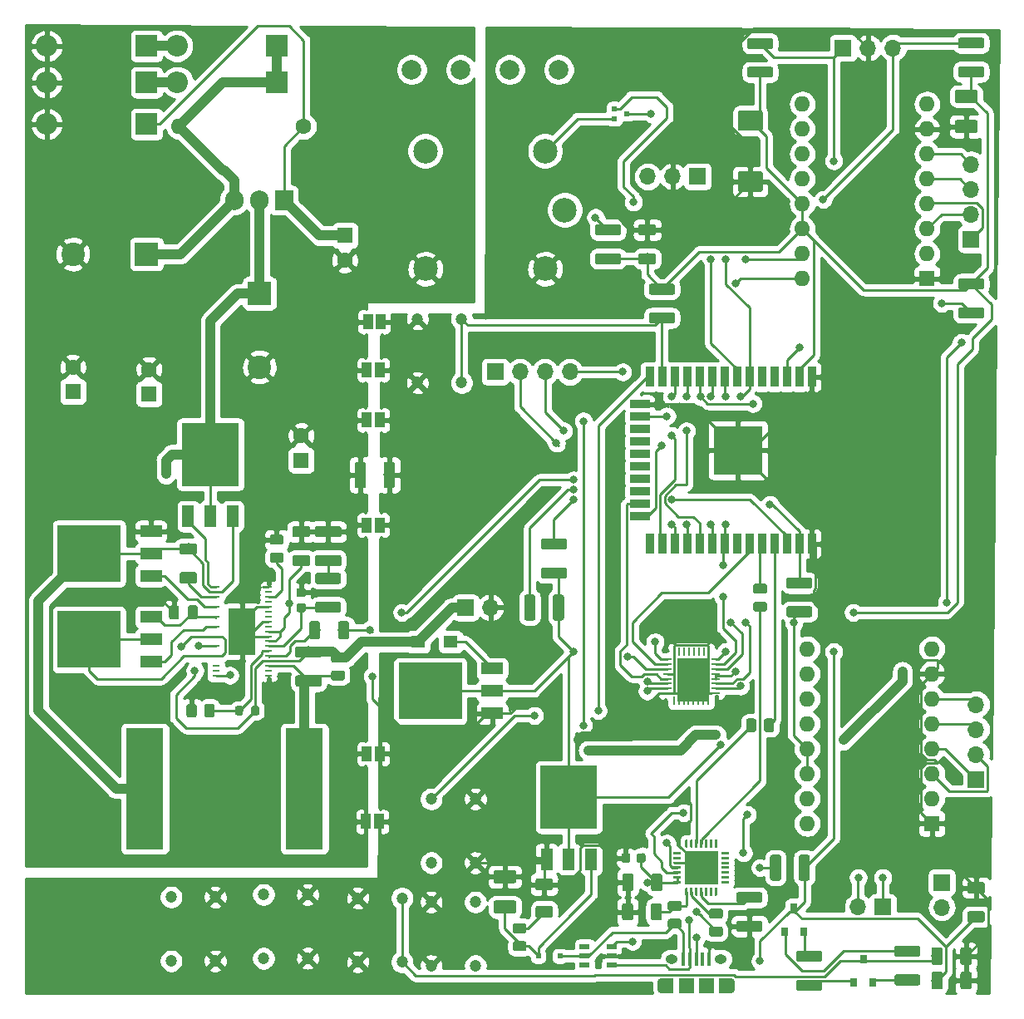
<source format=gbr>
%TF.GenerationSoftware,KiCad,Pcbnew,(5.1.2)-1*%
%TF.CreationDate,2022-02-23T12:59:24-06:00*%
%TF.ProjectId,final project circ 1,66696e61-6c20-4707-926f-6a6563742063,rev?*%
%TF.SameCoordinates,Original*%
%TF.FileFunction,Copper,L1,Top*%
%TF.FilePolarity,Positive*%
%FSLAX46Y46*%
G04 Gerber Fmt 4.6, Leading zero omitted, Abs format (unit mm)*
G04 Created by KiCad (PCBNEW (5.1.2)-1) date 2022-02-23 12:59:24*
%MOMM*%
%LPD*%
G04 APERTURE LIST*
%TA.AperFunction,SMDPad,CuDef*%
%ADD10R,1.000000X1.500000*%
%TD*%
%TA.AperFunction,ComponentPad*%
%ADD11C,4.000500*%
%TD*%
%TA.AperFunction,SMDPad,CuDef*%
%ADD12R,0.600000X0.500000*%
%TD*%
%TA.AperFunction,ComponentPad*%
%ADD13C,1.600000*%
%TD*%
%TA.AperFunction,ComponentPad*%
%ADD14R,1.600000X1.600000*%
%TD*%
%TA.AperFunction,ComponentPad*%
%ADD15C,1.200000*%
%TD*%
%TA.AperFunction,ComponentPad*%
%ADD16C,2.000000*%
%TD*%
%TA.AperFunction,SMDPad,CuDef*%
%ADD17R,0.254000X0.812800*%
%TD*%
%TA.AperFunction,SMDPad,CuDef*%
%ADD18R,0.177800X0.812800*%
%TD*%
%TA.AperFunction,SMDPad,CuDef*%
%ADD19R,0.812800X0.254000*%
%TD*%
%TA.AperFunction,SMDPad,CuDef*%
%ADD20R,3.200000X4.394200*%
%TD*%
%TA.AperFunction,SMDPad,CuDef*%
%ADD21R,0.800000X0.900000*%
%TD*%
%TA.AperFunction,ComponentPad*%
%ADD22C,2.400000*%
%TD*%
%TA.AperFunction,ComponentPad*%
%ADD23R,2.400000X2.400000*%
%TD*%
%TA.AperFunction,Conductor*%
%ADD24C,0.100000*%
%TD*%
%TA.AperFunction,SMDPad,CuDef*%
%ADD25C,1.125000*%
%TD*%
%TA.AperFunction,SMDPad,CuDef*%
%ADD26C,1.150000*%
%TD*%
%TA.AperFunction,ComponentPad*%
%ADD27C,2.500000*%
%TD*%
%TA.AperFunction,SMDPad,CuDef*%
%ADD28C,1.000000*%
%TD*%
%TA.AperFunction,SMDPad,CuDef*%
%ADD29C,0.900000*%
%TD*%
%TA.AperFunction,SMDPad,CuDef*%
%ADD30R,6.400000X5.800000*%
%TD*%
%TA.AperFunction,SMDPad,CuDef*%
%ADD31R,2.200000X1.200000*%
%TD*%
%TA.AperFunction,SMDPad,CuDef*%
%ADD32C,0.800000*%
%TD*%
%TA.AperFunction,SMDPad,CuDef*%
%ADD33R,1.200000X2.200000*%
%TD*%
%TA.AperFunction,SMDPad,CuDef*%
%ADD34R,5.800000X6.400000*%
%TD*%
%TA.AperFunction,SMDPad,CuDef*%
%ADD35R,3.850000X12.350000*%
%TD*%
%TA.AperFunction,SMDPad,CuDef*%
%ADD36C,1.025000*%
%TD*%
%TA.AperFunction,SMDPad,CuDef*%
%ADD37R,2.740000X4.750000*%
%TD*%
%TA.AperFunction,SMDPad,CuDef*%
%ADD38R,0.750000X0.250000*%
%TD*%
%TA.AperFunction,ComponentPad*%
%ADD39O,1.600000X1.600000*%
%TD*%
%TA.AperFunction,SMDPad,CuDef*%
%ADD40C,2.075000*%
%TD*%
%TA.AperFunction,ComponentPad*%
%ADD41O,2.200000X2.200000*%
%TD*%
%TA.AperFunction,ComponentPad*%
%ADD42R,2.200000X2.200000*%
%TD*%
%TA.AperFunction,SMDPad,CuDef*%
%ADD43R,0.500000X0.500000*%
%TD*%
%TA.AperFunction,SMDPad,CuDef*%
%ADD44C,1.250000*%
%TD*%
%TA.AperFunction,SMDPad,CuDef*%
%ADD45R,1.470000X1.270000*%
%TD*%
%TA.AperFunction,SMDPad,CuDef*%
%ADD46R,0.400000X1.350000*%
%TD*%
%TA.AperFunction,ComponentPad*%
%ADD47O,1.250000X0.950000*%
%TD*%
%TA.AperFunction,SMDPad,CuDef*%
%ADD48R,1.500000X1.550000*%
%TD*%
%TA.AperFunction,SMDPad,CuDef*%
%ADD49R,1.200000X1.550000*%
%TD*%
%TA.AperFunction,ComponentPad*%
%ADD50O,0.890000X1.550000*%
%TD*%
%TA.AperFunction,ComponentPad*%
%ADD51R,1.700000X1.700000*%
%TD*%
%TA.AperFunction,ComponentPad*%
%ADD52O,1.700000X1.700000*%
%TD*%
%TA.AperFunction,ComponentPad*%
%ADD53R,1.905000X2.000000*%
%TD*%
%TA.AperFunction,ComponentPad*%
%ADD54O,1.905000X2.000000*%
%TD*%
%TA.AperFunction,SMDPad,CuDef*%
%ADD55C,0.250000*%
%TD*%
%TA.AperFunction,SMDPad,CuDef*%
%ADD56R,3.350000X3.350000*%
%TD*%
%TA.AperFunction,SMDPad,CuDef*%
%ADD57R,0.977900X0.558800*%
%TD*%
%TA.AperFunction,SMDPad,CuDef*%
%ADD58R,5.000000X5.000000*%
%TD*%
%TA.AperFunction,SMDPad,CuDef*%
%ADD59R,0.900000X2.000000*%
%TD*%
%TA.AperFunction,SMDPad,CuDef*%
%ADD60R,2.000000X0.900000*%
%TD*%
%TA.AperFunction,SMDPad,CuDef*%
%ADD61C,1.325000*%
%TD*%
%TA.AperFunction,ViaPad*%
%ADD62C,0.800000*%
%TD*%
%TA.AperFunction,Conductor*%
%ADD63C,0.250000*%
%TD*%
%TA.AperFunction,Conductor*%
%ADD64C,1.000000*%
%TD*%
%TA.AperFunction,Conductor*%
%ADD65C,0.254000*%
%TD*%
G04 APERTURE END LIST*
D10*
%TO.P,OJ6,1*%
%TO.N,GND1*%
X129750000Y-133900000D03*
%TO.P,OJ6,2*%
%TO.N,GND*%
X131050000Y-133900000D03*
%TD*%
%TO.P,OJ5,1*%
%TO.N,GND1*%
X129850000Y-127000000D03*
%TO.P,OJ5,2*%
%TO.N,GND*%
X131150000Y-127000000D03*
%TD*%
%TO.P,OJ4,1*%
%TO.N,GND1*%
X129850000Y-103700000D03*
%TO.P,OJ4,2*%
%TO.N,GND*%
X131150000Y-103700000D03*
%TD*%
%TO.P,OJ1,1*%
%TO.N,GND1*%
X129950000Y-83000000D03*
%TO.P,OJ1,2*%
%TO.N,GND*%
X131250000Y-83000000D03*
%TD*%
%TO.P,OJ2,1*%
%TO.N,GND1*%
X129850000Y-87900000D03*
%TO.P,OJ2,2*%
%TO.N,GND*%
X131150000Y-87900000D03*
%TD*%
%TO.P,OJ3,1*%
%TO.N,GND1*%
X129850000Y-93000000D03*
%TO.P,OJ3,2*%
%TO.N,GND*%
X131150000Y-93000000D03*
%TD*%
D11*
%TO.P,G1,1*%
%TO.N,GND*%
X161400000Y-57200000D03*
%TD*%
D12*
%TO.P,Q7,3*%
%TO.N,12v*%
X156350000Y-61800000D03*
%TO.P,Q7,2*%
%TO.N,EX1*%
X155050000Y-62300000D03*
%TO.P,Q7,1*%
%TO.N,Ex4*%
X155050000Y-61300000D03*
%TD*%
D13*
%TO.P,C13,2*%
%TO.N,GND1*%
X127600000Y-76700000D03*
D14*
%TO.P,C13,1*%
%TO.N,Net-(C13-Pad2)*%
X127600000Y-74200000D03*
%TD*%
D15*
%TO.P,J11,1*%
%TO.N,But4*%
X139500000Y-82700000D03*
%TO.P,J11,2*%
%TO.N,GND*%
X135000000Y-82700000D03*
%TO.P,J11,1*%
%TO.N,But4*%
X139500000Y-89200000D03*
%TO.P,J11,2*%
%TO.N,GND*%
X135000000Y-89200000D03*
%TD*%
D16*
%TO.P,B1,4*%
%TO.N,Net-(J2-Pad1)*%
X149400000Y-57300000D03*
%TO.P,B1,3*%
%TO.N,NEUT*%
X144400000Y-57300000D03*
%TO.P,B1,2*%
X139400000Y-57300000D03*
%TO.P,B1,1*%
%TO.N,LINE*%
X134400000Y-57300000D03*
%TD*%
D17*
%TO.P,U8,1*%
%TO.N,Net-(U8-Pad1)*%
X161150001Y-121576500D03*
D18*
%TO.P,U8,2*%
%TO.N,Net-(U8-Pad2)*%
X161604610Y-121576500D03*
D17*
%TO.P,U8,3*%
%TO.N,Net-(U8-Pad3)*%
X162115899Y-121576500D03*
%TO.P,U8,4*%
%TO.N,Net-(U8-Pad4)*%
X162615901Y-121576500D03*
%TO.P,U8,5*%
%TO.N,Net-(U8-Pad5)*%
X163115900Y-121576500D03*
%TO.P,U8,6*%
%TO.N,Net-(U8-Pad6)*%
X163615902Y-121576500D03*
%TO.P,U8,7*%
%TO.N,Net-(U8-Pad7)*%
X164115901Y-121576500D03*
D18*
%TO.P,U8,8*%
%TO.N,Net-(U8-Pad8)*%
X164627190Y-121576500D03*
D19*
%TO.P,U8,9*%
%TO.N,GND*%
X165376500Y-120849999D03*
%TO.P,U8,10*%
%TO.N,Net-(PWM2-Pad1)*%
X165376500Y-120350000D03*
%TO.P,U8,11*%
%TO.N,IN2*%
X165376500Y-119850001D03*
%TO.P,U8,12*%
%TO.N,12v*%
X165376500Y-119350000D03*
%TO.P,U8,13*%
X165376500Y-118850000D03*
%TO.P,U8,14*%
%TO.N,EN2*%
X165376500Y-118349999D03*
%TO.P,U8,15*%
%TO.N,IN3*%
X165376500Y-117850000D03*
%TO.P,U8,16*%
%TO.N,Net-(PWM1-Pad2)*%
X165376500Y-117350001D03*
D17*
%TO.P,U8,17*%
%TO.N,GND*%
X164649999Y-116623500D03*
%TO.P,U8,18*%
%TO.N,Net-(U8-Pad18)*%
X164150000Y-116623500D03*
%TO.P,U8,19*%
%TO.N,Net-(U8-Pad19)*%
X163650001Y-116623500D03*
%TO.P,U8,20*%
%TO.N,Net-(U8-Pad20)*%
X163150000Y-116623500D03*
%TO.P,U8,21*%
%TO.N,Net-(U8-Pad21)*%
X162650000Y-116623500D03*
%TO.P,U8,22*%
%TO.N,Net-(U8-Pad22)*%
X162149999Y-116623500D03*
%TO.P,U8,23*%
%TO.N,Net-(U8-Pad23)*%
X161650000Y-116623500D03*
%TO.P,U8,24*%
%TO.N,GND*%
X161150001Y-116623500D03*
D19*
%TO.P,U8,25*%
%TO.N,Net-(PWM1-Pad1)*%
X160423500Y-117350001D03*
%TO.P,U8,26*%
%TO.N,IN4*%
X160423500Y-117850000D03*
%TO.P,U8,27*%
%TO.N,3.3V_USBREG*%
X160423500Y-118349999D03*
%TO.P,U8,28*%
%TO.N,GND*%
X160423500Y-118850000D03*
%TO.P,U8,29*%
%TO.N,EN1*%
X160423500Y-119350000D03*
%TO.P,U8,30*%
%TO.N,IN1*%
X160423500Y-119850001D03*
%TO.P,U8,31*%
%TO.N,Net-(PWM2-Pad2)*%
X160423500Y-120350000D03*
%TO.P,U8,32*%
%TO.N,GND*%
X160423500Y-120849999D03*
D20*
%TO.P,U8,33*%
%TO.N,N/C*%
X163100000Y-119450000D03*
%TD*%
D21*
%TO.P,Q4,3*%
%TO.N,EN*%
X173369601Y-142686001D03*
%TO.P,Q4,2*%
%TO.N,RTS*%
X174319601Y-145086001D03*
%TO.P,Q4,1*%
%TO.N,Net-(Q4-Pad1)*%
X172419601Y-145086001D03*
%TD*%
%TO.P,Q5,3*%
%TO.N,IO0*%
X180400000Y-147900000D03*
%TO.P,Q5,2*%
%TO.N,DTR*%
X181350000Y-150300000D03*
%TO.P,Q5,1*%
%TO.N,Net-(Q5-Pad1)*%
X179450000Y-150300000D03*
%TD*%
D22*
%TO.P,C12,2*%
%TO.N,GND1*%
X118900000Y-87600000D03*
D23*
%TO.P,C12,1*%
%TO.N,+VDC*%
X118900000Y-80100000D03*
%TD*%
D24*
%TO.N,Net-(R10-Pad1)*%
%TO.C,R10*%
G36*
X159662005Y-142226204D02*
G01*
X159686273Y-142229804D01*
X159710072Y-142235765D01*
X159733171Y-142244030D01*
X159755350Y-142254520D01*
X159776393Y-142267132D01*
X159796099Y-142281747D01*
X159814277Y-142298223D01*
X159830753Y-142316401D01*
X159845368Y-142336107D01*
X159857980Y-142357150D01*
X159868470Y-142379329D01*
X159876735Y-142402428D01*
X159882696Y-142426227D01*
X159886296Y-142450495D01*
X159887500Y-142474999D01*
X159887500Y-143725001D01*
X159886296Y-143749505D01*
X159882696Y-143773773D01*
X159876735Y-143797572D01*
X159868470Y-143820671D01*
X159857980Y-143842850D01*
X159845368Y-143863893D01*
X159830753Y-143883599D01*
X159814277Y-143901777D01*
X159796099Y-143918253D01*
X159776393Y-143932868D01*
X159755350Y-143945480D01*
X159733171Y-143955970D01*
X159710072Y-143964235D01*
X159686273Y-143970196D01*
X159662005Y-143973796D01*
X159637501Y-143975000D01*
X159012499Y-143975000D01*
X158987995Y-143973796D01*
X158963727Y-143970196D01*
X158939928Y-143964235D01*
X158916829Y-143955970D01*
X158894650Y-143945480D01*
X158873607Y-143932868D01*
X158853901Y-143918253D01*
X158835723Y-143901777D01*
X158819247Y-143883599D01*
X158804632Y-143863893D01*
X158792020Y-143842850D01*
X158781530Y-143820671D01*
X158773265Y-143797572D01*
X158767304Y-143773773D01*
X158763704Y-143749505D01*
X158762500Y-143725001D01*
X158762500Y-142474999D01*
X158763704Y-142450495D01*
X158767304Y-142426227D01*
X158773265Y-142402428D01*
X158781530Y-142379329D01*
X158792020Y-142357150D01*
X158804632Y-142336107D01*
X158819247Y-142316401D01*
X158835723Y-142298223D01*
X158853901Y-142281747D01*
X158873607Y-142267132D01*
X158894650Y-142254520D01*
X158916829Y-142244030D01*
X158939928Y-142235765D01*
X158963727Y-142229804D01*
X158987995Y-142226204D01*
X159012499Y-142225000D01*
X159637501Y-142225000D01*
X159662005Y-142226204D01*
X159662005Y-142226204D01*
G37*
D25*
%TD*%
%TO.P,R10,1*%
%TO.N,Net-(R10-Pad1)*%
X159325000Y-143100000D03*
D24*
%TO.N,GND*%
%TO.C,R10*%
G36*
X156737005Y-142226204D02*
G01*
X156761273Y-142229804D01*
X156785072Y-142235765D01*
X156808171Y-142244030D01*
X156830350Y-142254520D01*
X156851393Y-142267132D01*
X156871099Y-142281747D01*
X156889277Y-142298223D01*
X156905753Y-142316401D01*
X156920368Y-142336107D01*
X156932980Y-142357150D01*
X156943470Y-142379329D01*
X156951735Y-142402428D01*
X156957696Y-142426227D01*
X156961296Y-142450495D01*
X156962500Y-142474999D01*
X156962500Y-143725001D01*
X156961296Y-143749505D01*
X156957696Y-143773773D01*
X156951735Y-143797572D01*
X156943470Y-143820671D01*
X156932980Y-143842850D01*
X156920368Y-143863893D01*
X156905753Y-143883599D01*
X156889277Y-143901777D01*
X156871099Y-143918253D01*
X156851393Y-143932868D01*
X156830350Y-143945480D01*
X156808171Y-143955970D01*
X156785072Y-143964235D01*
X156761273Y-143970196D01*
X156737005Y-143973796D01*
X156712501Y-143975000D01*
X156087499Y-143975000D01*
X156062995Y-143973796D01*
X156038727Y-143970196D01*
X156014928Y-143964235D01*
X155991829Y-143955970D01*
X155969650Y-143945480D01*
X155948607Y-143932868D01*
X155928901Y-143918253D01*
X155910723Y-143901777D01*
X155894247Y-143883599D01*
X155879632Y-143863893D01*
X155867020Y-143842850D01*
X155856530Y-143820671D01*
X155848265Y-143797572D01*
X155842304Y-143773773D01*
X155838704Y-143749505D01*
X155837500Y-143725001D01*
X155837500Y-142474999D01*
X155838704Y-142450495D01*
X155842304Y-142426227D01*
X155848265Y-142402428D01*
X155856530Y-142379329D01*
X155867020Y-142357150D01*
X155879632Y-142336107D01*
X155894247Y-142316401D01*
X155910723Y-142298223D01*
X155928901Y-142281747D01*
X155948607Y-142267132D01*
X155969650Y-142254520D01*
X155991829Y-142244030D01*
X156014928Y-142235765D01*
X156038727Y-142229804D01*
X156062995Y-142226204D01*
X156087499Y-142225000D01*
X156712501Y-142225000D01*
X156737005Y-142226204D01*
X156737005Y-142226204D01*
G37*
D25*
%TD*%
%TO.P,R10,2*%
%TO.N,GND*%
X156400000Y-143100000D03*
D24*
%TO.N,GND*%
%TO.C,C24*%
G36*
X132474910Y-97251202D02*
G01*
X132499135Y-97254795D01*
X132522891Y-97260746D01*
X132545949Y-97268996D01*
X132568087Y-97279467D01*
X132589093Y-97292057D01*
X132608763Y-97306645D01*
X132626908Y-97323092D01*
X132643355Y-97341237D01*
X132657943Y-97360907D01*
X132670533Y-97381913D01*
X132681004Y-97404051D01*
X132689254Y-97427109D01*
X132695205Y-97450865D01*
X132698798Y-97475090D01*
X132700000Y-97499550D01*
X132700000Y-99700450D01*
X132698798Y-99724910D01*
X132695205Y-99749135D01*
X132689254Y-99772891D01*
X132681004Y-99795949D01*
X132670533Y-99818087D01*
X132657943Y-99839093D01*
X132643355Y-99858763D01*
X132626908Y-99876908D01*
X132608763Y-99893355D01*
X132589093Y-99907943D01*
X132568087Y-99920533D01*
X132545949Y-99931004D01*
X132522891Y-99939254D01*
X132499135Y-99945205D01*
X132474910Y-99948798D01*
X132450450Y-99950000D01*
X131799550Y-99950000D01*
X131775090Y-99948798D01*
X131750865Y-99945205D01*
X131727109Y-99939254D01*
X131704051Y-99931004D01*
X131681913Y-99920533D01*
X131660907Y-99907943D01*
X131641237Y-99893355D01*
X131623092Y-99876908D01*
X131606645Y-99858763D01*
X131592057Y-99839093D01*
X131579467Y-99818087D01*
X131568996Y-99795949D01*
X131560746Y-99772891D01*
X131554795Y-99749135D01*
X131551202Y-99724910D01*
X131550000Y-99700450D01*
X131550000Y-97499550D01*
X131551202Y-97475090D01*
X131554795Y-97450865D01*
X131560746Y-97427109D01*
X131568996Y-97404051D01*
X131579467Y-97381913D01*
X131592057Y-97360907D01*
X131606645Y-97341237D01*
X131623092Y-97323092D01*
X131641237Y-97306645D01*
X131660907Y-97292057D01*
X131681913Y-97279467D01*
X131704051Y-97268996D01*
X131727109Y-97260746D01*
X131750865Y-97254795D01*
X131775090Y-97251202D01*
X131799550Y-97250000D01*
X132450450Y-97250000D01*
X132474910Y-97251202D01*
X132474910Y-97251202D01*
G37*
D26*
%TD*%
%TO.P,C24,1*%
%TO.N,GND*%
X132125000Y-98600000D03*
D24*
%TO.N,GND1*%
%TO.C,C24*%
G36*
X129524910Y-97251202D02*
G01*
X129549135Y-97254795D01*
X129572891Y-97260746D01*
X129595949Y-97268996D01*
X129618087Y-97279467D01*
X129639093Y-97292057D01*
X129658763Y-97306645D01*
X129676908Y-97323092D01*
X129693355Y-97341237D01*
X129707943Y-97360907D01*
X129720533Y-97381913D01*
X129731004Y-97404051D01*
X129739254Y-97427109D01*
X129745205Y-97450865D01*
X129748798Y-97475090D01*
X129750000Y-97499550D01*
X129750000Y-99700450D01*
X129748798Y-99724910D01*
X129745205Y-99749135D01*
X129739254Y-99772891D01*
X129731004Y-99795949D01*
X129720533Y-99818087D01*
X129707943Y-99839093D01*
X129693355Y-99858763D01*
X129676908Y-99876908D01*
X129658763Y-99893355D01*
X129639093Y-99907943D01*
X129618087Y-99920533D01*
X129595949Y-99931004D01*
X129572891Y-99939254D01*
X129549135Y-99945205D01*
X129524910Y-99948798D01*
X129500450Y-99950000D01*
X128849550Y-99950000D01*
X128825090Y-99948798D01*
X128800865Y-99945205D01*
X128777109Y-99939254D01*
X128754051Y-99931004D01*
X128731913Y-99920533D01*
X128710907Y-99907943D01*
X128691237Y-99893355D01*
X128673092Y-99876908D01*
X128656645Y-99858763D01*
X128642057Y-99839093D01*
X128629467Y-99818087D01*
X128618996Y-99795949D01*
X128610746Y-99772891D01*
X128604795Y-99749135D01*
X128601202Y-99724910D01*
X128600000Y-99700450D01*
X128600000Y-97499550D01*
X128601202Y-97475090D01*
X128604795Y-97450865D01*
X128610746Y-97427109D01*
X128618996Y-97404051D01*
X128629467Y-97381913D01*
X128642057Y-97360907D01*
X128656645Y-97341237D01*
X128673092Y-97323092D01*
X128691237Y-97306645D01*
X128710907Y-97292057D01*
X128731913Y-97279467D01*
X128754051Y-97268996D01*
X128777109Y-97260746D01*
X128800865Y-97254795D01*
X128825090Y-97251202D01*
X128849550Y-97250000D01*
X129500450Y-97250000D01*
X129524910Y-97251202D01*
X129524910Y-97251202D01*
G37*
D26*
%TD*%
%TO.P,C24,2*%
%TO.N,GND1*%
X129175000Y-98600000D03*
D27*
%TO.P,U7,5*%
%TO.N,Net-(J2-Pad1)*%
X150000000Y-71600000D03*
%TO.P,U7,4*%
%TO.N,GND*%
X148000000Y-77600000D03*
%TO.P,U7,3*%
%TO.N,EX1*%
X148000000Y-65600000D03*
%TO.P,U7,2*%
%TO.N,LINE*%
X135800000Y-65600000D03*
%TO.P,U7,1*%
%TO.N,GND1*%
X135800000Y-77600000D03*
%TD*%
D24*
%TO.N,Net-(C6-Pad2)*%
%TO.C,C6*%
G36*
X112324505Y-108501204D02*
G01*
X112348773Y-108504804D01*
X112372572Y-108510765D01*
X112395671Y-108519030D01*
X112417850Y-108529520D01*
X112438893Y-108542132D01*
X112458599Y-108556747D01*
X112476777Y-108573223D01*
X112493253Y-108591401D01*
X112507868Y-108611107D01*
X112520480Y-108632150D01*
X112530970Y-108654329D01*
X112539235Y-108677428D01*
X112545196Y-108701227D01*
X112548796Y-108725495D01*
X112550000Y-108749999D01*
X112550000Y-109400001D01*
X112548796Y-109424505D01*
X112545196Y-109448773D01*
X112539235Y-109472572D01*
X112530970Y-109495671D01*
X112520480Y-109517850D01*
X112507868Y-109538893D01*
X112493253Y-109558599D01*
X112476777Y-109576777D01*
X112458599Y-109593253D01*
X112438893Y-109607868D01*
X112417850Y-109620480D01*
X112395671Y-109630970D01*
X112372572Y-109639235D01*
X112348773Y-109645196D01*
X112324505Y-109648796D01*
X112300001Y-109650000D01*
X110999999Y-109650000D01*
X110975495Y-109648796D01*
X110951227Y-109645196D01*
X110927428Y-109639235D01*
X110904329Y-109630970D01*
X110882150Y-109620480D01*
X110861107Y-109607868D01*
X110841401Y-109593253D01*
X110823223Y-109576777D01*
X110806747Y-109558599D01*
X110792132Y-109538893D01*
X110779520Y-109517850D01*
X110769030Y-109495671D01*
X110760765Y-109472572D01*
X110754804Y-109448773D01*
X110751204Y-109424505D01*
X110750000Y-109400001D01*
X110750000Y-108749999D01*
X110751204Y-108725495D01*
X110754804Y-108701227D01*
X110760765Y-108677428D01*
X110769030Y-108654329D01*
X110779520Y-108632150D01*
X110792132Y-108611107D01*
X110806747Y-108591401D01*
X110823223Y-108573223D01*
X110841401Y-108556747D01*
X110861107Y-108542132D01*
X110882150Y-108529520D01*
X110904329Y-108519030D01*
X110927428Y-108510765D01*
X110951227Y-108504804D01*
X110975495Y-108501204D01*
X110999999Y-108500000D01*
X112300001Y-108500000D01*
X112324505Y-108501204D01*
X112324505Y-108501204D01*
G37*
D26*
%TD*%
%TO.P,C6,2*%
%TO.N,Net-(C6-Pad2)*%
X111650000Y-109075000D03*
D24*
%TO.N,Net-(C6-Pad1)*%
%TO.C,C6*%
G36*
X112324505Y-105551204D02*
G01*
X112348773Y-105554804D01*
X112372572Y-105560765D01*
X112395671Y-105569030D01*
X112417850Y-105579520D01*
X112438893Y-105592132D01*
X112458599Y-105606747D01*
X112476777Y-105623223D01*
X112493253Y-105641401D01*
X112507868Y-105661107D01*
X112520480Y-105682150D01*
X112530970Y-105704329D01*
X112539235Y-105727428D01*
X112545196Y-105751227D01*
X112548796Y-105775495D01*
X112550000Y-105799999D01*
X112550000Y-106450001D01*
X112548796Y-106474505D01*
X112545196Y-106498773D01*
X112539235Y-106522572D01*
X112530970Y-106545671D01*
X112520480Y-106567850D01*
X112507868Y-106588893D01*
X112493253Y-106608599D01*
X112476777Y-106626777D01*
X112458599Y-106643253D01*
X112438893Y-106657868D01*
X112417850Y-106670480D01*
X112395671Y-106680970D01*
X112372572Y-106689235D01*
X112348773Y-106695196D01*
X112324505Y-106698796D01*
X112300001Y-106700000D01*
X110999999Y-106700000D01*
X110975495Y-106698796D01*
X110951227Y-106695196D01*
X110927428Y-106689235D01*
X110904329Y-106680970D01*
X110882150Y-106670480D01*
X110861107Y-106657868D01*
X110841401Y-106643253D01*
X110823223Y-106626777D01*
X110806747Y-106608599D01*
X110792132Y-106588893D01*
X110779520Y-106567850D01*
X110769030Y-106545671D01*
X110760765Y-106522572D01*
X110754804Y-106498773D01*
X110751204Y-106474505D01*
X110750000Y-106450001D01*
X110750000Y-105799999D01*
X110751204Y-105775495D01*
X110754804Y-105751227D01*
X110760765Y-105727428D01*
X110769030Y-105704329D01*
X110779520Y-105682150D01*
X110792132Y-105661107D01*
X110806747Y-105641401D01*
X110823223Y-105623223D01*
X110841401Y-105606747D01*
X110861107Y-105592132D01*
X110882150Y-105579520D01*
X110904329Y-105569030D01*
X110927428Y-105560765D01*
X110951227Y-105554804D01*
X110975495Y-105551204D01*
X110999999Y-105550000D01*
X112300001Y-105550000D01*
X112324505Y-105551204D01*
X112324505Y-105551204D01*
G37*
D26*
%TD*%
%TO.P,C6,1*%
%TO.N,Net-(C6-Pad1)*%
X111650000Y-106125000D03*
D24*
%TO.N,Net-(C3-Pad1)*%
%TO.C,C3*%
G36*
X123824505Y-106751204D02*
G01*
X123848773Y-106754804D01*
X123872572Y-106760765D01*
X123895671Y-106769030D01*
X123917850Y-106779520D01*
X123938893Y-106792132D01*
X123958599Y-106806747D01*
X123976777Y-106823223D01*
X123993253Y-106841401D01*
X124007868Y-106861107D01*
X124020480Y-106882150D01*
X124030970Y-106904329D01*
X124039235Y-106927428D01*
X124045196Y-106951227D01*
X124048796Y-106975495D01*
X124050000Y-106999999D01*
X124050000Y-107650001D01*
X124048796Y-107674505D01*
X124045196Y-107698773D01*
X124039235Y-107722572D01*
X124030970Y-107745671D01*
X124020480Y-107767850D01*
X124007868Y-107788893D01*
X123993253Y-107808599D01*
X123976777Y-107826777D01*
X123958599Y-107843253D01*
X123938893Y-107857868D01*
X123917850Y-107870480D01*
X123895671Y-107880970D01*
X123872572Y-107889235D01*
X123848773Y-107895196D01*
X123824505Y-107898796D01*
X123800001Y-107900000D01*
X122499999Y-107900000D01*
X122475495Y-107898796D01*
X122451227Y-107895196D01*
X122427428Y-107889235D01*
X122404329Y-107880970D01*
X122382150Y-107870480D01*
X122361107Y-107857868D01*
X122341401Y-107843253D01*
X122323223Y-107826777D01*
X122306747Y-107808599D01*
X122292132Y-107788893D01*
X122279520Y-107767850D01*
X122269030Y-107745671D01*
X122260765Y-107722572D01*
X122254804Y-107698773D01*
X122251204Y-107674505D01*
X122250000Y-107650001D01*
X122250000Y-106999999D01*
X122251204Y-106975495D01*
X122254804Y-106951227D01*
X122260765Y-106927428D01*
X122269030Y-106904329D01*
X122279520Y-106882150D01*
X122292132Y-106861107D01*
X122306747Y-106841401D01*
X122323223Y-106823223D01*
X122341401Y-106806747D01*
X122361107Y-106792132D01*
X122382150Y-106779520D01*
X122404329Y-106769030D01*
X122427428Y-106760765D01*
X122451227Y-106754804D01*
X122475495Y-106751204D01*
X122499999Y-106750000D01*
X123800001Y-106750000D01*
X123824505Y-106751204D01*
X123824505Y-106751204D01*
G37*
D26*
%TD*%
%TO.P,C3,1*%
%TO.N,Net-(C3-Pad1)*%
X123150000Y-107325000D03*
D24*
%TO.N,GND1*%
%TO.C,C3*%
G36*
X123824505Y-103801204D02*
G01*
X123848773Y-103804804D01*
X123872572Y-103810765D01*
X123895671Y-103819030D01*
X123917850Y-103829520D01*
X123938893Y-103842132D01*
X123958599Y-103856747D01*
X123976777Y-103873223D01*
X123993253Y-103891401D01*
X124007868Y-103911107D01*
X124020480Y-103932150D01*
X124030970Y-103954329D01*
X124039235Y-103977428D01*
X124045196Y-104001227D01*
X124048796Y-104025495D01*
X124050000Y-104049999D01*
X124050000Y-104700001D01*
X124048796Y-104724505D01*
X124045196Y-104748773D01*
X124039235Y-104772572D01*
X124030970Y-104795671D01*
X124020480Y-104817850D01*
X124007868Y-104838893D01*
X123993253Y-104858599D01*
X123976777Y-104876777D01*
X123958599Y-104893253D01*
X123938893Y-104907868D01*
X123917850Y-104920480D01*
X123895671Y-104930970D01*
X123872572Y-104939235D01*
X123848773Y-104945196D01*
X123824505Y-104948796D01*
X123800001Y-104950000D01*
X122499999Y-104950000D01*
X122475495Y-104948796D01*
X122451227Y-104945196D01*
X122427428Y-104939235D01*
X122404329Y-104930970D01*
X122382150Y-104920480D01*
X122361107Y-104907868D01*
X122341401Y-104893253D01*
X122323223Y-104876777D01*
X122306747Y-104858599D01*
X122292132Y-104838893D01*
X122279520Y-104817850D01*
X122269030Y-104795671D01*
X122260765Y-104772572D01*
X122254804Y-104748773D01*
X122251204Y-104724505D01*
X122250000Y-104700001D01*
X122250000Y-104049999D01*
X122251204Y-104025495D01*
X122254804Y-104001227D01*
X122260765Y-103977428D01*
X122269030Y-103954329D01*
X122279520Y-103932150D01*
X122292132Y-103911107D01*
X122306747Y-103891401D01*
X122323223Y-103873223D01*
X122341401Y-103856747D01*
X122361107Y-103842132D01*
X122382150Y-103829520D01*
X122404329Y-103819030D01*
X122427428Y-103810765D01*
X122451227Y-103804804D01*
X122475495Y-103801204D01*
X122499999Y-103800000D01*
X123800001Y-103800000D01*
X123824505Y-103801204D01*
X123824505Y-103801204D01*
G37*
D26*
%TD*%
%TO.P,C3,2*%
%TO.N,GND1*%
X123150000Y-104375000D03*
D24*
%TO.N,12v*%
%TO.C,C5*%
G36*
X125024505Y-116051204D02*
G01*
X125048773Y-116054804D01*
X125072572Y-116060765D01*
X125095671Y-116069030D01*
X125117850Y-116079520D01*
X125138893Y-116092132D01*
X125158599Y-116106747D01*
X125176777Y-116123223D01*
X125193253Y-116141401D01*
X125207868Y-116161107D01*
X125220480Y-116182150D01*
X125230970Y-116204329D01*
X125239235Y-116227428D01*
X125245196Y-116251227D01*
X125248796Y-116275495D01*
X125250000Y-116299999D01*
X125250000Y-116950001D01*
X125248796Y-116974505D01*
X125245196Y-116998773D01*
X125239235Y-117022572D01*
X125230970Y-117045671D01*
X125220480Y-117067850D01*
X125207868Y-117088893D01*
X125193253Y-117108599D01*
X125176777Y-117126777D01*
X125158599Y-117143253D01*
X125138893Y-117157868D01*
X125117850Y-117170480D01*
X125095671Y-117180970D01*
X125072572Y-117189235D01*
X125048773Y-117195196D01*
X125024505Y-117198796D01*
X125000001Y-117200000D01*
X122799999Y-117200000D01*
X122775495Y-117198796D01*
X122751227Y-117195196D01*
X122727428Y-117189235D01*
X122704329Y-117180970D01*
X122682150Y-117170480D01*
X122661107Y-117157868D01*
X122641401Y-117143253D01*
X122623223Y-117126777D01*
X122606747Y-117108599D01*
X122592132Y-117088893D01*
X122579520Y-117067850D01*
X122569030Y-117045671D01*
X122560765Y-117022572D01*
X122554804Y-116998773D01*
X122551204Y-116974505D01*
X122550000Y-116950001D01*
X122550000Y-116299999D01*
X122551204Y-116275495D01*
X122554804Y-116251227D01*
X122560765Y-116227428D01*
X122569030Y-116204329D01*
X122579520Y-116182150D01*
X122592132Y-116161107D01*
X122606747Y-116141401D01*
X122623223Y-116123223D01*
X122641401Y-116106747D01*
X122661107Y-116092132D01*
X122682150Y-116079520D01*
X122704329Y-116069030D01*
X122727428Y-116060765D01*
X122751227Y-116054804D01*
X122775495Y-116051204D01*
X122799999Y-116050000D01*
X125000001Y-116050000D01*
X125024505Y-116051204D01*
X125024505Y-116051204D01*
G37*
D26*
%TD*%
%TO.P,C5,1*%
%TO.N,12v*%
X123900000Y-116625000D03*
D24*
%TO.N,Net-(C5-Pad2)*%
%TO.C,C5*%
G36*
X125024505Y-119001204D02*
G01*
X125048773Y-119004804D01*
X125072572Y-119010765D01*
X125095671Y-119019030D01*
X125117850Y-119029520D01*
X125138893Y-119042132D01*
X125158599Y-119056747D01*
X125176777Y-119073223D01*
X125193253Y-119091401D01*
X125207868Y-119111107D01*
X125220480Y-119132150D01*
X125230970Y-119154329D01*
X125239235Y-119177428D01*
X125245196Y-119201227D01*
X125248796Y-119225495D01*
X125250000Y-119249999D01*
X125250000Y-119900001D01*
X125248796Y-119924505D01*
X125245196Y-119948773D01*
X125239235Y-119972572D01*
X125230970Y-119995671D01*
X125220480Y-120017850D01*
X125207868Y-120038893D01*
X125193253Y-120058599D01*
X125176777Y-120076777D01*
X125158599Y-120093253D01*
X125138893Y-120107868D01*
X125117850Y-120120480D01*
X125095671Y-120130970D01*
X125072572Y-120139235D01*
X125048773Y-120145196D01*
X125024505Y-120148796D01*
X125000001Y-120150000D01*
X122799999Y-120150000D01*
X122775495Y-120148796D01*
X122751227Y-120145196D01*
X122727428Y-120139235D01*
X122704329Y-120130970D01*
X122682150Y-120120480D01*
X122661107Y-120107868D01*
X122641401Y-120093253D01*
X122623223Y-120076777D01*
X122606747Y-120058599D01*
X122592132Y-120038893D01*
X122579520Y-120017850D01*
X122569030Y-119995671D01*
X122560765Y-119972572D01*
X122554804Y-119948773D01*
X122551204Y-119924505D01*
X122550000Y-119900001D01*
X122550000Y-119249999D01*
X122551204Y-119225495D01*
X122554804Y-119201227D01*
X122560765Y-119177428D01*
X122569030Y-119154329D01*
X122579520Y-119132150D01*
X122592132Y-119111107D01*
X122606747Y-119091401D01*
X122623223Y-119073223D01*
X122641401Y-119056747D01*
X122661107Y-119042132D01*
X122682150Y-119029520D01*
X122704329Y-119019030D01*
X122727428Y-119010765D01*
X122751227Y-119004804D01*
X122775495Y-119001204D01*
X122799999Y-119000000D01*
X125000001Y-119000000D01*
X125024505Y-119001204D01*
X125024505Y-119001204D01*
G37*
D26*
%TD*%
%TO.P,C5,2*%
%TO.N,Net-(C5-Pad2)*%
X123900000Y-119575000D03*
D24*
%TO.N,GND1*%
%TO.C,C7*%
G36*
X110474504Y-111876204D02*
G01*
X110498773Y-111879804D01*
X110522571Y-111885765D01*
X110545671Y-111894030D01*
X110567849Y-111904520D01*
X110588893Y-111917133D01*
X110608598Y-111931747D01*
X110626777Y-111948223D01*
X110643253Y-111966402D01*
X110657867Y-111986107D01*
X110670480Y-112007151D01*
X110680970Y-112029329D01*
X110689235Y-112052429D01*
X110695196Y-112076227D01*
X110698796Y-112100496D01*
X110700000Y-112125000D01*
X110700000Y-113075000D01*
X110698796Y-113099504D01*
X110695196Y-113123773D01*
X110689235Y-113147571D01*
X110680970Y-113170671D01*
X110670480Y-113192849D01*
X110657867Y-113213893D01*
X110643253Y-113233598D01*
X110626777Y-113251777D01*
X110608598Y-113268253D01*
X110588893Y-113282867D01*
X110567849Y-113295480D01*
X110545671Y-113305970D01*
X110522571Y-113314235D01*
X110498773Y-113320196D01*
X110474504Y-113323796D01*
X110450000Y-113325000D01*
X109950000Y-113325000D01*
X109925496Y-113323796D01*
X109901227Y-113320196D01*
X109877429Y-113314235D01*
X109854329Y-113305970D01*
X109832151Y-113295480D01*
X109811107Y-113282867D01*
X109791402Y-113268253D01*
X109773223Y-113251777D01*
X109756747Y-113233598D01*
X109742133Y-113213893D01*
X109729520Y-113192849D01*
X109719030Y-113170671D01*
X109710765Y-113147571D01*
X109704804Y-113123773D01*
X109701204Y-113099504D01*
X109700000Y-113075000D01*
X109700000Y-112125000D01*
X109701204Y-112100496D01*
X109704804Y-112076227D01*
X109710765Y-112052429D01*
X109719030Y-112029329D01*
X109729520Y-112007151D01*
X109742133Y-111986107D01*
X109756747Y-111966402D01*
X109773223Y-111948223D01*
X109791402Y-111931747D01*
X109811107Y-111917133D01*
X109832151Y-111904520D01*
X109854329Y-111894030D01*
X109877429Y-111885765D01*
X109901227Y-111879804D01*
X109925496Y-111876204D01*
X109950000Y-111875000D01*
X110450000Y-111875000D01*
X110474504Y-111876204D01*
X110474504Y-111876204D01*
G37*
D28*
%TD*%
%TO.P,C7,1*%
%TO.N,GND1*%
X110200000Y-112600000D03*
D24*
%TO.N,Net-(C7-Pad2)*%
%TO.C,C7*%
G36*
X112374504Y-111876204D02*
G01*
X112398773Y-111879804D01*
X112422571Y-111885765D01*
X112445671Y-111894030D01*
X112467849Y-111904520D01*
X112488893Y-111917133D01*
X112508598Y-111931747D01*
X112526777Y-111948223D01*
X112543253Y-111966402D01*
X112557867Y-111986107D01*
X112570480Y-112007151D01*
X112580970Y-112029329D01*
X112589235Y-112052429D01*
X112595196Y-112076227D01*
X112598796Y-112100496D01*
X112600000Y-112125000D01*
X112600000Y-113075000D01*
X112598796Y-113099504D01*
X112595196Y-113123773D01*
X112589235Y-113147571D01*
X112580970Y-113170671D01*
X112570480Y-113192849D01*
X112557867Y-113213893D01*
X112543253Y-113233598D01*
X112526777Y-113251777D01*
X112508598Y-113268253D01*
X112488893Y-113282867D01*
X112467849Y-113295480D01*
X112445671Y-113305970D01*
X112422571Y-113314235D01*
X112398773Y-113320196D01*
X112374504Y-113323796D01*
X112350000Y-113325000D01*
X111850000Y-113325000D01*
X111825496Y-113323796D01*
X111801227Y-113320196D01*
X111777429Y-113314235D01*
X111754329Y-113305970D01*
X111732151Y-113295480D01*
X111711107Y-113282867D01*
X111691402Y-113268253D01*
X111673223Y-113251777D01*
X111656747Y-113233598D01*
X111642133Y-113213893D01*
X111629520Y-113192849D01*
X111619030Y-113170671D01*
X111610765Y-113147571D01*
X111604804Y-113123773D01*
X111601204Y-113099504D01*
X111600000Y-113075000D01*
X111600000Y-112125000D01*
X111601204Y-112100496D01*
X111604804Y-112076227D01*
X111610765Y-112052429D01*
X111619030Y-112029329D01*
X111629520Y-112007151D01*
X111642133Y-111986107D01*
X111656747Y-111966402D01*
X111673223Y-111948223D01*
X111691402Y-111931747D01*
X111711107Y-111917133D01*
X111732151Y-111904520D01*
X111754329Y-111894030D01*
X111777429Y-111885765D01*
X111801227Y-111879804D01*
X111825496Y-111876204D01*
X111850000Y-111875000D01*
X112350000Y-111875000D01*
X112374504Y-111876204D01*
X112374504Y-111876204D01*
G37*
D28*
%TD*%
%TO.P,C7,2*%
%TO.N,Net-(C7-Pad2)*%
X112100000Y-112600000D03*
D24*
%TO.N,GND1*%
%TO.C,C1*%
G36*
X127024505Y-103801204D02*
G01*
X127048773Y-103804804D01*
X127072572Y-103810765D01*
X127095671Y-103819030D01*
X127117850Y-103829520D01*
X127138893Y-103842132D01*
X127158599Y-103856747D01*
X127176777Y-103873223D01*
X127193253Y-103891401D01*
X127207868Y-103911107D01*
X127220480Y-103932150D01*
X127230970Y-103954329D01*
X127239235Y-103977428D01*
X127245196Y-104001227D01*
X127248796Y-104025495D01*
X127250000Y-104049999D01*
X127250000Y-104700001D01*
X127248796Y-104724505D01*
X127245196Y-104748773D01*
X127239235Y-104772572D01*
X127230970Y-104795671D01*
X127220480Y-104817850D01*
X127207868Y-104838893D01*
X127193253Y-104858599D01*
X127176777Y-104876777D01*
X127158599Y-104893253D01*
X127138893Y-104907868D01*
X127117850Y-104920480D01*
X127095671Y-104930970D01*
X127072572Y-104939235D01*
X127048773Y-104945196D01*
X127024505Y-104948796D01*
X127000001Y-104950000D01*
X124799999Y-104950000D01*
X124775495Y-104948796D01*
X124751227Y-104945196D01*
X124727428Y-104939235D01*
X124704329Y-104930970D01*
X124682150Y-104920480D01*
X124661107Y-104907868D01*
X124641401Y-104893253D01*
X124623223Y-104876777D01*
X124606747Y-104858599D01*
X124592132Y-104838893D01*
X124579520Y-104817850D01*
X124569030Y-104795671D01*
X124560765Y-104772572D01*
X124554804Y-104748773D01*
X124551204Y-104724505D01*
X124550000Y-104700001D01*
X124550000Y-104049999D01*
X124551204Y-104025495D01*
X124554804Y-104001227D01*
X124560765Y-103977428D01*
X124569030Y-103954329D01*
X124579520Y-103932150D01*
X124592132Y-103911107D01*
X124606747Y-103891401D01*
X124623223Y-103873223D01*
X124641401Y-103856747D01*
X124661107Y-103842132D01*
X124682150Y-103829520D01*
X124704329Y-103819030D01*
X124727428Y-103810765D01*
X124751227Y-103804804D01*
X124775495Y-103801204D01*
X124799999Y-103800000D01*
X127000001Y-103800000D01*
X127024505Y-103801204D01*
X127024505Y-103801204D01*
G37*
D26*
%TD*%
%TO.P,C1,2*%
%TO.N,GND1*%
X125900000Y-104375000D03*
D24*
%TO.N,Net-(C1-Pad1)*%
%TO.C,C1*%
G36*
X127024505Y-106751204D02*
G01*
X127048773Y-106754804D01*
X127072572Y-106760765D01*
X127095671Y-106769030D01*
X127117850Y-106779520D01*
X127138893Y-106792132D01*
X127158599Y-106806747D01*
X127176777Y-106823223D01*
X127193253Y-106841401D01*
X127207868Y-106861107D01*
X127220480Y-106882150D01*
X127230970Y-106904329D01*
X127239235Y-106927428D01*
X127245196Y-106951227D01*
X127248796Y-106975495D01*
X127250000Y-106999999D01*
X127250000Y-107650001D01*
X127248796Y-107674505D01*
X127245196Y-107698773D01*
X127239235Y-107722572D01*
X127230970Y-107745671D01*
X127220480Y-107767850D01*
X127207868Y-107788893D01*
X127193253Y-107808599D01*
X127176777Y-107826777D01*
X127158599Y-107843253D01*
X127138893Y-107857868D01*
X127117850Y-107870480D01*
X127095671Y-107880970D01*
X127072572Y-107889235D01*
X127048773Y-107895196D01*
X127024505Y-107898796D01*
X127000001Y-107900000D01*
X124799999Y-107900000D01*
X124775495Y-107898796D01*
X124751227Y-107895196D01*
X124727428Y-107889235D01*
X124704329Y-107880970D01*
X124682150Y-107870480D01*
X124661107Y-107857868D01*
X124641401Y-107843253D01*
X124623223Y-107826777D01*
X124606747Y-107808599D01*
X124592132Y-107788893D01*
X124579520Y-107767850D01*
X124569030Y-107745671D01*
X124560765Y-107722572D01*
X124554804Y-107698773D01*
X124551204Y-107674505D01*
X124550000Y-107650001D01*
X124550000Y-106999999D01*
X124551204Y-106975495D01*
X124554804Y-106951227D01*
X124560765Y-106927428D01*
X124569030Y-106904329D01*
X124579520Y-106882150D01*
X124592132Y-106861107D01*
X124606747Y-106841401D01*
X124623223Y-106823223D01*
X124641401Y-106806747D01*
X124661107Y-106792132D01*
X124682150Y-106779520D01*
X124704329Y-106769030D01*
X124727428Y-106760765D01*
X124751227Y-106754804D01*
X124775495Y-106751204D01*
X124799999Y-106750000D01*
X127000001Y-106750000D01*
X127024505Y-106751204D01*
X127024505Y-106751204D01*
G37*
D26*
%TD*%
%TO.P,C1,1*%
%TO.N,Net-(C1-Pad1)*%
X125900000Y-107325000D03*
D24*
%TO.N,GND1*%
%TO.C,C2*%
G36*
X123422054Y-110126083D02*
G01*
X123443895Y-110129323D01*
X123465314Y-110134688D01*
X123486104Y-110142127D01*
X123506064Y-110151568D01*
X123525003Y-110162919D01*
X123542738Y-110176073D01*
X123559099Y-110190901D01*
X123573927Y-110207262D01*
X123587081Y-110224997D01*
X123598432Y-110243936D01*
X123607873Y-110263896D01*
X123615312Y-110284686D01*
X123620677Y-110306105D01*
X123623917Y-110327946D01*
X123625000Y-110350000D01*
X123625000Y-110800000D01*
X123623917Y-110822054D01*
X123620677Y-110843895D01*
X123615312Y-110865314D01*
X123607873Y-110886104D01*
X123598432Y-110906064D01*
X123587081Y-110925003D01*
X123573927Y-110942738D01*
X123559099Y-110959099D01*
X123542738Y-110973927D01*
X123525003Y-110987081D01*
X123506064Y-110998432D01*
X123486104Y-111007873D01*
X123465314Y-111015312D01*
X123443895Y-111020677D01*
X123422054Y-111023917D01*
X123400000Y-111025000D01*
X122900000Y-111025000D01*
X122877946Y-111023917D01*
X122856105Y-111020677D01*
X122834686Y-111015312D01*
X122813896Y-111007873D01*
X122793936Y-110998432D01*
X122774997Y-110987081D01*
X122757262Y-110973927D01*
X122740901Y-110959099D01*
X122726073Y-110942738D01*
X122712919Y-110925003D01*
X122701568Y-110906064D01*
X122692127Y-110886104D01*
X122684688Y-110865314D01*
X122679323Y-110843895D01*
X122676083Y-110822054D01*
X122675000Y-110800000D01*
X122675000Y-110350000D01*
X122676083Y-110327946D01*
X122679323Y-110306105D01*
X122684688Y-110284686D01*
X122692127Y-110263896D01*
X122701568Y-110243936D01*
X122712919Y-110224997D01*
X122726073Y-110207262D01*
X122740901Y-110190901D01*
X122757262Y-110176073D01*
X122774997Y-110162919D01*
X122793936Y-110151568D01*
X122813896Y-110142127D01*
X122834686Y-110134688D01*
X122856105Y-110129323D01*
X122877946Y-110126083D01*
X122900000Y-110125000D01*
X123400000Y-110125000D01*
X123422054Y-110126083D01*
X123422054Y-110126083D01*
G37*
D29*
%TD*%
%TO.P,C2,2*%
%TO.N,GND1*%
X123150000Y-110575000D03*
D24*
%TO.N,Net-(C2-Pad1)*%
%TO.C,C2*%
G36*
X123422054Y-111676083D02*
G01*
X123443895Y-111679323D01*
X123465314Y-111684688D01*
X123486104Y-111692127D01*
X123506064Y-111701568D01*
X123525003Y-111712919D01*
X123542738Y-111726073D01*
X123559099Y-111740901D01*
X123573927Y-111757262D01*
X123587081Y-111774997D01*
X123598432Y-111793936D01*
X123607873Y-111813896D01*
X123615312Y-111834686D01*
X123620677Y-111856105D01*
X123623917Y-111877946D01*
X123625000Y-111900000D01*
X123625000Y-112350000D01*
X123623917Y-112372054D01*
X123620677Y-112393895D01*
X123615312Y-112415314D01*
X123607873Y-112436104D01*
X123598432Y-112456064D01*
X123587081Y-112475003D01*
X123573927Y-112492738D01*
X123559099Y-112509099D01*
X123542738Y-112523927D01*
X123525003Y-112537081D01*
X123506064Y-112548432D01*
X123486104Y-112557873D01*
X123465314Y-112565312D01*
X123443895Y-112570677D01*
X123422054Y-112573917D01*
X123400000Y-112575000D01*
X122900000Y-112575000D01*
X122877946Y-112573917D01*
X122856105Y-112570677D01*
X122834686Y-112565312D01*
X122813896Y-112557873D01*
X122793936Y-112548432D01*
X122774997Y-112537081D01*
X122757262Y-112523927D01*
X122740901Y-112509099D01*
X122726073Y-112492738D01*
X122712919Y-112475003D01*
X122701568Y-112456064D01*
X122692127Y-112436104D01*
X122684688Y-112415314D01*
X122679323Y-112393895D01*
X122676083Y-112372054D01*
X122675000Y-112350000D01*
X122675000Y-111900000D01*
X122676083Y-111877946D01*
X122679323Y-111856105D01*
X122684688Y-111834686D01*
X122692127Y-111813896D01*
X122701568Y-111793936D01*
X122712919Y-111774997D01*
X122726073Y-111757262D01*
X122740901Y-111740901D01*
X122757262Y-111726073D01*
X122774997Y-111712919D01*
X122793936Y-111701568D01*
X122813896Y-111692127D01*
X122834686Y-111684688D01*
X122856105Y-111679323D01*
X122877946Y-111676083D01*
X122900000Y-111675000D01*
X123400000Y-111675000D01*
X123422054Y-111676083D01*
X123422054Y-111676083D01*
G37*
D29*
%TD*%
%TO.P,C2,1*%
%TO.N,Net-(C2-Pad1)*%
X123150000Y-112125000D03*
D24*
%TO.N,Net-(C4-Pad1)*%
%TO.C,C4*%
G36*
X124874505Y-113501204D02*
G01*
X124898773Y-113504804D01*
X124922572Y-113510765D01*
X124945671Y-113519030D01*
X124967850Y-113529520D01*
X124988893Y-113542132D01*
X125008599Y-113556747D01*
X125026777Y-113573223D01*
X125043253Y-113591401D01*
X125057868Y-113611107D01*
X125070480Y-113632150D01*
X125080970Y-113654329D01*
X125089235Y-113677428D01*
X125095196Y-113701227D01*
X125098796Y-113725495D01*
X125100000Y-113749999D01*
X125100000Y-115050001D01*
X125098796Y-115074505D01*
X125095196Y-115098773D01*
X125089235Y-115122572D01*
X125080970Y-115145671D01*
X125070480Y-115167850D01*
X125057868Y-115188893D01*
X125043253Y-115208599D01*
X125026777Y-115226777D01*
X125008599Y-115243253D01*
X124988893Y-115257868D01*
X124967850Y-115270480D01*
X124945671Y-115280970D01*
X124922572Y-115289235D01*
X124898773Y-115295196D01*
X124874505Y-115298796D01*
X124850001Y-115300000D01*
X124199999Y-115300000D01*
X124175495Y-115298796D01*
X124151227Y-115295196D01*
X124127428Y-115289235D01*
X124104329Y-115280970D01*
X124082150Y-115270480D01*
X124061107Y-115257868D01*
X124041401Y-115243253D01*
X124023223Y-115226777D01*
X124006747Y-115208599D01*
X123992132Y-115188893D01*
X123979520Y-115167850D01*
X123969030Y-115145671D01*
X123960765Y-115122572D01*
X123954804Y-115098773D01*
X123951204Y-115074505D01*
X123950000Y-115050001D01*
X123950000Y-113749999D01*
X123951204Y-113725495D01*
X123954804Y-113701227D01*
X123960765Y-113677428D01*
X123969030Y-113654329D01*
X123979520Y-113632150D01*
X123992132Y-113611107D01*
X124006747Y-113591401D01*
X124023223Y-113573223D01*
X124041401Y-113556747D01*
X124061107Y-113542132D01*
X124082150Y-113529520D01*
X124104329Y-113519030D01*
X124127428Y-113510765D01*
X124151227Y-113504804D01*
X124175495Y-113501204D01*
X124199999Y-113500000D01*
X124850001Y-113500000D01*
X124874505Y-113501204D01*
X124874505Y-113501204D01*
G37*
D26*
%TD*%
%TO.P,C4,1*%
%TO.N,Net-(C4-Pad1)*%
X124525000Y-114400000D03*
D24*
%TO.N,GND*%
%TO.C,C4*%
G36*
X127824505Y-113501204D02*
G01*
X127848773Y-113504804D01*
X127872572Y-113510765D01*
X127895671Y-113519030D01*
X127917850Y-113529520D01*
X127938893Y-113542132D01*
X127958599Y-113556747D01*
X127976777Y-113573223D01*
X127993253Y-113591401D01*
X128007868Y-113611107D01*
X128020480Y-113632150D01*
X128030970Y-113654329D01*
X128039235Y-113677428D01*
X128045196Y-113701227D01*
X128048796Y-113725495D01*
X128050000Y-113749999D01*
X128050000Y-115050001D01*
X128048796Y-115074505D01*
X128045196Y-115098773D01*
X128039235Y-115122572D01*
X128030970Y-115145671D01*
X128020480Y-115167850D01*
X128007868Y-115188893D01*
X127993253Y-115208599D01*
X127976777Y-115226777D01*
X127958599Y-115243253D01*
X127938893Y-115257868D01*
X127917850Y-115270480D01*
X127895671Y-115280970D01*
X127872572Y-115289235D01*
X127848773Y-115295196D01*
X127824505Y-115298796D01*
X127800001Y-115300000D01*
X127149999Y-115300000D01*
X127125495Y-115298796D01*
X127101227Y-115295196D01*
X127077428Y-115289235D01*
X127054329Y-115280970D01*
X127032150Y-115270480D01*
X127011107Y-115257868D01*
X126991401Y-115243253D01*
X126973223Y-115226777D01*
X126956747Y-115208599D01*
X126942132Y-115188893D01*
X126929520Y-115167850D01*
X126919030Y-115145671D01*
X126910765Y-115122572D01*
X126904804Y-115098773D01*
X126901204Y-115074505D01*
X126900000Y-115050001D01*
X126900000Y-113749999D01*
X126901204Y-113725495D01*
X126904804Y-113701227D01*
X126910765Y-113677428D01*
X126919030Y-113654329D01*
X126929520Y-113632150D01*
X126942132Y-113611107D01*
X126956747Y-113591401D01*
X126973223Y-113573223D01*
X126991401Y-113556747D01*
X127011107Y-113542132D01*
X127032150Y-113529520D01*
X127054329Y-113519030D01*
X127077428Y-113510765D01*
X127101227Y-113504804D01*
X127125495Y-113501204D01*
X127149999Y-113500000D01*
X127800001Y-113500000D01*
X127824505Y-113501204D01*
X127824505Y-113501204D01*
G37*
D26*
%TD*%
%TO.P,C4,2*%
%TO.N,GND*%
X127475000Y-114400000D03*
D30*
%TO.P,Q2,2*%
%TO.N,Net-(C6-Pad1)*%
X101550000Y-106600000D03*
D31*
%TO.P,Q2,3*%
%TO.N,GND1*%
X107850000Y-104320000D03*
%TO.P,Q2,2*%
%TO.N,Net-(C6-Pad1)*%
X107850000Y-106600000D03*
%TO.P,Q2,1*%
%TO.N,Net-(Q2-Pad1)*%
X107850000Y-108880000D03*
%TD*%
%TO.P,Q1,1*%
%TO.N,Net-(Q1-Pad1)*%
X107850000Y-117630000D03*
%TO.P,Q1,2*%
%TO.N,+VDC*%
X107850000Y-115350000D03*
%TO.P,Q1,3*%
%TO.N,Net-(C7-Pad2)*%
X107850000Y-113070000D03*
D30*
%TO.P,Q1,2*%
%TO.N,+VDC*%
X101550000Y-115350000D03*
%TD*%
D24*
%TO.N,Net-(C1-Pad1)*%
%TO.C,R1*%
G36*
X126999505Y-108576204D02*
G01*
X127023773Y-108579804D01*
X127047572Y-108585765D01*
X127070671Y-108594030D01*
X127092850Y-108604520D01*
X127113893Y-108617132D01*
X127133599Y-108631747D01*
X127151777Y-108648223D01*
X127168253Y-108666401D01*
X127182868Y-108686107D01*
X127195480Y-108707150D01*
X127205970Y-108729329D01*
X127214235Y-108752428D01*
X127220196Y-108776227D01*
X127223796Y-108800495D01*
X127225000Y-108824999D01*
X127225000Y-109450001D01*
X127223796Y-109474505D01*
X127220196Y-109498773D01*
X127214235Y-109522572D01*
X127205970Y-109545671D01*
X127195480Y-109567850D01*
X127182868Y-109588893D01*
X127168253Y-109608599D01*
X127151777Y-109626777D01*
X127133599Y-109643253D01*
X127113893Y-109657868D01*
X127092850Y-109670480D01*
X127070671Y-109680970D01*
X127047572Y-109689235D01*
X127023773Y-109695196D01*
X126999505Y-109698796D01*
X126975001Y-109700000D01*
X124824999Y-109700000D01*
X124800495Y-109698796D01*
X124776227Y-109695196D01*
X124752428Y-109689235D01*
X124729329Y-109680970D01*
X124707150Y-109670480D01*
X124686107Y-109657868D01*
X124666401Y-109643253D01*
X124648223Y-109626777D01*
X124631747Y-109608599D01*
X124617132Y-109588893D01*
X124604520Y-109567850D01*
X124594030Y-109545671D01*
X124585765Y-109522572D01*
X124579804Y-109498773D01*
X124576204Y-109474505D01*
X124575000Y-109450001D01*
X124575000Y-108824999D01*
X124576204Y-108800495D01*
X124579804Y-108776227D01*
X124585765Y-108752428D01*
X124594030Y-108729329D01*
X124604520Y-108707150D01*
X124617132Y-108686107D01*
X124631747Y-108666401D01*
X124648223Y-108648223D01*
X124666401Y-108631747D01*
X124686107Y-108617132D01*
X124707150Y-108604520D01*
X124729329Y-108594030D01*
X124752428Y-108585765D01*
X124776227Y-108579804D01*
X124800495Y-108576204D01*
X124824999Y-108575000D01*
X126975001Y-108575000D01*
X126999505Y-108576204D01*
X126999505Y-108576204D01*
G37*
D25*
%TD*%
%TO.P,R1,2*%
%TO.N,Net-(C1-Pad1)*%
X125900000Y-109137500D03*
D24*
%TO.N,Net-(C2-Pad1)*%
%TO.C,R1*%
G36*
X126999505Y-111501204D02*
G01*
X127023773Y-111504804D01*
X127047572Y-111510765D01*
X127070671Y-111519030D01*
X127092850Y-111529520D01*
X127113893Y-111542132D01*
X127133599Y-111556747D01*
X127151777Y-111573223D01*
X127168253Y-111591401D01*
X127182868Y-111611107D01*
X127195480Y-111632150D01*
X127205970Y-111654329D01*
X127214235Y-111677428D01*
X127220196Y-111701227D01*
X127223796Y-111725495D01*
X127225000Y-111749999D01*
X127225000Y-112375001D01*
X127223796Y-112399505D01*
X127220196Y-112423773D01*
X127214235Y-112447572D01*
X127205970Y-112470671D01*
X127195480Y-112492850D01*
X127182868Y-112513893D01*
X127168253Y-112533599D01*
X127151777Y-112551777D01*
X127133599Y-112568253D01*
X127113893Y-112582868D01*
X127092850Y-112595480D01*
X127070671Y-112605970D01*
X127047572Y-112614235D01*
X127023773Y-112620196D01*
X126999505Y-112623796D01*
X126975001Y-112625000D01*
X124824999Y-112625000D01*
X124800495Y-112623796D01*
X124776227Y-112620196D01*
X124752428Y-112614235D01*
X124729329Y-112605970D01*
X124707150Y-112595480D01*
X124686107Y-112582868D01*
X124666401Y-112568253D01*
X124648223Y-112551777D01*
X124631747Y-112533599D01*
X124617132Y-112513893D01*
X124604520Y-112492850D01*
X124594030Y-112470671D01*
X124585765Y-112447572D01*
X124579804Y-112423773D01*
X124576204Y-112399505D01*
X124575000Y-112375001D01*
X124575000Y-111749999D01*
X124576204Y-111725495D01*
X124579804Y-111701227D01*
X124585765Y-111677428D01*
X124594030Y-111654329D01*
X124604520Y-111632150D01*
X124617132Y-111611107D01*
X124631747Y-111591401D01*
X124648223Y-111573223D01*
X124666401Y-111556747D01*
X124686107Y-111542132D01*
X124707150Y-111529520D01*
X124729329Y-111519030D01*
X124752428Y-111510765D01*
X124776227Y-111504804D01*
X124800495Y-111501204D01*
X124824999Y-111500000D01*
X126975001Y-111500000D01*
X126999505Y-111501204D01*
X126999505Y-111501204D01*
G37*
D25*
%TD*%
%TO.P,R1,1*%
%TO.N,Net-(C2-Pad1)*%
X125900000Y-112062500D03*
D24*
%TO.N,12v*%
%TO.C,R4*%
G36*
X118694603Y-122125963D02*
G01*
X118714018Y-122128843D01*
X118733057Y-122133612D01*
X118751537Y-122140224D01*
X118769279Y-122148616D01*
X118786114Y-122158706D01*
X118801879Y-122170398D01*
X118816421Y-122183579D01*
X118829602Y-122198121D01*
X118841294Y-122213886D01*
X118851384Y-122230721D01*
X118859776Y-122248463D01*
X118866388Y-122266943D01*
X118871157Y-122285982D01*
X118874037Y-122305397D01*
X118875000Y-122325000D01*
X118875000Y-122875000D01*
X118874037Y-122894603D01*
X118871157Y-122914018D01*
X118866388Y-122933057D01*
X118859776Y-122951537D01*
X118851384Y-122969279D01*
X118841294Y-122986114D01*
X118829602Y-123001879D01*
X118816421Y-123016421D01*
X118801879Y-123029602D01*
X118786114Y-123041294D01*
X118769279Y-123051384D01*
X118751537Y-123059776D01*
X118733057Y-123066388D01*
X118714018Y-123071157D01*
X118694603Y-123074037D01*
X118675000Y-123075000D01*
X118275000Y-123075000D01*
X118255397Y-123074037D01*
X118235982Y-123071157D01*
X118216943Y-123066388D01*
X118198463Y-123059776D01*
X118180721Y-123051384D01*
X118163886Y-123041294D01*
X118148121Y-123029602D01*
X118133579Y-123016421D01*
X118120398Y-123001879D01*
X118108706Y-122986114D01*
X118098616Y-122969279D01*
X118090224Y-122951537D01*
X118083612Y-122933057D01*
X118078843Y-122914018D01*
X118075963Y-122894603D01*
X118075000Y-122875000D01*
X118075000Y-122325000D01*
X118075963Y-122305397D01*
X118078843Y-122285982D01*
X118083612Y-122266943D01*
X118090224Y-122248463D01*
X118098616Y-122230721D01*
X118108706Y-122213886D01*
X118120398Y-122198121D01*
X118133579Y-122183579D01*
X118148121Y-122170398D01*
X118163886Y-122158706D01*
X118180721Y-122148616D01*
X118198463Y-122140224D01*
X118216943Y-122133612D01*
X118235982Y-122128843D01*
X118255397Y-122125963D01*
X118275000Y-122125000D01*
X118675000Y-122125000D01*
X118694603Y-122125963D01*
X118694603Y-122125963D01*
G37*
D32*
%TD*%
%TO.P,R4,1*%
%TO.N,12v*%
X118475000Y-122600000D03*
D24*
%TO.N,Net-(R3-Pad1)*%
%TO.C,R4*%
G36*
X117044603Y-122125963D02*
G01*
X117064018Y-122128843D01*
X117083057Y-122133612D01*
X117101537Y-122140224D01*
X117119279Y-122148616D01*
X117136114Y-122158706D01*
X117151879Y-122170398D01*
X117166421Y-122183579D01*
X117179602Y-122198121D01*
X117191294Y-122213886D01*
X117201384Y-122230721D01*
X117209776Y-122248463D01*
X117216388Y-122266943D01*
X117221157Y-122285982D01*
X117224037Y-122305397D01*
X117225000Y-122325000D01*
X117225000Y-122875000D01*
X117224037Y-122894603D01*
X117221157Y-122914018D01*
X117216388Y-122933057D01*
X117209776Y-122951537D01*
X117201384Y-122969279D01*
X117191294Y-122986114D01*
X117179602Y-123001879D01*
X117166421Y-123016421D01*
X117151879Y-123029602D01*
X117136114Y-123041294D01*
X117119279Y-123051384D01*
X117101537Y-123059776D01*
X117083057Y-123066388D01*
X117064018Y-123071157D01*
X117044603Y-123074037D01*
X117025000Y-123075000D01*
X116625000Y-123075000D01*
X116605397Y-123074037D01*
X116585982Y-123071157D01*
X116566943Y-123066388D01*
X116548463Y-123059776D01*
X116530721Y-123051384D01*
X116513886Y-123041294D01*
X116498121Y-123029602D01*
X116483579Y-123016421D01*
X116470398Y-123001879D01*
X116458706Y-122986114D01*
X116448616Y-122969279D01*
X116440224Y-122951537D01*
X116433612Y-122933057D01*
X116428843Y-122914018D01*
X116425963Y-122894603D01*
X116425000Y-122875000D01*
X116425000Y-122325000D01*
X116425963Y-122305397D01*
X116428843Y-122285982D01*
X116433612Y-122266943D01*
X116440224Y-122248463D01*
X116448616Y-122230721D01*
X116458706Y-122213886D01*
X116470398Y-122198121D01*
X116483579Y-122183579D01*
X116498121Y-122170398D01*
X116513886Y-122158706D01*
X116530721Y-122148616D01*
X116548463Y-122140224D01*
X116566943Y-122133612D01*
X116585982Y-122128843D01*
X116605397Y-122125963D01*
X116625000Y-122125000D01*
X117025000Y-122125000D01*
X117044603Y-122125963D01*
X117044603Y-122125963D01*
G37*
D32*
%TD*%
%TO.P,R4,2*%
%TO.N,Net-(R3-Pad1)*%
X116825000Y-122600000D03*
D33*
%TO.P,Q3,1*%
%TO.N,Net-(Q3-Pad1)*%
X111620000Y-102800000D03*
%TO.P,Q3,2*%
%TO.N,+VDC*%
X113900000Y-102800000D03*
%TO.P,Q3,3*%
%TO.N,Net-(C6-Pad1)*%
X116180000Y-102800000D03*
D34*
%TO.P,Q3,2*%
%TO.N,+VDC*%
X113900000Y-96500000D03*
%TD*%
D35*
%TO.P,L1,2*%
%TO.N,Net-(C6-Pad1)*%
X107240000Y-130560000D03*
%TO.P,L1,1*%
%TO.N,Net-(C5-Pad2)*%
X123490000Y-130560000D03*
%TD*%
D24*
%TO.N,Net-(R2-Pad1)*%
%TO.C,R2*%
G36*
X121124505Y-106501204D02*
G01*
X121148773Y-106504804D01*
X121172572Y-106510765D01*
X121195671Y-106519030D01*
X121217850Y-106529520D01*
X121238893Y-106542132D01*
X121258599Y-106556747D01*
X121276777Y-106573223D01*
X121293253Y-106591401D01*
X121307868Y-106611107D01*
X121320480Y-106632150D01*
X121330970Y-106654329D01*
X121339235Y-106677428D01*
X121345196Y-106701227D01*
X121348796Y-106725495D01*
X121350000Y-106749999D01*
X121350000Y-107275001D01*
X121348796Y-107299505D01*
X121345196Y-107323773D01*
X121339235Y-107347572D01*
X121330970Y-107370671D01*
X121320480Y-107392850D01*
X121307868Y-107413893D01*
X121293253Y-107433599D01*
X121276777Y-107451777D01*
X121258599Y-107468253D01*
X121238893Y-107482868D01*
X121217850Y-107495480D01*
X121195671Y-107505970D01*
X121172572Y-107514235D01*
X121148773Y-107520196D01*
X121124505Y-107523796D01*
X121100001Y-107525000D01*
X120199999Y-107525000D01*
X120175495Y-107523796D01*
X120151227Y-107520196D01*
X120127428Y-107514235D01*
X120104329Y-107505970D01*
X120082150Y-107495480D01*
X120061107Y-107482868D01*
X120041401Y-107468253D01*
X120023223Y-107451777D01*
X120006747Y-107433599D01*
X119992132Y-107413893D01*
X119979520Y-107392850D01*
X119969030Y-107370671D01*
X119960765Y-107347572D01*
X119954804Y-107323773D01*
X119951204Y-107299505D01*
X119950000Y-107275001D01*
X119950000Y-106749999D01*
X119951204Y-106725495D01*
X119954804Y-106701227D01*
X119960765Y-106677428D01*
X119969030Y-106654329D01*
X119979520Y-106632150D01*
X119992132Y-106611107D01*
X120006747Y-106591401D01*
X120023223Y-106573223D01*
X120041401Y-106556747D01*
X120061107Y-106542132D01*
X120082150Y-106529520D01*
X120104329Y-106519030D01*
X120127428Y-106510765D01*
X120151227Y-106504804D01*
X120175495Y-106501204D01*
X120199999Y-106500000D01*
X121100001Y-106500000D01*
X121124505Y-106501204D01*
X121124505Y-106501204D01*
G37*
D36*
%TD*%
%TO.P,R2,1*%
%TO.N,Net-(R2-Pad1)*%
X120650000Y-107012500D03*
D24*
%TO.N,GND1*%
%TO.C,R2*%
G36*
X121124505Y-104676204D02*
G01*
X121148773Y-104679804D01*
X121172572Y-104685765D01*
X121195671Y-104694030D01*
X121217850Y-104704520D01*
X121238893Y-104717132D01*
X121258599Y-104731747D01*
X121276777Y-104748223D01*
X121293253Y-104766401D01*
X121307868Y-104786107D01*
X121320480Y-104807150D01*
X121330970Y-104829329D01*
X121339235Y-104852428D01*
X121345196Y-104876227D01*
X121348796Y-104900495D01*
X121350000Y-104924999D01*
X121350000Y-105450001D01*
X121348796Y-105474505D01*
X121345196Y-105498773D01*
X121339235Y-105522572D01*
X121330970Y-105545671D01*
X121320480Y-105567850D01*
X121307868Y-105588893D01*
X121293253Y-105608599D01*
X121276777Y-105626777D01*
X121258599Y-105643253D01*
X121238893Y-105657868D01*
X121217850Y-105670480D01*
X121195671Y-105680970D01*
X121172572Y-105689235D01*
X121148773Y-105695196D01*
X121124505Y-105698796D01*
X121100001Y-105700000D01*
X120199999Y-105700000D01*
X120175495Y-105698796D01*
X120151227Y-105695196D01*
X120127428Y-105689235D01*
X120104329Y-105680970D01*
X120082150Y-105670480D01*
X120061107Y-105657868D01*
X120041401Y-105643253D01*
X120023223Y-105626777D01*
X120006747Y-105608599D01*
X119992132Y-105588893D01*
X119979520Y-105567850D01*
X119969030Y-105545671D01*
X119960765Y-105522572D01*
X119954804Y-105498773D01*
X119951204Y-105474505D01*
X119950000Y-105450001D01*
X119950000Y-104924999D01*
X119951204Y-104900495D01*
X119954804Y-104876227D01*
X119960765Y-104852428D01*
X119969030Y-104829329D01*
X119979520Y-104807150D01*
X119992132Y-104786107D01*
X120006747Y-104766401D01*
X120023223Y-104748223D01*
X120041401Y-104731747D01*
X120061107Y-104717132D01*
X120082150Y-104704520D01*
X120104329Y-104694030D01*
X120127428Y-104685765D01*
X120151227Y-104679804D01*
X120175495Y-104676204D01*
X120199999Y-104675000D01*
X121100001Y-104675000D01*
X121124505Y-104676204D01*
X121124505Y-104676204D01*
G37*
D36*
%TD*%
%TO.P,R2,2*%
%TO.N,GND1*%
X120650000Y-105187500D03*
D24*
%TO.N,Net-(C5-Pad2)*%
%TO.C,R5*%
G36*
X127374505Y-118501204D02*
G01*
X127398773Y-118504804D01*
X127422572Y-118510765D01*
X127445671Y-118519030D01*
X127467850Y-118529520D01*
X127488893Y-118542132D01*
X127508599Y-118556747D01*
X127526777Y-118573223D01*
X127543253Y-118591401D01*
X127557868Y-118611107D01*
X127570480Y-118632150D01*
X127580970Y-118654329D01*
X127589235Y-118677428D01*
X127595196Y-118701227D01*
X127598796Y-118725495D01*
X127600000Y-118749999D01*
X127600000Y-119275001D01*
X127598796Y-119299505D01*
X127595196Y-119323773D01*
X127589235Y-119347572D01*
X127580970Y-119370671D01*
X127570480Y-119392850D01*
X127557868Y-119413893D01*
X127543253Y-119433599D01*
X127526777Y-119451777D01*
X127508599Y-119468253D01*
X127488893Y-119482868D01*
X127467850Y-119495480D01*
X127445671Y-119505970D01*
X127422572Y-119514235D01*
X127398773Y-119520196D01*
X127374505Y-119523796D01*
X127350001Y-119525000D01*
X126449999Y-119525000D01*
X126425495Y-119523796D01*
X126401227Y-119520196D01*
X126377428Y-119514235D01*
X126354329Y-119505970D01*
X126332150Y-119495480D01*
X126311107Y-119482868D01*
X126291401Y-119468253D01*
X126273223Y-119451777D01*
X126256747Y-119433599D01*
X126242132Y-119413893D01*
X126229520Y-119392850D01*
X126219030Y-119370671D01*
X126210765Y-119347572D01*
X126204804Y-119323773D01*
X126201204Y-119299505D01*
X126200000Y-119275001D01*
X126200000Y-118749999D01*
X126201204Y-118725495D01*
X126204804Y-118701227D01*
X126210765Y-118677428D01*
X126219030Y-118654329D01*
X126229520Y-118632150D01*
X126242132Y-118611107D01*
X126256747Y-118591401D01*
X126273223Y-118573223D01*
X126291401Y-118556747D01*
X126311107Y-118542132D01*
X126332150Y-118529520D01*
X126354329Y-118519030D01*
X126377428Y-118510765D01*
X126401227Y-118504804D01*
X126425495Y-118501204D01*
X126449999Y-118500000D01*
X127350001Y-118500000D01*
X127374505Y-118501204D01*
X127374505Y-118501204D01*
G37*
D36*
%TD*%
%TO.P,R5,1*%
%TO.N,Net-(C5-Pad2)*%
X126900000Y-119012500D03*
D24*
%TO.N,12v*%
%TO.C,R5*%
G36*
X127374505Y-116676204D02*
G01*
X127398773Y-116679804D01*
X127422572Y-116685765D01*
X127445671Y-116694030D01*
X127467850Y-116704520D01*
X127488893Y-116717132D01*
X127508599Y-116731747D01*
X127526777Y-116748223D01*
X127543253Y-116766401D01*
X127557868Y-116786107D01*
X127570480Y-116807150D01*
X127580970Y-116829329D01*
X127589235Y-116852428D01*
X127595196Y-116876227D01*
X127598796Y-116900495D01*
X127600000Y-116924999D01*
X127600000Y-117450001D01*
X127598796Y-117474505D01*
X127595196Y-117498773D01*
X127589235Y-117522572D01*
X127580970Y-117545671D01*
X127570480Y-117567850D01*
X127557868Y-117588893D01*
X127543253Y-117608599D01*
X127526777Y-117626777D01*
X127508599Y-117643253D01*
X127488893Y-117657868D01*
X127467850Y-117670480D01*
X127445671Y-117680970D01*
X127422572Y-117689235D01*
X127398773Y-117695196D01*
X127374505Y-117698796D01*
X127350001Y-117700000D01*
X126449999Y-117700000D01*
X126425495Y-117698796D01*
X126401227Y-117695196D01*
X126377428Y-117689235D01*
X126354329Y-117680970D01*
X126332150Y-117670480D01*
X126311107Y-117657868D01*
X126291401Y-117643253D01*
X126273223Y-117626777D01*
X126256747Y-117608599D01*
X126242132Y-117588893D01*
X126229520Y-117567850D01*
X126219030Y-117545671D01*
X126210765Y-117522572D01*
X126204804Y-117498773D01*
X126201204Y-117474505D01*
X126200000Y-117450001D01*
X126200000Y-116924999D01*
X126201204Y-116900495D01*
X126204804Y-116876227D01*
X126210765Y-116852428D01*
X126219030Y-116829329D01*
X126229520Y-116807150D01*
X126242132Y-116786107D01*
X126256747Y-116766401D01*
X126273223Y-116748223D01*
X126291401Y-116731747D01*
X126311107Y-116717132D01*
X126332150Y-116704520D01*
X126354329Y-116694030D01*
X126377428Y-116685765D01*
X126401227Y-116679804D01*
X126425495Y-116676204D01*
X126449999Y-116675000D01*
X127350001Y-116675000D01*
X127374505Y-116676204D01*
X127374505Y-116676204D01*
G37*
D36*
%TD*%
%TO.P,R5,2*%
%TO.N,12v*%
X126900000Y-117187500D03*
D24*
%TO.N,GND1*%
%TO.C,R3*%
G36*
X112274505Y-121901204D02*
G01*
X112298773Y-121904804D01*
X112322572Y-121910765D01*
X112345671Y-121919030D01*
X112367850Y-121929520D01*
X112388893Y-121942132D01*
X112408599Y-121956747D01*
X112426777Y-121973223D01*
X112443253Y-121991401D01*
X112457868Y-122011107D01*
X112470480Y-122032150D01*
X112480970Y-122054329D01*
X112489235Y-122077428D01*
X112495196Y-122101227D01*
X112498796Y-122125495D01*
X112500000Y-122149999D01*
X112500000Y-123050001D01*
X112498796Y-123074505D01*
X112495196Y-123098773D01*
X112489235Y-123122572D01*
X112480970Y-123145671D01*
X112470480Y-123167850D01*
X112457868Y-123188893D01*
X112443253Y-123208599D01*
X112426777Y-123226777D01*
X112408599Y-123243253D01*
X112388893Y-123257868D01*
X112367850Y-123270480D01*
X112345671Y-123280970D01*
X112322572Y-123289235D01*
X112298773Y-123295196D01*
X112274505Y-123298796D01*
X112250001Y-123300000D01*
X111724999Y-123300000D01*
X111700495Y-123298796D01*
X111676227Y-123295196D01*
X111652428Y-123289235D01*
X111629329Y-123280970D01*
X111607150Y-123270480D01*
X111586107Y-123257868D01*
X111566401Y-123243253D01*
X111548223Y-123226777D01*
X111531747Y-123208599D01*
X111517132Y-123188893D01*
X111504520Y-123167850D01*
X111494030Y-123145671D01*
X111485765Y-123122572D01*
X111479804Y-123098773D01*
X111476204Y-123074505D01*
X111475000Y-123050001D01*
X111475000Y-122149999D01*
X111476204Y-122125495D01*
X111479804Y-122101227D01*
X111485765Y-122077428D01*
X111494030Y-122054329D01*
X111504520Y-122032150D01*
X111517132Y-122011107D01*
X111531747Y-121991401D01*
X111548223Y-121973223D01*
X111566401Y-121956747D01*
X111586107Y-121942132D01*
X111607150Y-121929520D01*
X111629329Y-121919030D01*
X111652428Y-121910765D01*
X111676227Y-121904804D01*
X111700495Y-121901204D01*
X111724999Y-121900000D01*
X112250001Y-121900000D01*
X112274505Y-121901204D01*
X112274505Y-121901204D01*
G37*
D36*
%TD*%
%TO.P,R3,2*%
%TO.N,GND1*%
X111987500Y-122600000D03*
D24*
%TO.N,Net-(R3-Pad1)*%
%TO.C,R3*%
G36*
X114099505Y-121901204D02*
G01*
X114123773Y-121904804D01*
X114147572Y-121910765D01*
X114170671Y-121919030D01*
X114192850Y-121929520D01*
X114213893Y-121942132D01*
X114233599Y-121956747D01*
X114251777Y-121973223D01*
X114268253Y-121991401D01*
X114282868Y-122011107D01*
X114295480Y-122032150D01*
X114305970Y-122054329D01*
X114314235Y-122077428D01*
X114320196Y-122101227D01*
X114323796Y-122125495D01*
X114325000Y-122149999D01*
X114325000Y-123050001D01*
X114323796Y-123074505D01*
X114320196Y-123098773D01*
X114314235Y-123122572D01*
X114305970Y-123145671D01*
X114295480Y-123167850D01*
X114282868Y-123188893D01*
X114268253Y-123208599D01*
X114251777Y-123226777D01*
X114233599Y-123243253D01*
X114213893Y-123257868D01*
X114192850Y-123270480D01*
X114170671Y-123280970D01*
X114147572Y-123289235D01*
X114123773Y-123295196D01*
X114099505Y-123298796D01*
X114075001Y-123300000D01*
X113549999Y-123300000D01*
X113525495Y-123298796D01*
X113501227Y-123295196D01*
X113477428Y-123289235D01*
X113454329Y-123280970D01*
X113432150Y-123270480D01*
X113411107Y-123257868D01*
X113391401Y-123243253D01*
X113373223Y-123226777D01*
X113356747Y-123208599D01*
X113342132Y-123188893D01*
X113329520Y-123167850D01*
X113319030Y-123145671D01*
X113310765Y-123122572D01*
X113304804Y-123098773D01*
X113301204Y-123074505D01*
X113300000Y-123050001D01*
X113300000Y-122149999D01*
X113301204Y-122125495D01*
X113304804Y-122101227D01*
X113310765Y-122077428D01*
X113319030Y-122054329D01*
X113329520Y-122032150D01*
X113342132Y-122011107D01*
X113356747Y-121991401D01*
X113373223Y-121973223D01*
X113391401Y-121956747D01*
X113411107Y-121942132D01*
X113432150Y-121929520D01*
X113454329Y-121919030D01*
X113477428Y-121910765D01*
X113501227Y-121904804D01*
X113525495Y-121901204D01*
X113549999Y-121900000D01*
X114075001Y-121900000D01*
X114099505Y-121901204D01*
X114099505Y-121901204D01*
G37*
D36*
%TD*%
%TO.P,R3,1*%
%TO.N,Net-(R3-Pad1)*%
X113812500Y-122600000D03*
D37*
%TO.P,U1,39*%
%TO.N,GND1*%
X117120000Y-114530000D03*
D38*
%TO.P,U1,38*%
%TO.N,Net-(C3-Pad1)*%
X114460000Y-119030000D03*
%TO.P,U1,37*%
%TO.N,Net-(U1-Pad37)*%
X114460000Y-118530000D03*
%TO.P,U1,36*%
%TO.N,Net-(U1-Pad36)*%
X114460000Y-118030000D03*
%TO.P,U1,34*%
%TO.N,+VDC*%
X114460000Y-117030000D03*
%TO.P,U1,32*%
%TO.N,12v*%
X114460000Y-116030000D03*
%TO.P,U1,30*%
%TO.N,+VDC*%
X114460000Y-115030000D03*
%TO.P,U1,28*%
%TO.N,Net-(Q1-Pad1)*%
X114460000Y-114030000D03*
%TO.P,U1,26*%
%TO.N,Net-(C7-Pad2)*%
X114460000Y-113030000D03*
%TO.P,U1,24*%
%TO.N,Net-(Q2-Pad1)*%
X114460000Y-112030000D03*
%TO.P,U1,22*%
%TO.N,Net-(C6-Pad2)*%
X114460000Y-111030000D03*
%TO.P,U1,21*%
%TO.N,Net-(C6-Pad1)*%
X114460000Y-110530000D03*
%TO.P,U1,20*%
%TO.N,Net-(Q3-Pad1)*%
X114460000Y-110030000D03*
%TO.P,U1,19*%
%TO.N,GND1*%
X119850000Y-110030000D03*
%TO.P,U1,18*%
%TO.N,Net-(U1-Pad18)*%
X119850000Y-110530000D03*
%TO.P,U1,17*%
%TO.N,Net-(R2-Pad1)*%
X119850000Y-111030000D03*
%TO.P,U1,16*%
%TO.N,Net-(U1-Pad16)*%
X119850000Y-111530000D03*
%TO.P,U1,15*%
%TO.N,GND1*%
X119850000Y-112030000D03*
%TO.P,U1,14*%
%TO.N,Net-(U1-Pad14)*%
X119850000Y-112530000D03*
%TO.P,U1,13*%
%TO.N,Net-(U1-Pad13)*%
X119850000Y-113030000D03*
%TO.P,U1,12*%
%TO.N,GND1*%
X119850000Y-113530000D03*
%TO.P,U1,11*%
%TO.N,Net-(U1-Pad11)*%
X119850000Y-114030000D03*
%TO.P,U1,10*%
%TO.N,Net-(C3-Pad1)*%
X119850000Y-114530000D03*
%TO.P,U1,9*%
%TO.N,GND1*%
X119850000Y-115030000D03*
%TO.P,U1,8*%
%TO.N,Net-(C3-Pad1)*%
X119850000Y-115530000D03*
%TO.P,U1,7*%
%TO.N,Net-(C2-Pad1)*%
X119850000Y-116030000D03*
%TO.P,U1,6*%
%TO.N,Net-(R3-Pad1)*%
X119850000Y-116530000D03*
%TO.P,U1,5*%
%TO.N,Net-(C4-Pad1)*%
X119850000Y-117030000D03*
%TO.P,U1,4*%
%TO.N,12v*%
X119850000Y-117530000D03*
%TO.P,U1,3*%
%TO.N,Net-(C5-Pad2)*%
X119850000Y-118030000D03*
%TO.P,U1,2*%
%TO.N,Net-(U1-Pad2)*%
X119850000Y-118530000D03*
%TO.P,U1,1*%
%TO.N,GND1*%
X119850000Y-119030000D03*
%TD*%
D14*
%TO.P,A1,1*%
%TO.N,GND*%
X187400000Y-134100000D03*
D39*
%TO.P,A1,9*%
%TO.N,Net-(A1-Pad9)*%
X174700000Y-116320000D03*
%TO.P,A1,2*%
%TO.N,Net-(A1-Pad2)*%
X187400000Y-131560000D03*
%TO.P,A1,10*%
%TO.N,Net-(A1-Pad10)*%
X174700000Y-118860000D03*
%TO.P,A1,3*%
%TO.N,Net-(A1-Pad3)*%
X187400000Y-129020000D03*
%TO.P,A1,11*%
%TO.N,Net-(A1-Pad11)*%
X174700000Y-121400000D03*
%TO.P,A1,4*%
%TO.N,Net-(A1-Pad4)*%
X187400000Y-126480000D03*
%TO.P,A1,12*%
%TO.N,Net-(A1-Pad12)*%
X174700000Y-123940000D03*
%TO.P,A1,5*%
%TO.N,Net-(A1-Pad5)*%
X187400000Y-123940000D03*
%TO.P,A1,13*%
%TO.N,3.3V_USBREG*%
X174700000Y-126480000D03*
%TO.P,A1,6*%
%TO.N,Net-(A1-Pad6)*%
X187400000Y-121400000D03*
%TO.P,A1,14*%
%TO.N,3.3V_USBREG*%
X174700000Y-129020000D03*
%TO.P,A1,7*%
%TO.N,GND*%
X187400000Y-118860000D03*
%TO.P,A1,15*%
%TO.N,Net-(A1-Pad15)*%
X174700000Y-131560000D03*
%TO.P,A1,8*%
%TO.N,12v*%
X187400000Y-116320000D03*
%TO.P,A1,16*%
%TO.N,Net-(A1-Pad16)*%
X174700000Y-134100000D03*
%TD*%
%TO.P,A2,16*%
%TO.N,Net-(A2-Pad16)*%
X174200000Y-78600000D03*
%TO.P,A2,8*%
%TO.N,12v*%
X186900000Y-60820000D03*
%TO.P,A2,15*%
%TO.N,Net-(A2-Pad15)*%
X174200000Y-76060000D03*
%TO.P,A2,7*%
%TO.N,GND*%
X186900000Y-63360000D03*
%TO.P,A2,14*%
%TO.N,3.3V_USBREG*%
X174200000Y-73520000D03*
%TO.P,A2,6*%
%TO.N,Net-(A2-Pad6)*%
X186900000Y-65900000D03*
%TO.P,A2,13*%
%TO.N,3.3V_USBREG*%
X174200000Y-70980000D03*
%TO.P,A2,5*%
%TO.N,Net-(A2-Pad5)*%
X186900000Y-68440000D03*
%TO.P,A2,12*%
%TO.N,Net-(A2-Pad12)*%
X174200000Y-68440000D03*
%TO.P,A2,4*%
%TO.N,Net-(A2-Pad4)*%
X186900000Y-70980000D03*
%TO.P,A2,11*%
%TO.N,Net-(A2-Pad11)*%
X174200000Y-65900000D03*
%TO.P,A2,3*%
%TO.N,Net-(A2-Pad3)*%
X186900000Y-73520000D03*
%TO.P,A2,10*%
%TO.N,Net-(A2-Pad10)*%
X174200000Y-63360000D03*
%TO.P,A2,2*%
%TO.N,Net-(A2-Pad2)*%
X186900000Y-76060000D03*
%TO.P,A2,9*%
%TO.N,Net-(A2-Pad9)*%
X174200000Y-60820000D03*
D14*
%TO.P,A2,1*%
%TO.N,GND*%
X186900000Y-78600000D03*
%TD*%
D13*
%TO.P,C8,2*%
%TO.N,GND1*%
X99900000Y-87600000D03*
D14*
%TO.P,C8,1*%
%TO.N,12v*%
X99900000Y-90100000D03*
%TD*%
%TO.P,C9,1*%
%TO.N,12v*%
X123150000Y-97100000D03*
D13*
%TO.P,C9,2*%
%TO.N,GND1*%
X123150000Y-94600000D03*
%TD*%
%TO.P,C10,2*%
%TO.N,GND1*%
X107650000Y-87850000D03*
D14*
%TO.P,C10,1*%
%TO.N,12v*%
X107650000Y-90350000D03*
%TD*%
D22*
%TO.P,C11,2*%
%TO.N,GND1*%
X99900000Y-76100000D03*
D23*
%TO.P,C11,1*%
%TO.N,Net-(C11-Pad2)*%
X107400000Y-76100000D03*
%TD*%
D24*
%TO.N,VDD33*%
%TO.C,C14*%
G36*
X158022054Y-137126083D02*
G01*
X158043895Y-137129323D01*
X158065314Y-137134688D01*
X158086104Y-137142127D01*
X158106064Y-137151568D01*
X158125003Y-137162919D01*
X158142738Y-137176073D01*
X158159099Y-137190901D01*
X158173927Y-137207262D01*
X158187081Y-137224997D01*
X158198432Y-137243936D01*
X158207873Y-137263896D01*
X158215312Y-137284686D01*
X158220677Y-137306105D01*
X158223917Y-137327946D01*
X158225000Y-137350000D01*
X158225000Y-137850000D01*
X158223917Y-137872054D01*
X158220677Y-137893895D01*
X158215312Y-137915314D01*
X158207873Y-137936104D01*
X158198432Y-137956064D01*
X158187081Y-137975003D01*
X158173927Y-137992738D01*
X158159099Y-138009099D01*
X158142738Y-138023927D01*
X158125003Y-138037081D01*
X158106064Y-138048432D01*
X158086104Y-138057873D01*
X158065314Y-138065312D01*
X158043895Y-138070677D01*
X158022054Y-138073917D01*
X158000000Y-138075000D01*
X157550000Y-138075000D01*
X157527946Y-138073917D01*
X157506105Y-138070677D01*
X157484686Y-138065312D01*
X157463896Y-138057873D01*
X157443936Y-138048432D01*
X157424997Y-138037081D01*
X157407262Y-138023927D01*
X157390901Y-138009099D01*
X157376073Y-137992738D01*
X157362919Y-137975003D01*
X157351568Y-137956064D01*
X157342127Y-137936104D01*
X157334688Y-137915314D01*
X157329323Y-137893895D01*
X157326083Y-137872054D01*
X157325000Y-137850000D01*
X157325000Y-137350000D01*
X157326083Y-137327946D01*
X157329323Y-137306105D01*
X157334688Y-137284686D01*
X157342127Y-137263896D01*
X157351568Y-137243936D01*
X157362919Y-137224997D01*
X157376073Y-137207262D01*
X157390901Y-137190901D01*
X157407262Y-137176073D01*
X157424997Y-137162919D01*
X157443936Y-137151568D01*
X157463896Y-137142127D01*
X157484686Y-137134688D01*
X157506105Y-137129323D01*
X157527946Y-137126083D01*
X157550000Y-137125000D01*
X158000000Y-137125000D01*
X158022054Y-137126083D01*
X158022054Y-137126083D01*
G37*
D29*
%TD*%
%TO.P,C14,1*%
%TO.N,VDD33*%
X157775000Y-137600000D03*
D24*
%TO.N,GND*%
%TO.C,C14*%
G36*
X156472054Y-137126083D02*
G01*
X156493895Y-137129323D01*
X156515314Y-137134688D01*
X156536104Y-137142127D01*
X156556064Y-137151568D01*
X156575003Y-137162919D01*
X156592738Y-137176073D01*
X156609099Y-137190901D01*
X156623927Y-137207262D01*
X156637081Y-137224997D01*
X156648432Y-137243936D01*
X156657873Y-137263896D01*
X156665312Y-137284686D01*
X156670677Y-137306105D01*
X156673917Y-137327946D01*
X156675000Y-137350000D01*
X156675000Y-137850000D01*
X156673917Y-137872054D01*
X156670677Y-137893895D01*
X156665312Y-137915314D01*
X156657873Y-137936104D01*
X156648432Y-137956064D01*
X156637081Y-137975003D01*
X156623927Y-137992738D01*
X156609099Y-138009099D01*
X156592738Y-138023927D01*
X156575003Y-138037081D01*
X156556064Y-138048432D01*
X156536104Y-138057873D01*
X156515314Y-138065312D01*
X156493895Y-138070677D01*
X156472054Y-138073917D01*
X156450000Y-138075000D01*
X156000000Y-138075000D01*
X155977946Y-138073917D01*
X155956105Y-138070677D01*
X155934686Y-138065312D01*
X155913896Y-138057873D01*
X155893936Y-138048432D01*
X155874997Y-138037081D01*
X155857262Y-138023927D01*
X155840901Y-138009099D01*
X155826073Y-137992738D01*
X155812919Y-137975003D01*
X155801568Y-137956064D01*
X155792127Y-137936104D01*
X155784688Y-137915314D01*
X155779323Y-137893895D01*
X155776083Y-137872054D01*
X155775000Y-137850000D01*
X155775000Y-137350000D01*
X155776083Y-137327946D01*
X155779323Y-137306105D01*
X155784688Y-137284686D01*
X155792127Y-137263896D01*
X155801568Y-137243936D01*
X155812919Y-137224997D01*
X155826073Y-137207262D01*
X155840901Y-137190901D01*
X155857262Y-137176073D01*
X155874997Y-137162919D01*
X155893936Y-137151568D01*
X155913896Y-137142127D01*
X155934686Y-137134688D01*
X155956105Y-137129323D01*
X155977946Y-137126083D01*
X156000000Y-137125000D01*
X156450000Y-137125000D01*
X156472054Y-137126083D01*
X156472054Y-137126083D01*
G37*
D29*
%TD*%
%TO.P,C14,2*%
%TO.N,GND*%
X156225000Y-137600000D03*
D24*
%TO.N,GND*%
%TO.C,C15*%
G36*
X156774505Y-139201204D02*
G01*
X156798773Y-139204804D01*
X156822572Y-139210765D01*
X156845671Y-139219030D01*
X156867850Y-139229520D01*
X156888893Y-139242132D01*
X156908599Y-139256747D01*
X156926777Y-139273223D01*
X156943253Y-139291401D01*
X156957868Y-139311107D01*
X156970480Y-139332150D01*
X156980970Y-139354329D01*
X156989235Y-139377428D01*
X156995196Y-139401227D01*
X156998796Y-139425495D01*
X157000000Y-139449999D01*
X157000000Y-140750001D01*
X156998796Y-140774505D01*
X156995196Y-140798773D01*
X156989235Y-140822572D01*
X156980970Y-140845671D01*
X156970480Y-140867850D01*
X156957868Y-140888893D01*
X156943253Y-140908599D01*
X156926777Y-140926777D01*
X156908599Y-140943253D01*
X156888893Y-140957868D01*
X156867850Y-140970480D01*
X156845671Y-140980970D01*
X156822572Y-140989235D01*
X156798773Y-140995196D01*
X156774505Y-140998796D01*
X156750001Y-141000000D01*
X156099999Y-141000000D01*
X156075495Y-140998796D01*
X156051227Y-140995196D01*
X156027428Y-140989235D01*
X156004329Y-140980970D01*
X155982150Y-140970480D01*
X155961107Y-140957868D01*
X155941401Y-140943253D01*
X155923223Y-140926777D01*
X155906747Y-140908599D01*
X155892132Y-140888893D01*
X155879520Y-140867850D01*
X155869030Y-140845671D01*
X155860765Y-140822572D01*
X155854804Y-140798773D01*
X155851204Y-140774505D01*
X155850000Y-140750001D01*
X155850000Y-139449999D01*
X155851204Y-139425495D01*
X155854804Y-139401227D01*
X155860765Y-139377428D01*
X155869030Y-139354329D01*
X155879520Y-139332150D01*
X155892132Y-139311107D01*
X155906747Y-139291401D01*
X155923223Y-139273223D01*
X155941401Y-139256747D01*
X155961107Y-139242132D01*
X155982150Y-139229520D01*
X156004329Y-139219030D01*
X156027428Y-139210765D01*
X156051227Y-139204804D01*
X156075495Y-139201204D01*
X156099999Y-139200000D01*
X156750001Y-139200000D01*
X156774505Y-139201204D01*
X156774505Y-139201204D01*
G37*
D26*
%TD*%
%TO.P,C15,2*%
%TO.N,GND*%
X156425000Y-140100000D03*
D24*
%TO.N,VDD33*%
%TO.C,C15*%
G36*
X159724505Y-139201204D02*
G01*
X159748773Y-139204804D01*
X159772572Y-139210765D01*
X159795671Y-139219030D01*
X159817850Y-139229520D01*
X159838893Y-139242132D01*
X159858599Y-139256747D01*
X159876777Y-139273223D01*
X159893253Y-139291401D01*
X159907868Y-139311107D01*
X159920480Y-139332150D01*
X159930970Y-139354329D01*
X159939235Y-139377428D01*
X159945196Y-139401227D01*
X159948796Y-139425495D01*
X159950000Y-139449999D01*
X159950000Y-140750001D01*
X159948796Y-140774505D01*
X159945196Y-140798773D01*
X159939235Y-140822572D01*
X159930970Y-140845671D01*
X159920480Y-140867850D01*
X159907868Y-140888893D01*
X159893253Y-140908599D01*
X159876777Y-140926777D01*
X159858599Y-140943253D01*
X159838893Y-140957868D01*
X159817850Y-140970480D01*
X159795671Y-140980970D01*
X159772572Y-140989235D01*
X159748773Y-140995196D01*
X159724505Y-140998796D01*
X159700001Y-141000000D01*
X159049999Y-141000000D01*
X159025495Y-140998796D01*
X159001227Y-140995196D01*
X158977428Y-140989235D01*
X158954329Y-140980970D01*
X158932150Y-140970480D01*
X158911107Y-140957868D01*
X158891401Y-140943253D01*
X158873223Y-140926777D01*
X158856747Y-140908599D01*
X158842132Y-140888893D01*
X158829520Y-140867850D01*
X158819030Y-140845671D01*
X158810765Y-140822572D01*
X158804804Y-140798773D01*
X158801204Y-140774505D01*
X158800000Y-140750001D01*
X158800000Y-139449999D01*
X158801204Y-139425495D01*
X158804804Y-139401227D01*
X158810765Y-139377428D01*
X158819030Y-139354329D01*
X158829520Y-139332150D01*
X158842132Y-139311107D01*
X158856747Y-139291401D01*
X158873223Y-139273223D01*
X158891401Y-139256747D01*
X158911107Y-139242132D01*
X158932150Y-139229520D01*
X158954329Y-139219030D01*
X158977428Y-139210765D01*
X159001227Y-139204804D01*
X159025495Y-139201204D01*
X159049999Y-139200000D01*
X159700001Y-139200000D01*
X159724505Y-139201204D01*
X159724505Y-139201204D01*
G37*
D26*
%TD*%
%TO.P,C15,1*%
%TO.N,VDD33*%
X159375000Y-140100000D03*
D24*
%TO.N,IO0*%
%TO.C,C16*%
G36*
X188274505Y-146701204D02*
G01*
X188298773Y-146704804D01*
X188322572Y-146710765D01*
X188345671Y-146719030D01*
X188367850Y-146729520D01*
X188388893Y-146742132D01*
X188408599Y-146756747D01*
X188426777Y-146773223D01*
X188443253Y-146791401D01*
X188457868Y-146811107D01*
X188470480Y-146832150D01*
X188480970Y-146854329D01*
X188489235Y-146877428D01*
X188495196Y-146901227D01*
X188498796Y-146925495D01*
X188500000Y-146949999D01*
X188500000Y-148250001D01*
X188498796Y-148274505D01*
X188495196Y-148298773D01*
X188489235Y-148322572D01*
X188480970Y-148345671D01*
X188470480Y-148367850D01*
X188457868Y-148388893D01*
X188443253Y-148408599D01*
X188426777Y-148426777D01*
X188408599Y-148443253D01*
X188388893Y-148457868D01*
X188367850Y-148470480D01*
X188345671Y-148480970D01*
X188322572Y-148489235D01*
X188298773Y-148495196D01*
X188274505Y-148498796D01*
X188250001Y-148500000D01*
X187599999Y-148500000D01*
X187575495Y-148498796D01*
X187551227Y-148495196D01*
X187527428Y-148489235D01*
X187504329Y-148480970D01*
X187482150Y-148470480D01*
X187461107Y-148457868D01*
X187441401Y-148443253D01*
X187423223Y-148426777D01*
X187406747Y-148408599D01*
X187392132Y-148388893D01*
X187379520Y-148367850D01*
X187369030Y-148345671D01*
X187360765Y-148322572D01*
X187354804Y-148298773D01*
X187351204Y-148274505D01*
X187350000Y-148250001D01*
X187350000Y-146949999D01*
X187351204Y-146925495D01*
X187354804Y-146901227D01*
X187360765Y-146877428D01*
X187369030Y-146854329D01*
X187379520Y-146832150D01*
X187392132Y-146811107D01*
X187406747Y-146791401D01*
X187423223Y-146773223D01*
X187441401Y-146756747D01*
X187461107Y-146742132D01*
X187482150Y-146729520D01*
X187504329Y-146719030D01*
X187527428Y-146710765D01*
X187551227Y-146704804D01*
X187575495Y-146701204D01*
X187599999Y-146700000D01*
X188250001Y-146700000D01*
X188274505Y-146701204D01*
X188274505Y-146701204D01*
G37*
D26*
%TD*%
%TO.P,C16,1*%
%TO.N,IO0*%
X187925000Y-147600000D03*
D24*
%TO.N,GND*%
%TO.C,C16*%
G36*
X191224505Y-146701204D02*
G01*
X191248773Y-146704804D01*
X191272572Y-146710765D01*
X191295671Y-146719030D01*
X191317850Y-146729520D01*
X191338893Y-146742132D01*
X191358599Y-146756747D01*
X191376777Y-146773223D01*
X191393253Y-146791401D01*
X191407868Y-146811107D01*
X191420480Y-146832150D01*
X191430970Y-146854329D01*
X191439235Y-146877428D01*
X191445196Y-146901227D01*
X191448796Y-146925495D01*
X191450000Y-146949999D01*
X191450000Y-148250001D01*
X191448796Y-148274505D01*
X191445196Y-148298773D01*
X191439235Y-148322572D01*
X191430970Y-148345671D01*
X191420480Y-148367850D01*
X191407868Y-148388893D01*
X191393253Y-148408599D01*
X191376777Y-148426777D01*
X191358599Y-148443253D01*
X191338893Y-148457868D01*
X191317850Y-148470480D01*
X191295671Y-148480970D01*
X191272572Y-148489235D01*
X191248773Y-148495196D01*
X191224505Y-148498796D01*
X191200001Y-148500000D01*
X190549999Y-148500000D01*
X190525495Y-148498796D01*
X190501227Y-148495196D01*
X190477428Y-148489235D01*
X190454329Y-148480970D01*
X190432150Y-148470480D01*
X190411107Y-148457868D01*
X190391401Y-148443253D01*
X190373223Y-148426777D01*
X190356747Y-148408599D01*
X190342132Y-148388893D01*
X190329520Y-148367850D01*
X190319030Y-148345671D01*
X190310765Y-148322572D01*
X190304804Y-148298773D01*
X190301204Y-148274505D01*
X190300000Y-148250001D01*
X190300000Y-146949999D01*
X190301204Y-146925495D01*
X190304804Y-146901227D01*
X190310765Y-146877428D01*
X190319030Y-146854329D01*
X190329520Y-146832150D01*
X190342132Y-146811107D01*
X190356747Y-146791401D01*
X190373223Y-146773223D01*
X190391401Y-146756747D01*
X190411107Y-146742132D01*
X190432150Y-146729520D01*
X190454329Y-146719030D01*
X190477428Y-146710765D01*
X190501227Y-146704804D01*
X190525495Y-146701204D01*
X190549999Y-146700000D01*
X191200001Y-146700000D01*
X191224505Y-146701204D01*
X191224505Y-146701204D01*
G37*
D26*
%TD*%
%TO.P,C16,2*%
%TO.N,GND*%
X190875000Y-147600000D03*
D24*
%TO.N,GND*%
%TO.C,C17*%
G36*
X191224505Y-149201204D02*
G01*
X191248773Y-149204804D01*
X191272572Y-149210765D01*
X191295671Y-149219030D01*
X191317850Y-149229520D01*
X191338893Y-149242132D01*
X191358599Y-149256747D01*
X191376777Y-149273223D01*
X191393253Y-149291401D01*
X191407868Y-149311107D01*
X191420480Y-149332150D01*
X191430970Y-149354329D01*
X191439235Y-149377428D01*
X191445196Y-149401227D01*
X191448796Y-149425495D01*
X191450000Y-149449999D01*
X191450000Y-150750001D01*
X191448796Y-150774505D01*
X191445196Y-150798773D01*
X191439235Y-150822572D01*
X191430970Y-150845671D01*
X191420480Y-150867850D01*
X191407868Y-150888893D01*
X191393253Y-150908599D01*
X191376777Y-150926777D01*
X191358599Y-150943253D01*
X191338893Y-150957868D01*
X191317850Y-150970480D01*
X191295671Y-150980970D01*
X191272572Y-150989235D01*
X191248773Y-150995196D01*
X191224505Y-150998796D01*
X191200001Y-151000000D01*
X190549999Y-151000000D01*
X190525495Y-150998796D01*
X190501227Y-150995196D01*
X190477428Y-150989235D01*
X190454329Y-150980970D01*
X190432150Y-150970480D01*
X190411107Y-150957868D01*
X190391401Y-150943253D01*
X190373223Y-150926777D01*
X190356747Y-150908599D01*
X190342132Y-150888893D01*
X190329520Y-150867850D01*
X190319030Y-150845671D01*
X190310765Y-150822572D01*
X190304804Y-150798773D01*
X190301204Y-150774505D01*
X190300000Y-150750001D01*
X190300000Y-149449999D01*
X190301204Y-149425495D01*
X190304804Y-149401227D01*
X190310765Y-149377428D01*
X190319030Y-149354329D01*
X190329520Y-149332150D01*
X190342132Y-149311107D01*
X190356747Y-149291401D01*
X190373223Y-149273223D01*
X190391401Y-149256747D01*
X190411107Y-149242132D01*
X190432150Y-149229520D01*
X190454329Y-149219030D01*
X190477428Y-149210765D01*
X190501227Y-149204804D01*
X190525495Y-149201204D01*
X190549999Y-149200000D01*
X191200001Y-149200000D01*
X191224505Y-149201204D01*
X191224505Y-149201204D01*
G37*
D26*
%TD*%
%TO.P,C17,2*%
%TO.N,GND*%
X190875000Y-150100000D03*
D24*
%TO.N,EN*%
%TO.C,C17*%
G36*
X188274505Y-149201204D02*
G01*
X188298773Y-149204804D01*
X188322572Y-149210765D01*
X188345671Y-149219030D01*
X188367850Y-149229520D01*
X188388893Y-149242132D01*
X188408599Y-149256747D01*
X188426777Y-149273223D01*
X188443253Y-149291401D01*
X188457868Y-149311107D01*
X188470480Y-149332150D01*
X188480970Y-149354329D01*
X188489235Y-149377428D01*
X188495196Y-149401227D01*
X188498796Y-149425495D01*
X188500000Y-149449999D01*
X188500000Y-150750001D01*
X188498796Y-150774505D01*
X188495196Y-150798773D01*
X188489235Y-150822572D01*
X188480970Y-150845671D01*
X188470480Y-150867850D01*
X188457868Y-150888893D01*
X188443253Y-150908599D01*
X188426777Y-150926777D01*
X188408599Y-150943253D01*
X188388893Y-150957868D01*
X188367850Y-150970480D01*
X188345671Y-150980970D01*
X188322572Y-150989235D01*
X188298773Y-150995196D01*
X188274505Y-150998796D01*
X188250001Y-151000000D01*
X187599999Y-151000000D01*
X187575495Y-150998796D01*
X187551227Y-150995196D01*
X187527428Y-150989235D01*
X187504329Y-150980970D01*
X187482150Y-150970480D01*
X187461107Y-150957868D01*
X187441401Y-150943253D01*
X187423223Y-150926777D01*
X187406747Y-150908599D01*
X187392132Y-150888893D01*
X187379520Y-150867850D01*
X187369030Y-150845671D01*
X187360765Y-150822572D01*
X187354804Y-150798773D01*
X187351204Y-150774505D01*
X187350000Y-150750001D01*
X187350000Y-149449999D01*
X187351204Y-149425495D01*
X187354804Y-149401227D01*
X187360765Y-149377428D01*
X187369030Y-149354329D01*
X187379520Y-149332150D01*
X187392132Y-149311107D01*
X187406747Y-149291401D01*
X187423223Y-149273223D01*
X187441401Y-149256747D01*
X187461107Y-149242132D01*
X187482150Y-149229520D01*
X187504329Y-149219030D01*
X187527428Y-149210765D01*
X187551227Y-149204804D01*
X187575495Y-149201204D01*
X187599999Y-149200000D01*
X188250001Y-149200000D01*
X188274505Y-149201204D01*
X188274505Y-149201204D01*
G37*
D26*
%TD*%
%TO.P,C17,1*%
%TO.N,EN*%
X187925000Y-150100000D03*
D24*
%TO.N,EN*%
%TO.C,C20*%
G36*
X192574505Y-143026204D02*
G01*
X192598773Y-143029804D01*
X192622572Y-143035765D01*
X192645671Y-143044030D01*
X192667850Y-143054520D01*
X192688893Y-143067132D01*
X192708599Y-143081747D01*
X192726777Y-143098223D01*
X192743253Y-143116401D01*
X192757868Y-143136107D01*
X192770480Y-143157150D01*
X192780970Y-143179329D01*
X192789235Y-143202428D01*
X192795196Y-143226227D01*
X192798796Y-143250495D01*
X192800000Y-143274999D01*
X192800000Y-143925001D01*
X192798796Y-143949505D01*
X192795196Y-143973773D01*
X192789235Y-143997572D01*
X192780970Y-144020671D01*
X192770480Y-144042850D01*
X192757868Y-144063893D01*
X192743253Y-144083599D01*
X192726777Y-144101777D01*
X192708599Y-144118253D01*
X192688893Y-144132868D01*
X192667850Y-144145480D01*
X192645671Y-144155970D01*
X192622572Y-144164235D01*
X192598773Y-144170196D01*
X192574505Y-144173796D01*
X192550001Y-144175000D01*
X191249999Y-144175000D01*
X191225495Y-144173796D01*
X191201227Y-144170196D01*
X191177428Y-144164235D01*
X191154329Y-144155970D01*
X191132150Y-144145480D01*
X191111107Y-144132868D01*
X191091401Y-144118253D01*
X191073223Y-144101777D01*
X191056747Y-144083599D01*
X191042132Y-144063893D01*
X191029520Y-144042850D01*
X191019030Y-144020671D01*
X191010765Y-143997572D01*
X191004804Y-143973773D01*
X191001204Y-143949505D01*
X191000000Y-143925001D01*
X191000000Y-143274999D01*
X191001204Y-143250495D01*
X191004804Y-143226227D01*
X191010765Y-143202428D01*
X191019030Y-143179329D01*
X191029520Y-143157150D01*
X191042132Y-143136107D01*
X191056747Y-143116401D01*
X191073223Y-143098223D01*
X191091401Y-143081747D01*
X191111107Y-143067132D01*
X191132150Y-143054520D01*
X191154329Y-143044030D01*
X191177428Y-143035765D01*
X191201227Y-143029804D01*
X191225495Y-143026204D01*
X191249999Y-143025000D01*
X192550001Y-143025000D01*
X192574505Y-143026204D01*
X192574505Y-143026204D01*
G37*
D26*
%TD*%
%TO.P,C20,1*%
%TO.N,EN*%
X191900000Y-143600000D03*
D24*
%TO.N,GND*%
%TO.C,C20*%
G36*
X192574505Y-140076204D02*
G01*
X192598773Y-140079804D01*
X192622572Y-140085765D01*
X192645671Y-140094030D01*
X192667850Y-140104520D01*
X192688893Y-140117132D01*
X192708599Y-140131747D01*
X192726777Y-140148223D01*
X192743253Y-140166401D01*
X192757868Y-140186107D01*
X192770480Y-140207150D01*
X192780970Y-140229329D01*
X192789235Y-140252428D01*
X192795196Y-140276227D01*
X192798796Y-140300495D01*
X192800000Y-140324999D01*
X192800000Y-140975001D01*
X192798796Y-140999505D01*
X192795196Y-141023773D01*
X192789235Y-141047572D01*
X192780970Y-141070671D01*
X192770480Y-141092850D01*
X192757868Y-141113893D01*
X192743253Y-141133599D01*
X192726777Y-141151777D01*
X192708599Y-141168253D01*
X192688893Y-141182868D01*
X192667850Y-141195480D01*
X192645671Y-141205970D01*
X192622572Y-141214235D01*
X192598773Y-141220196D01*
X192574505Y-141223796D01*
X192550001Y-141225000D01*
X191249999Y-141225000D01*
X191225495Y-141223796D01*
X191201227Y-141220196D01*
X191177428Y-141214235D01*
X191154329Y-141205970D01*
X191132150Y-141195480D01*
X191111107Y-141182868D01*
X191091401Y-141168253D01*
X191073223Y-141151777D01*
X191056747Y-141133599D01*
X191042132Y-141113893D01*
X191029520Y-141092850D01*
X191019030Y-141070671D01*
X191010765Y-141047572D01*
X191004804Y-141023773D01*
X191001204Y-140999505D01*
X191000000Y-140975001D01*
X191000000Y-140324999D01*
X191001204Y-140300495D01*
X191004804Y-140276227D01*
X191010765Y-140252428D01*
X191019030Y-140229329D01*
X191029520Y-140207150D01*
X191042132Y-140186107D01*
X191056747Y-140166401D01*
X191073223Y-140148223D01*
X191091401Y-140131747D01*
X191111107Y-140117132D01*
X191132150Y-140104520D01*
X191154329Y-140094030D01*
X191177428Y-140085765D01*
X191201227Y-140079804D01*
X191225495Y-140076204D01*
X191249999Y-140075000D01*
X192550001Y-140075000D01*
X192574505Y-140076204D01*
X192574505Y-140076204D01*
G37*
D26*
%TD*%
%TO.P,C20,2*%
%TO.N,GND*%
X191900000Y-140650000D03*
D24*
%TO.N,GND*%
%TO.C,C22*%
G36*
X159074505Y-73051204D02*
G01*
X159098773Y-73054804D01*
X159122572Y-73060765D01*
X159145671Y-73069030D01*
X159167850Y-73079520D01*
X159188893Y-73092132D01*
X159208599Y-73106747D01*
X159226777Y-73123223D01*
X159243253Y-73141401D01*
X159257868Y-73161107D01*
X159270480Y-73182150D01*
X159280970Y-73204329D01*
X159289235Y-73227428D01*
X159295196Y-73251227D01*
X159298796Y-73275495D01*
X159300000Y-73299999D01*
X159300000Y-73950001D01*
X159298796Y-73974505D01*
X159295196Y-73998773D01*
X159289235Y-74022572D01*
X159280970Y-74045671D01*
X159270480Y-74067850D01*
X159257868Y-74088893D01*
X159243253Y-74108599D01*
X159226777Y-74126777D01*
X159208599Y-74143253D01*
X159188893Y-74157868D01*
X159167850Y-74170480D01*
X159145671Y-74180970D01*
X159122572Y-74189235D01*
X159098773Y-74195196D01*
X159074505Y-74198796D01*
X159050001Y-74200000D01*
X157749999Y-74200000D01*
X157725495Y-74198796D01*
X157701227Y-74195196D01*
X157677428Y-74189235D01*
X157654329Y-74180970D01*
X157632150Y-74170480D01*
X157611107Y-74157868D01*
X157591401Y-74143253D01*
X157573223Y-74126777D01*
X157556747Y-74108599D01*
X157542132Y-74088893D01*
X157529520Y-74067850D01*
X157519030Y-74045671D01*
X157510765Y-74022572D01*
X157504804Y-73998773D01*
X157501204Y-73974505D01*
X157500000Y-73950001D01*
X157500000Y-73299999D01*
X157501204Y-73275495D01*
X157504804Y-73251227D01*
X157510765Y-73227428D01*
X157519030Y-73204329D01*
X157529520Y-73182150D01*
X157542132Y-73161107D01*
X157556747Y-73141401D01*
X157573223Y-73123223D01*
X157591401Y-73106747D01*
X157611107Y-73092132D01*
X157632150Y-73079520D01*
X157654329Y-73069030D01*
X157677428Y-73060765D01*
X157701227Y-73054804D01*
X157725495Y-73051204D01*
X157749999Y-73050000D01*
X159050001Y-73050000D01*
X159074505Y-73051204D01*
X159074505Y-73051204D01*
G37*
D26*
%TD*%
%TO.P,C22,2*%
%TO.N,GND*%
X158400000Y-73625000D03*
D24*
%TO.N,3.3V_USBREG*%
%TO.C,C22*%
G36*
X159074505Y-76001204D02*
G01*
X159098773Y-76004804D01*
X159122572Y-76010765D01*
X159145671Y-76019030D01*
X159167850Y-76029520D01*
X159188893Y-76042132D01*
X159208599Y-76056747D01*
X159226777Y-76073223D01*
X159243253Y-76091401D01*
X159257868Y-76111107D01*
X159270480Y-76132150D01*
X159280970Y-76154329D01*
X159289235Y-76177428D01*
X159295196Y-76201227D01*
X159298796Y-76225495D01*
X159300000Y-76249999D01*
X159300000Y-76900001D01*
X159298796Y-76924505D01*
X159295196Y-76948773D01*
X159289235Y-76972572D01*
X159280970Y-76995671D01*
X159270480Y-77017850D01*
X159257868Y-77038893D01*
X159243253Y-77058599D01*
X159226777Y-77076777D01*
X159208599Y-77093253D01*
X159188893Y-77107868D01*
X159167850Y-77120480D01*
X159145671Y-77130970D01*
X159122572Y-77139235D01*
X159098773Y-77145196D01*
X159074505Y-77148796D01*
X159050001Y-77150000D01*
X157749999Y-77150000D01*
X157725495Y-77148796D01*
X157701227Y-77145196D01*
X157677428Y-77139235D01*
X157654329Y-77130970D01*
X157632150Y-77120480D01*
X157611107Y-77107868D01*
X157591401Y-77093253D01*
X157573223Y-77076777D01*
X157556747Y-77058599D01*
X157542132Y-77038893D01*
X157529520Y-77017850D01*
X157519030Y-76995671D01*
X157510765Y-76972572D01*
X157504804Y-76948773D01*
X157501204Y-76924505D01*
X157500000Y-76900001D01*
X157500000Y-76249999D01*
X157501204Y-76225495D01*
X157504804Y-76201227D01*
X157510765Y-76177428D01*
X157519030Y-76154329D01*
X157529520Y-76132150D01*
X157542132Y-76111107D01*
X157556747Y-76091401D01*
X157573223Y-76073223D01*
X157591401Y-76056747D01*
X157611107Y-76042132D01*
X157632150Y-76029520D01*
X157654329Y-76019030D01*
X157677428Y-76010765D01*
X157701227Y-76004804D01*
X157725495Y-76001204D01*
X157749999Y-76000000D01*
X159050001Y-76000000D01*
X159074505Y-76001204D01*
X159074505Y-76001204D01*
G37*
D26*
%TD*%
%TO.P,C22,1*%
%TO.N,3.3V_USBREG*%
X158400000Y-76575000D03*
D24*
%TO.N,3.3V_USBREG*%
%TO.C,C23*%
G36*
X169949504Y-61451204D02*
G01*
X169973773Y-61454804D01*
X169997571Y-61460765D01*
X170020671Y-61469030D01*
X170042849Y-61479520D01*
X170063893Y-61492133D01*
X170083598Y-61506747D01*
X170101777Y-61523223D01*
X170118253Y-61541402D01*
X170132867Y-61561107D01*
X170145480Y-61582151D01*
X170155970Y-61604329D01*
X170164235Y-61627429D01*
X170170196Y-61651227D01*
X170173796Y-61675496D01*
X170175000Y-61700000D01*
X170175000Y-63275000D01*
X170173796Y-63299504D01*
X170170196Y-63323773D01*
X170164235Y-63347571D01*
X170155970Y-63370671D01*
X170145480Y-63392849D01*
X170132867Y-63413893D01*
X170118253Y-63433598D01*
X170101777Y-63451777D01*
X170083598Y-63468253D01*
X170063893Y-63482867D01*
X170042849Y-63495480D01*
X170020671Y-63505970D01*
X169997571Y-63514235D01*
X169973773Y-63520196D01*
X169949504Y-63523796D01*
X169925000Y-63525000D01*
X167875000Y-63525000D01*
X167850496Y-63523796D01*
X167826227Y-63520196D01*
X167802429Y-63514235D01*
X167779329Y-63505970D01*
X167757151Y-63495480D01*
X167736107Y-63482867D01*
X167716402Y-63468253D01*
X167698223Y-63451777D01*
X167681747Y-63433598D01*
X167667133Y-63413893D01*
X167654520Y-63392849D01*
X167644030Y-63370671D01*
X167635765Y-63347571D01*
X167629804Y-63323773D01*
X167626204Y-63299504D01*
X167625000Y-63275000D01*
X167625000Y-61700000D01*
X167626204Y-61675496D01*
X167629804Y-61651227D01*
X167635765Y-61627429D01*
X167644030Y-61604329D01*
X167654520Y-61582151D01*
X167667133Y-61561107D01*
X167681747Y-61541402D01*
X167698223Y-61523223D01*
X167716402Y-61506747D01*
X167736107Y-61492133D01*
X167757151Y-61479520D01*
X167779329Y-61469030D01*
X167802429Y-61460765D01*
X167826227Y-61454804D01*
X167850496Y-61451204D01*
X167875000Y-61450000D01*
X169925000Y-61450000D01*
X169949504Y-61451204D01*
X169949504Y-61451204D01*
G37*
D40*
%TD*%
%TO.P,C23,1*%
%TO.N,3.3V_USBREG*%
X168900000Y-62487500D03*
D24*
%TO.N,GND*%
%TO.C,C23*%
G36*
X169949504Y-67676204D02*
G01*
X169973773Y-67679804D01*
X169997571Y-67685765D01*
X170020671Y-67694030D01*
X170042849Y-67704520D01*
X170063893Y-67717133D01*
X170083598Y-67731747D01*
X170101777Y-67748223D01*
X170118253Y-67766402D01*
X170132867Y-67786107D01*
X170145480Y-67807151D01*
X170155970Y-67829329D01*
X170164235Y-67852429D01*
X170170196Y-67876227D01*
X170173796Y-67900496D01*
X170175000Y-67925000D01*
X170175000Y-69500000D01*
X170173796Y-69524504D01*
X170170196Y-69548773D01*
X170164235Y-69572571D01*
X170155970Y-69595671D01*
X170145480Y-69617849D01*
X170132867Y-69638893D01*
X170118253Y-69658598D01*
X170101777Y-69676777D01*
X170083598Y-69693253D01*
X170063893Y-69707867D01*
X170042849Y-69720480D01*
X170020671Y-69730970D01*
X169997571Y-69739235D01*
X169973773Y-69745196D01*
X169949504Y-69748796D01*
X169925000Y-69750000D01*
X167875000Y-69750000D01*
X167850496Y-69748796D01*
X167826227Y-69745196D01*
X167802429Y-69739235D01*
X167779329Y-69730970D01*
X167757151Y-69720480D01*
X167736107Y-69707867D01*
X167716402Y-69693253D01*
X167698223Y-69676777D01*
X167681747Y-69658598D01*
X167667133Y-69638893D01*
X167654520Y-69617849D01*
X167644030Y-69595671D01*
X167635765Y-69572571D01*
X167629804Y-69548773D01*
X167626204Y-69524504D01*
X167625000Y-69500000D01*
X167625000Y-67925000D01*
X167626204Y-67900496D01*
X167629804Y-67876227D01*
X167635765Y-67852429D01*
X167644030Y-67829329D01*
X167654520Y-67807151D01*
X167667133Y-67786107D01*
X167681747Y-67766402D01*
X167698223Y-67748223D01*
X167716402Y-67731747D01*
X167736107Y-67717133D01*
X167757151Y-67704520D01*
X167779329Y-67694030D01*
X167802429Y-67685765D01*
X167826227Y-67679804D01*
X167850496Y-67676204D01*
X167875000Y-67675000D01*
X169925000Y-67675000D01*
X169949504Y-67676204D01*
X169949504Y-67676204D01*
G37*
D40*
%TD*%
%TO.P,C23,2*%
%TO.N,GND*%
X168900000Y-68712500D03*
D41*
%TO.P,D1,2*%
%TO.N,GND1*%
X97240000Y-58600000D03*
D42*
%TO.P,D1,1*%
%TO.N,LINE*%
X107400000Y-58600000D03*
%TD*%
%TO.P,D2,1*%
%TO.N,NEUT*%
X107400000Y-54900000D03*
D41*
%TO.P,D2,2*%
%TO.N,GND1*%
X97240000Y-54900000D03*
%TD*%
%TO.P,D3,2*%
%TO.N,LINE*%
X110540000Y-58600000D03*
D42*
%TO.P,D3,1*%
%TO.N,Net-(C11-Pad2)*%
X120700000Y-58600000D03*
%TD*%
%TO.P,D4,1*%
%TO.N,Net-(C11-Pad2)*%
X120650000Y-54900000D03*
D41*
%TO.P,D4,2*%
%TO.N,NEUT*%
X110490000Y-54900000D03*
%TD*%
D42*
%TO.P,D5,1*%
%TO.N,Net-(C13-Pad2)*%
X107400000Y-62850000D03*
D41*
%TO.P,D5,2*%
%TO.N,GND1*%
X97240000Y-62850000D03*
%TD*%
D43*
%TO.P,D6,1*%
%TO.N,Net-(C18-Pad2)*%
X147300000Y-147600000D03*
%TO.P,D6,2*%
%TO.N,VB*%
X149500000Y-147600000D03*
%TD*%
D24*
%TO.N,GND*%
%TO.C,D7*%
G36*
X148549504Y-139676204D02*
G01*
X148573773Y-139679804D01*
X148597571Y-139685765D01*
X148620671Y-139694030D01*
X148642849Y-139704520D01*
X148663893Y-139717133D01*
X148683598Y-139731747D01*
X148701777Y-139748223D01*
X148718253Y-139766402D01*
X148732867Y-139786107D01*
X148745480Y-139807151D01*
X148755970Y-139829329D01*
X148764235Y-139852429D01*
X148770196Y-139876227D01*
X148773796Y-139900496D01*
X148775000Y-139925000D01*
X148775000Y-140675000D01*
X148773796Y-140699504D01*
X148770196Y-140723773D01*
X148764235Y-140747571D01*
X148755970Y-140770671D01*
X148745480Y-140792849D01*
X148732867Y-140813893D01*
X148718253Y-140833598D01*
X148701777Y-140851777D01*
X148683598Y-140868253D01*
X148663893Y-140882867D01*
X148642849Y-140895480D01*
X148620671Y-140905970D01*
X148597571Y-140914235D01*
X148573773Y-140920196D01*
X148549504Y-140923796D01*
X148525000Y-140925000D01*
X147275000Y-140925000D01*
X147250496Y-140923796D01*
X147226227Y-140920196D01*
X147202429Y-140914235D01*
X147179329Y-140905970D01*
X147157151Y-140895480D01*
X147136107Y-140882867D01*
X147116402Y-140868253D01*
X147098223Y-140851777D01*
X147081747Y-140833598D01*
X147067133Y-140813893D01*
X147054520Y-140792849D01*
X147044030Y-140770671D01*
X147035765Y-140747571D01*
X147029804Y-140723773D01*
X147026204Y-140699504D01*
X147025000Y-140675000D01*
X147025000Y-139925000D01*
X147026204Y-139900496D01*
X147029804Y-139876227D01*
X147035765Y-139852429D01*
X147044030Y-139829329D01*
X147054520Y-139807151D01*
X147067133Y-139786107D01*
X147081747Y-139766402D01*
X147098223Y-139748223D01*
X147116402Y-139731747D01*
X147136107Y-139717133D01*
X147157151Y-139704520D01*
X147179329Y-139694030D01*
X147202429Y-139685765D01*
X147226227Y-139679804D01*
X147250496Y-139676204D01*
X147275000Y-139675000D01*
X148525000Y-139675000D01*
X148549504Y-139676204D01*
X148549504Y-139676204D01*
G37*
D44*
%TD*%
%TO.P,D7,1*%
%TO.N,GND*%
X147900000Y-140300000D03*
D24*
%TO.N,Net-(D7-Pad2)*%
%TO.C,D7*%
G36*
X148549504Y-142476204D02*
G01*
X148573773Y-142479804D01*
X148597571Y-142485765D01*
X148620671Y-142494030D01*
X148642849Y-142504520D01*
X148663893Y-142517133D01*
X148683598Y-142531747D01*
X148701777Y-142548223D01*
X148718253Y-142566402D01*
X148732867Y-142586107D01*
X148745480Y-142607151D01*
X148755970Y-142629329D01*
X148764235Y-142652429D01*
X148770196Y-142676227D01*
X148773796Y-142700496D01*
X148775000Y-142725000D01*
X148775000Y-143475000D01*
X148773796Y-143499504D01*
X148770196Y-143523773D01*
X148764235Y-143547571D01*
X148755970Y-143570671D01*
X148745480Y-143592849D01*
X148732867Y-143613893D01*
X148718253Y-143633598D01*
X148701777Y-143651777D01*
X148683598Y-143668253D01*
X148663893Y-143682867D01*
X148642849Y-143695480D01*
X148620671Y-143705970D01*
X148597571Y-143714235D01*
X148573773Y-143720196D01*
X148549504Y-143723796D01*
X148525000Y-143725000D01*
X147275000Y-143725000D01*
X147250496Y-143723796D01*
X147226227Y-143720196D01*
X147202429Y-143714235D01*
X147179329Y-143705970D01*
X147157151Y-143695480D01*
X147136107Y-143682867D01*
X147116402Y-143668253D01*
X147098223Y-143651777D01*
X147081747Y-143633598D01*
X147067133Y-143613893D01*
X147054520Y-143592849D01*
X147044030Y-143570671D01*
X147035765Y-143547571D01*
X147029804Y-143523773D01*
X147026204Y-143499504D01*
X147025000Y-143475000D01*
X147025000Y-142725000D01*
X147026204Y-142700496D01*
X147029804Y-142676227D01*
X147035765Y-142652429D01*
X147044030Y-142629329D01*
X147054520Y-142607151D01*
X147067133Y-142586107D01*
X147081747Y-142566402D01*
X147098223Y-142548223D01*
X147116402Y-142531747D01*
X147136107Y-142517133D01*
X147157151Y-142504520D01*
X147179329Y-142494030D01*
X147202429Y-142485765D01*
X147226227Y-142479804D01*
X147250496Y-142476204D01*
X147275000Y-142475000D01*
X148525000Y-142475000D01*
X148549504Y-142476204D01*
X148549504Y-142476204D01*
G37*
D44*
%TD*%
%TO.P,D7,2*%
%TO.N,Net-(D7-Pad2)*%
X147900000Y-143100000D03*
D45*
%TO.P,D9,2*%
%TO.N,12v*%
X135030000Y-115600000D03*
%TO.P,D9,1*%
%TO.N,Net-(D9-Pad1)*%
X138400000Y-115600000D03*
%TD*%
D46*
%TO.P,J1,1*%
%TO.N,VB*%
X162100000Y-147900000D03*
%TO.P,J1,2*%
%TO.N,D-*%
X162750000Y-147900000D03*
%TO.P,J1,3*%
%TO.N,D+*%
X163400000Y-147900000D03*
%TO.P,J1,4*%
%TO.N,Net-(J1-Pad4)*%
X164050000Y-147900000D03*
%TO.P,J1,5*%
%TO.N,GND*%
X164700000Y-147900000D03*
D47*
%TO.P,J1,6*%
%TO.N,Net-(J1-Pad6)*%
X160900000Y-147900000D03*
X165900000Y-147900000D03*
D48*
X162400000Y-150600000D03*
X164400000Y-150600000D03*
D49*
X160500000Y-150600000D03*
X166300000Y-150600000D03*
D50*
X159900000Y-150600000D03*
X166900000Y-150600000D03*
%TD*%
D51*
%TO.P,J3,1*%
%TO.N,Net-(A1-Pad4)*%
X191900000Y-129600000D03*
D52*
%TO.P,J3,2*%
%TO.N,Net-(A1-Pad3)*%
X191900000Y-127060000D03*
%TO.P,J3,3*%
%TO.N,Net-(A1-Pad5)*%
X191900000Y-124520000D03*
%TO.P,J3,4*%
%TO.N,Net-(A1-Pad6)*%
X191900000Y-121980000D03*
%TD*%
%TO.P,J4,4*%
%TO.N,Net-(A2-Pad6)*%
X191400000Y-66980000D03*
%TO.P,J4,3*%
%TO.N,Net-(A2-Pad5)*%
X191400000Y-69520000D03*
%TO.P,J4,2*%
%TO.N,Net-(A2-Pad3)*%
X191400000Y-72060000D03*
D51*
%TO.P,J4,1*%
%TO.N,Net-(A2-Pad4)*%
X191400000Y-74600000D03*
%TD*%
D52*
%TO.P,J5,3*%
%TO.N,Net-(J5-Pad3)*%
X183440000Y-55100000D03*
D51*
%TO.P,J5,1*%
%TO.N,Net-(J5-Pad1)*%
X178360000Y-55100000D03*
D52*
%TO.P,J5,2*%
%TO.N,GND*%
X180900000Y-55100000D03*
%TD*%
%TO.P,J6,2*%
%TO.N,GND*%
X161000000Y-68200000D03*
D51*
%TO.P,J6,1*%
%TO.N,Net-(J6-Pad1)*%
X163540000Y-68200000D03*
D52*
%TO.P,J6,3*%
%TO.N,Net-(J6-Pad3)*%
X158460000Y-68200000D03*
%TD*%
D51*
%TO.P,J7,1*%
%TO.N,Net-(J7-Pad1)*%
X142900000Y-88100000D03*
D52*
%TO.P,J7,2*%
%TO.N,Ex2*%
X145440000Y-88100000D03*
%TO.P,J7,3*%
%TO.N,Ex3*%
X147980000Y-88100000D03*
%TO.P,J7,4*%
%TO.N,Ex4*%
X150520000Y-88100000D03*
%TD*%
D15*
%TO.P,J8,2*%
%TO.N,GND*%
X123810000Y-141330000D03*
%TO.P,J8,1*%
%TO.N,But1*%
X119310000Y-141330000D03*
%TO.P,J8,2*%
%TO.N,GND*%
X123810000Y-147830000D03*
%TO.P,J8,1*%
%TO.N,But1*%
X119310000Y-147830000D03*
%TD*%
%TO.P,J9,1*%
%TO.N,But2*%
X136400000Y-138100000D03*
%TO.P,J9,2*%
%TO.N,GND*%
X140900000Y-138100000D03*
%TO.P,J9,1*%
%TO.N,But2*%
X136400000Y-131600000D03*
%TO.P,J9,2*%
%TO.N,GND*%
X140900000Y-131600000D03*
%TD*%
%TO.P,J10,2*%
%TO.N,GND*%
X114400000Y-141600000D03*
%TO.P,J10,1*%
%TO.N,But3*%
X109900000Y-141600000D03*
%TO.P,J10,2*%
%TO.N,GND*%
X114400000Y-148100000D03*
%TO.P,J10,1*%
%TO.N,But3*%
X109900000Y-148100000D03*
%TD*%
D51*
%TO.P,PWM1,1*%
%TO.N,Net-(PWM1-Pad1)*%
X188400000Y-140100000D03*
D52*
%TO.P,PWM1,2*%
%TO.N,Net-(PWM1-Pad2)*%
X188400000Y-142640000D03*
%TD*%
%TO.P,PWM2,2*%
%TO.N,Net-(PWM2-Pad2)*%
X179860000Y-142600000D03*
D51*
%TO.P,PWM2,1*%
%TO.N,Net-(PWM2-Pad1)*%
X182400000Y-142600000D03*
%TD*%
D53*
%TO.P,Q6,1*%
%TO.N,Net-(C13-Pad2)*%
X121400000Y-70600000D03*
D54*
%TO.P,Q6,2*%
%TO.N,+VDC*%
X118860000Y-70600000D03*
%TO.P,Q6,3*%
%TO.N,Net-(C11-Pad2)*%
X116320000Y-70600000D03*
%TD*%
D24*
%TO.N,RTS*%
%TO.C,R6*%
G36*
X175999505Y-147076204D02*
G01*
X176023773Y-147079804D01*
X176047572Y-147085765D01*
X176070671Y-147094030D01*
X176092850Y-147104520D01*
X176113893Y-147117132D01*
X176133599Y-147131747D01*
X176151777Y-147148223D01*
X176168253Y-147166401D01*
X176182868Y-147186107D01*
X176195480Y-147207150D01*
X176205970Y-147229329D01*
X176214235Y-147252428D01*
X176220196Y-147276227D01*
X176223796Y-147300495D01*
X176225000Y-147324999D01*
X176225000Y-147950001D01*
X176223796Y-147974505D01*
X176220196Y-147998773D01*
X176214235Y-148022572D01*
X176205970Y-148045671D01*
X176195480Y-148067850D01*
X176182868Y-148088893D01*
X176168253Y-148108599D01*
X176151777Y-148126777D01*
X176133599Y-148143253D01*
X176113893Y-148157868D01*
X176092850Y-148170480D01*
X176070671Y-148180970D01*
X176047572Y-148189235D01*
X176023773Y-148195196D01*
X175999505Y-148198796D01*
X175975001Y-148200000D01*
X173824999Y-148200000D01*
X173800495Y-148198796D01*
X173776227Y-148195196D01*
X173752428Y-148189235D01*
X173729329Y-148180970D01*
X173707150Y-148170480D01*
X173686107Y-148157868D01*
X173666401Y-148143253D01*
X173648223Y-148126777D01*
X173631747Y-148108599D01*
X173617132Y-148088893D01*
X173604520Y-148067850D01*
X173594030Y-148045671D01*
X173585765Y-148022572D01*
X173579804Y-147998773D01*
X173576204Y-147974505D01*
X173575000Y-147950001D01*
X173575000Y-147324999D01*
X173576204Y-147300495D01*
X173579804Y-147276227D01*
X173585765Y-147252428D01*
X173594030Y-147229329D01*
X173604520Y-147207150D01*
X173617132Y-147186107D01*
X173631747Y-147166401D01*
X173648223Y-147148223D01*
X173666401Y-147131747D01*
X173686107Y-147117132D01*
X173707150Y-147104520D01*
X173729329Y-147094030D01*
X173752428Y-147085765D01*
X173776227Y-147079804D01*
X173800495Y-147076204D01*
X173824999Y-147075000D01*
X175975001Y-147075000D01*
X175999505Y-147076204D01*
X175999505Y-147076204D01*
G37*
D25*
%TD*%
%TO.P,R6,1*%
%TO.N,RTS*%
X174900000Y-147637500D03*
D24*
%TO.N,Net-(Q5-Pad1)*%
%TO.C,R6*%
G36*
X175999505Y-150001204D02*
G01*
X176023773Y-150004804D01*
X176047572Y-150010765D01*
X176070671Y-150019030D01*
X176092850Y-150029520D01*
X176113893Y-150042132D01*
X176133599Y-150056747D01*
X176151777Y-150073223D01*
X176168253Y-150091401D01*
X176182868Y-150111107D01*
X176195480Y-150132150D01*
X176205970Y-150154329D01*
X176214235Y-150177428D01*
X176220196Y-150201227D01*
X176223796Y-150225495D01*
X176225000Y-150249999D01*
X176225000Y-150875001D01*
X176223796Y-150899505D01*
X176220196Y-150923773D01*
X176214235Y-150947572D01*
X176205970Y-150970671D01*
X176195480Y-150992850D01*
X176182868Y-151013893D01*
X176168253Y-151033599D01*
X176151777Y-151051777D01*
X176133599Y-151068253D01*
X176113893Y-151082868D01*
X176092850Y-151095480D01*
X176070671Y-151105970D01*
X176047572Y-151114235D01*
X176023773Y-151120196D01*
X175999505Y-151123796D01*
X175975001Y-151125000D01*
X173824999Y-151125000D01*
X173800495Y-151123796D01*
X173776227Y-151120196D01*
X173752428Y-151114235D01*
X173729329Y-151105970D01*
X173707150Y-151095480D01*
X173686107Y-151082868D01*
X173666401Y-151068253D01*
X173648223Y-151051777D01*
X173631747Y-151033599D01*
X173617132Y-151013893D01*
X173604520Y-150992850D01*
X173594030Y-150970671D01*
X173585765Y-150947572D01*
X173579804Y-150923773D01*
X173576204Y-150899505D01*
X173575000Y-150875001D01*
X173575000Y-150249999D01*
X173576204Y-150225495D01*
X173579804Y-150201227D01*
X173585765Y-150177428D01*
X173594030Y-150154329D01*
X173604520Y-150132150D01*
X173617132Y-150111107D01*
X173631747Y-150091401D01*
X173648223Y-150073223D01*
X173666401Y-150056747D01*
X173686107Y-150042132D01*
X173707150Y-150029520D01*
X173729329Y-150019030D01*
X173752428Y-150010765D01*
X173776227Y-150004804D01*
X173800495Y-150001204D01*
X173824999Y-150000000D01*
X175975001Y-150000000D01*
X175999505Y-150001204D01*
X175999505Y-150001204D01*
G37*
D25*
%TD*%
%TO.P,R6,2*%
%TO.N,Net-(Q5-Pad1)*%
X174900000Y-150562500D03*
D24*
%TO.N,Net-(Q4-Pad1)*%
%TO.C,R7*%
G36*
X185999505Y-146538704D02*
G01*
X186023773Y-146542304D01*
X186047572Y-146548265D01*
X186070671Y-146556530D01*
X186092850Y-146567020D01*
X186113893Y-146579632D01*
X186133599Y-146594247D01*
X186151777Y-146610723D01*
X186168253Y-146628901D01*
X186182868Y-146648607D01*
X186195480Y-146669650D01*
X186205970Y-146691829D01*
X186214235Y-146714928D01*
X186220196Y-146738727D01*
X186223796Y-146762995D01*
X186225000Y-146787499D01*
X186225000Y-147412501D01*
X186223796Y-147437005D01*
X186220196Y-147461273D01*
X186214235Y-147485072D01*
X186205970Y-147508171D01*
X186195480Y-147530350D01*
X186182868Y-147551393D01*
X186168253Y-147571099D01*
X186151777Y-147589277D01*
X186133599Y-147605753D01*
X186113893Y-147620368D01*
X186092850Y-147632980D01*
X186070671Y-147643470D01*
X186047572Y-147651735D01*
X186023773Y-147657696D01*
X185999505Y-147661296D01*
X185975001Y-147662500D01*
X183824999Y-147662500D01*
X183800495Y-147661296D01*
X183776227Y-147657696D01*
X183752428Y-147651735D01*
X183729329Y-147643470D01*
X183707150Y-147632980D01*
X183686107Y-147620368D01*
X183666401Y-147605753D01*
X183648223Y-147589277D01*
X183631747Y-147571099D01*
X183617132Y-147551393D01*
X183604520Y-147530350D01*
X183594030Y-147508171D01*
X183585765Y-147485072D01*
X183579804Y-147461273D01*
X183576204Y-147437005D01*
X183575000Y-147412501D01*
X183575000Y-146787499D01*
X183576204Y-146762995D01*
X183579804Y-146738727D01*
X183585765Y-146714928D01*
X183594030Y-146691829D01*
X183604520Y-146669650D01*
X183617132Y-146648607D01*
X183631747Y-146628901D01*
X183648223Y-146610723D01*
X183666401Y-146594247D01*
X183686107Y-146579632D01*
X183707150Y-146567020D01*
X183729329Y-146556530D01*
X183752428Y-146548265D01*
X183776227Y-146542304D01*
X183800495Y-146538704D01*
X183824999Y-146537500D01*
X185975001Y-146537500D01*
X185999505Y-146538704D01*
X185999505Y-146538704D01*
G37*
D25*
%TD*%
%TO.P,R7,2*%
%TO.N,Net-(Q4-Pad1)*%
X184900000Y-147100000D03*
D24*
%TO.N,DTR*%
%TO.C,R7*%
G36*
X185999505Y-149463704D02*
G01*
X186023773Y-149467304D01*
X186047572Y-149473265D01*
X186070671Y-149481530D01*
X186092850Y-149492020D01*
X186113893Y-149504632D01*
X186133599Y-149519247D01*
X186151777Y-149535723D01*
X186168253Y-149553901D01*
X186182868Y-149573607D01*
X186195480Y-149594650D01*
X186205970Y-149616829D01*
X186214235Y-149639928D01*
X186220196Y-149663727D01*
X186223796Y-149687995D01*
X186225000Y-149712499D01*
X186225000Y-150337501D01*
X186223796Y-150362005D01*
X186220196Y-150386273D01*
X186214235Y-150410072D01*
X186205970Y-150433171D01*
X186195480Y-150455350D01*
X186182868Y-150476393D01*
X186168253Y-150496099D01*
X186151777Y-150514277D01*
X186133599Y-150530753D01*
X186113893Y-150545368D01*
X186092850Y-150557980D01*
X186070671Y-150568470D01*
X186047572Y-150576735D01*
X186023773Y-150582696D01*
X185999505Y-150586296D01*
X185975001Y-150587500D01*
X183824999Y-150587500D01*
X183800495Y-150586296D01*
X183776227Y-150582696D01*
X183752428Y-150576735D01*
X183729329Y-150568470D01*
X183707150Y-150557980D01*
X183686107Y-150545368D01*
X183666401Y-150530753D01*
X183648223Y-150514277D01*
X183631747Y-150496099D01*
X183617132Y-150476393D01*
X183604520Y-150455350D01*
X183594030Y-150433171D01*
X183585765Y-150410072D01*
X183579804Y-150386273D01*
X183576204Y-150362005D01*
X183575000Y-150337501D01*
X183575000Y-149712499D01*
X183576204Y-149687995D01*
X183579804Y-149663727D01*
X183585765Y-149639928D01*
X183594030Y-149616829D01*
X183604520Y-149594650D01*
X183617132Y-149573607D01*
X183631747Y-149553901D01*
X183648223Y-149535723D01*
X183666401Y-149519247D01*
X183686107Y-149504632D01*
X183707150Y-149492020D01*
X183729329Y-149481530D01*
X183752428Y-149473265D01*
X183776227Y-149467304D01*
X183800495Y-149463704D01*
X183824999Y-149462500D01*
X185975001Y-149462500D01*
X185999505Y-149463704D01*
X185999505Y-149463704D01*
G37*
D25*
%TD*%
%TO.P,R7,1*%
%TO.N,DTR*%
X184900000Y-150025000D03*
D13*
%TO.P,R8,1*%
%TO.N,Net-(C13-Pad2)*%
X123400000Y-63100000D03*
D39*
%TO.P,R8,2*%
%TO.N,Net-(C11-Pad2)*%
X110700000Y-63100000D03*
%TD*%
D24*
%TO.N,VB*%
%TO.C,R9*%
G36*
X161674505Y-143801204D02*
G01*
X161698773Y-143804804D01*
X161722572Y-143810765D01*
X161745671Y-143819030D01*
X161767850Y-143829520D01*
X161788893Y-143842132D01*
X161808599Y-143856747D01*
X161826777Y-143873223D01*
X161843253Y-143891401D01*
X161857868Y-143911107D01*
X161870480Y-143932150D01*
X161880970Y-143954329D01*
X161889235Y-143977428D01*
X161895196Y-144001227D01*
X161898796Y-144025495D01*
X161900000Y-144049999D01*
X161900000Y-144575001D01*
X161898796Y-144599505D01*
X161895196Y-144623773D01*
X161889235Y-144647572D01*
X161880970Y-144670671D01*
X161870480Y-144692850D01*
X161857868Y-144713893D01*
X161843253Y-144733599D01*
X161826777Y-144751777D01*
X161808599Y-144768253D01*
X161788893Y-144782868D01*
X161767850Y-144795480D01*
X161745671Y-144805970D01*
X161722572Y-144814235D01*
X161698773Y-144820196D01*
X161674505Y-144823796D01*
X161650001Y-144825000D01*
X160749999Y-144825000D01*
X160725495Y-144823796D01*
X160701227Y-144820196D01*
X160677428Y-144814235D01*
X160654329Y-144805970D01*
X160632150Y-144795480D01*
X160611107Y-144782868D01*
X160591401Y-144768253D01*
X160573223Y-144751777D01*
X160556747Y-144733599D01*
X160542132Y-144713893D01*
X160529520Y-144692850D01*
X160519030Y-144670671D01*
X160510765Y-144647572D01*
X160504804Y-144623773D01*
X160501204Y-144599505D01*
X160500000Y-144575001D01*
X160500000Y-144049999D01*
X160501204Y-144025495D01*
X160504804Y-144001227D01*
X160510765Y-143977428D01*
X160519030Y-143954329D01*
X160529520Y-143932150D01*
X160542132Y-143911107D01*
X160556747Y-143891401D01*
X160573223Y-143873223D01*
X160591401Y-143856747D01*
X160611107Y-143842132D01*
X160632150Y-143829520D01*
X160654329Y-143819030D01*
X160677428Y-143810765D01*
X160701227Y-143804804D01*
X160725495Y-143801204D01*
X160749999Y-143800000D01*
X161650001Y-143800000D01*
X161674505Y-143801204D01*
X161674505Y-143801204D01*
G37*
D36*
%TD*%
%TO.P,R9,2*%
%TO.N,VB*%
X161200000Y-144312500D03*
D24*
%TO.N,Net-(R10-Pad1)*%
%TO.C,R9*%
G36*
X161674505Y-141976204D02*
G01*
X161698773Y-141979804D01*
X161722572Y-141985765D01*
X161745671Y-141994030D01*
X161767850Y-142004520D01*
X161788893Y-142017132D01*
X161808599Y-142031747D01*
X161826777Y-142048223D01*
X161843253Y-142066401D01*
X161857868Y-142086107D01*
X161870480Y-142107150D01*
X161880970Y-142129329D01*
X161889235Y-142152428D01*
X161895196Y-142176227D01*
X161898796Y-142200495D01*
X161900000Y-142224999D01*
X161900000Y-142750001D01*
X161898796Y-142774505D01*
X161895196Y-142798773D01*
X161889235Y-142822572D01*
X161880970Y-142845671D01*
X161870480Y-142867850D01*
X161857868Y-142888893D01*
X161843253Y-142908599D01*
X161826777Y-142926777D01*
X161808599Y-142943253D01*
X161788893Y-142957868D01*
X161767850Y-142970480D01*
X161745671Y-142980970D01*
X161722572Y-142989235D01*
X161698773Y-142995196D01*
X161674505Y-142998796D01*
X161650001Y-143000000D01*
X160749999Y-143000000D01*
X160725495Y-142998796D01*
X160701227Y-142995196D01*
X160677428Y-142989235D01*
X160654329Y-142980970D01*
X160632150Y-142970480D01*
X160611107Y-142957868D01*
X160591401Y-142943253D01*
X160573223Y-142926777D01*
X160556747Y-142908599D01*
X160542132Y-142888893D01*
X160529520Y-142867850D01*
X160519030Y-142845671D01*
X160510765Y-142822572D01*
X160504804Y-142798773D01*
X160501204Y-142774505D01*
X160500000Y-142750001D01*
X160500000Y-142224999D01*
X160501204Y-142200495D01*
X160504804Y-142176227D01*
X160510765Y-142152428D01*
X160519030Y-142129329D01*
X160529520Y-142107150D01*
X160542132Y-142086107D01*
X160556747Y-142066401D01*
X160573223Y-142048223D01*
X160591401Y-142031747D01*
X160611107Y-142017132D01*
X160632150Y-142004520D01*
X160654329Y-141994030D01*
X160677428Y-141985765D01*
X160701227Y-141979804D01*
X160725495Y-141976204D01*
X160749999Y-141975000D01*
X161650001Y-141975000D01*
X161674505Y-141976204D01*
X161674505Y-141976204D01*
G37*
D36*
%TD*%
%TO.P,R9,1*%
%TO.N,Net-(R10-Pad1)*%
X161200000Y-142487500D03*
D24*
%TO.N,Net-(R11-Pad2)*%
%TO.C,R11*%
G36*
X165874505Y-142763704D02*
G01*
X165898773Y-142767304D01*
X165922572Y-142773265D01*
X165945671Y-142781530D01*
X165967850Y-142792020D01*
X165988893Y-142804632D01*
X166008599Y-142819247D01*
X166026777Y-142835723D01*
X166043253Y-142853901D01*
X166057868Y-142873607D01*
X166070480Y-142894650D01*
X166080970Y-142916829D01*
X166089235Y-142939928D01*
X166095196Y-142963727D01*
X166098796Y-142987995D01*
X166100000Y-143012499D01*
X166100000Y-143537501D01*
X166098796Y-143562005D01*
X166095196Y-143586273D01*
X166089235Y-143610072D01*
X166080970Y-143633171D01*
X166070480Y-143655350D01*
X166057868Y-143676393D01*
X166043253Y-143696099D01*
X166026777Y-143714277D01*
X166008599Y-143730753D01*
X165988893Y-143745368D01*
X165967850Y-143757980D01*
X165945671Y-143768470D01*
X165922572Y-143776735D01*
X165898773Y-143782696D01*
X165874505Y-143786296D01*
X165850001Y-143787500D01*
X164949999Y-143787500D01*
X164925495Y-143786296D01*
X164901227Y-143782696D01*
X164877428Y-143776735D01*
X164854329Y-143768470D01*
X164832150Y-143757980D01*
X164811107Y-143745368D01*
X164791401Y-143730753D01*
X164773223Y-143714277D01*
X164756747Y-143696099D01*
X164742132Y-143676393D01*
X164729520Y-143655350D01*
X164719030Y-143633171D01*
X164710765Y-143610072D01*
X164704804Y-143586273D01*
X164701204Y-143562005D01*
X164700000Y-143537501D01*
X164700000Y-143012499D01*
X164701204Y-142987995D01*
X164704804Y-142963727D01*
X164710765Y-142939928D01*
X164719030Y-142916829D01*
X164729520Y-142894650D01*
X164742132Y-142873607D01*
X164756747Y-142853901D01*
X164773223Y-142835723D01*
X164791401Y-142819247D01*
X164811107Y-142804632D01*
X164832150Y-142792020D01*
X164854329Y-142781530D01*
X164877428Y-142773265D01*
X164901227Y-142767304D01*
X164925495Y-142763704D01*
X164949999Y-142762500D01*
X165850001Y-142762500D01*
X165874505Y-142763704D01*
X165874505Y-142763704D01*
G37*
D36*
%TD*%
%TO.P,R11,2*%
%TO.N,Net-(R11-Pad2)*%
X165400000Y-143275000D03*
D24*
%TO.N,VDD33*%
%TO.C,R11*%
G36*
X165874505Y-144588704D02*
G01*
X165898773Y-144592304D01*
X165922572Y-144598265D01*
X165945671Y-144606530D01*
X165967850Y-144617020D01*
X165988893Y-144629632D01*
X166008599Y-144644247D01*
X166026777Y-144660723D01*
X166043253Y-144678901D01*
X166057868Y-144698607D01*
X166070480Y-144719650D01*
X166080970Y-144741829D01*
X166089235Y-144764928D01*
X166095196Y-144788727D01*
X166098796Y-144812995D01*
X166100000Y-144837499D01*
X166100000Y-145362501D01*
X166098796Y-145387005D01*
X166095196Y-145411273D01*
X166089235Y-145435072D01*
X166080970Y-145458171D01*
X166070480Y-145480350D01*
X166057868Y-145501393D01*
X166043253Y-145521099D01*
X166026777Y-145539277D01*
X166008599Y-145555753D01*
X165988893Y-145570368D01*
X165967850Y-145582980D01*
X165945671Y-145593470D01*
X165922572Y-145601735D01*
X165898773Y-145607696D01*
X165874505Y-145611296D01*
X165850001Y-145612500D01*
X164949999Y-145612500D01*
X164925495Y-145611296D01*
X164901227Y-145607696D01*
X164877428Y-145601735D01*
X164854329Y-145593470D01*
X164832150Y-145582980D01*
X164811107Y-145570368D01*
X164791401Y-145555753D01*
X164773223Y-145539277D01*
X164756747Y-145521099D01*
X164742132Y-145501393D01*
X164729520Y-145480350D01*
X164719030Y-145458171D01*
X164710765Y-145435072D01*
X164704804Y-145411273D01*
X164701204Y-145387005D01*
X164700000Y-145362501D01*
X164700000Y-144837499D01*
X164701204Y-144812995D01*
X164704804Y-144788727D01*
X164710765Y-144764928D01*
X164719030Y-144741829D01*
X164729520Y-144719650D01*
X164742132Y-144698607D01*
X164756747Y-144678901D01*
X164773223Y-144660723D01*
X164791401Y-144644247D01*
X164811107Y-144629632D01*
X164832150Y-144617020D01*
X164854329Y-144606530D01*
X164877428Y-144598265D01*
X164901227Y-144592304D01*
X164925495Y-144588704D01*
X164949999Y-144587500D01*
X165850001Y-144587500D01*
X165874505Y-144588704D01*
X165874505Y-144588704D01*
G37*
D36*
%TD*%
%TO.P,R11,1*%
%TO.N,VDD33*%
X165400000Y-145100000D03*
D24*
%TO.N,Net-(D7-Pad2)*%
%TO.C,R12*%
G36*
X145874505Y-144263704D02*
G01*
X145898773Y-144267304D01*
X145922572Y-144273265D01*
X145945671Y-144281530D01*
X145967850Y-144292020D01*
X145988893Y-144304632D01*
X146008599Y-144319247D01*
X146026777Y-144335723D01*
X146043253Y-144353901D01*
X146057868Y-144373607D01*
X146070480Y-144394650D01*
X146080970Y-144416829D01*
X146089235Y-144439928D01*
X146095196Y-144463727D01*
X146098796Y-144487995D01*
X146100000Y-144512499D01*
X146100000Y-145037501D01*
X146098796Y-145062005D01*
X146095196Y-145086273D01*
X146089235Y-145110072D01*
X146080970Y-145133171D01*
X146070480Y-145155350D01*
X146057868Y-145176393D01*
X146043253Y-145196099D01*
X146026777Y-145214277D01*
X146008599Y-145230753D01*
X145988893Y-145245368D01*
X145967850Y-145257980D01*
X145945671Y-145268470D01*
X145922572Y-145276735D01*
X145898773Y-145282696D01*
X145874505Y-145286296D01*
X145850001Y-145287500D01*
X144949999Y-145287500D01*
X144925495Y-145286296D01*
X144901227Y-145282696D01*
X144877428Y-145276735D01*
X144854329Y-145268470D01*
X144832150Y-145257980D01*
X144811107Y-145245368D01*
X144791401Y-145230753D01*
X144773223Y-145214277D01*
X144756747Y-145196099D01*
X144742132Y-145176393D01*
X144729520Y-145155350D01*
X144719030Y-145133171D01*
X144710765Y-145110072D01*
X144704804Y-145086273D01*
X144701204Y-145062005D01*
X144700000Y-145037501D01*
X144700000Y-144512499D01*
X144701204Y-144487995D01*
X144704804Y-144463727D01*
X144710765Y-144439928D01*
X144719030Y-144416829D01*
X144729520Y-144394650D01*
X144742132Y-144373607D01*
X144756747Y-144353901D01*
X144773223Y-144335723D01*
X144791401Y-144319247D01*
X144811107Y-144304632D01*
X144832150Y-144292020D01*
X144854329Y-144281530D01*
X144877428Y-144273265D01*
X144901227Y-144267304D01*
X144925495Y-144263704D01*
X144949999Y-144262500D01*
X145850001Y-144262500D01*
X145874505Y-144263704D01*
X145874505Y-144263704D01*
G37*
D36*
%TD*%
%TO.P,R12,1*%
%TO.N,Net-(D7-Pad2)*%
X145400000Y-144775000D03*
D24*
%TO.N,Net-(C18-Pad2)*%
%TO.C,R12*%
G36*
X145874505Y-146088704D02*
G01*
X145898773Y-146092304D01*
X145922572Y-146098265D01*
X145945671Y-146106530D01*
X145967850Y-146117020D01*
X145988893Y-146129632D01*
X146008599Y-146144247D01*
X146026777Y-146160723D01*
X146043253Y-146178901D01*
X146057868Y-146198607D01*
X146070480Y-146219650D01*
X146080970Y-146241829D01*
X146089235Y-146264928D01*
X146095196Y-146288727D01*
X146098796Y-146312995D01*
X146100000Y-146337499D01*
X146100000Y-146862501D01*
X146098796Y-146887005D01*
X146095196Y-146911273D01*
X146089235Y-146935072D01*
X146080970Y-146958171D01*
X146070480Y-146980350D01*
X146057868Y-147001393D01*
X146043253Y-147021099D01*
X146026777Y-147039277D01*
X146008599Y-147055753D01*
X145988893Y-147070368D01*
X145967850Y-147082980D01*
X145945671Y-147093470D01*
X145922572Y-147101735D01*
X145898773Y-147107696D01*
X145874505Y-147111296D01*
X145850001Y-147112500D01*
X144949999Y-147112500D01*
X144925495Y-147111296D01*
X144901227Y-147107696D01*
X144877428Y-147101735D01*
X144854329Y-147093470D01*
X144832150Y-147082980D01*
X144811107Y-147070368D01*
X144791401Y-147055753D01*
X144773223Y-147039277D01*
X144756747Y-147021099D01*
X144742132Y-147001393D01*
X144729520Y-146980350D01*
X144719030Y-146958171D01*
X144710765Y-146935072D01*
X144704804Y-146911273D01*
X144701204Y-146887005D01*
X144700000Y-146862501D01*
X144700000Y-146337499D01*
X144701204Y-146312995D01*
X144704804Y-146288727D01*
X144710765Y-146264928D01*
X144719030Y-146241829D01*
X144729520Y-146219650D01*
X144742132Y-146198607D01*
X144756747Y-146178901D01*
X144773223Y-146160723D01*
X144791401Y-146144247D01*
X144811107Y-146129632D01*
X144832150Y-146117020D01*
X144854329Y-146106530D01*
X144877428Y-146098265D01*
X144901227Y-146092304D01*
X144925495Y-146088704D01*
X144949999Y-146087500D01*
X145850001Y-146087500D01*
X145874505Y-146088704D01*
X145874505Y-146088704D01*
G37*
D36*
%TD*%
%TO.P,R12,2*%
%TO.N,Net-(C18-Pad2)*%
X145400000Y-146600000D03*
D24*
%TO.N,Net-(R13-Pad2)*%
%TO.C,R13*%
G36*
X170374505Y-111501204D02*
G01*
X170398773Y-111504804D01*
X170422572Y-111510765D01*
X170445671Y-111519030D01*
X170467850Y-111529520D01*
X170488893Y-111542132D01*
X170508599Y-111556747D01*
X170526777Y-111573223D01*
X170543253Y-111591401D01*
X170557868Y-111611107D01*
X170570480Y-111632150D01*
X170580970Y-111654329D01*
X170589235Y-111677428D01*
X170595196Y-111701227D01*
X170598796Y-111725495D01*
X170600000Y-111749999D01*
X170600000Y-112275001D01*
X170598796Y-112299505D01*
X170595196Y-112323773D01*
X170589235Y-112347572D01*
X170580970Y-112370671D01*
X170570480Y-112392850D01*
X170557868Y-112413893D01*
X170543253Y-112433599D01*
X170526777Y-112451777D01*
X170508599Y-112468253D01*
X170488893Y-112482868D01*
X170467850Y-112495480D01*
X170445671Y-112505970D01*
X170422572Y-112514235D01*
X170398773Y-112520196D01*
X170374505Y-112523796D01*
X170350001Y-112525000D01*
X169449999Y-112525000D01*
X169425495Y-112523796D01*
X169401227Y-112520196D01*
X169377428Y-112514235D01*
X169354329Y-112505970D01*
X169332150Y-112495480D01*
X169311107Y-112482868D01*
X169291401Y-112468253D01*
X169273223Y-112451777D01*
X169256747Y-112433599D01*
X169242132Y-112413893D01*
X169229520Y-112392850D01*
X169219030Y-112370671D01*
X169210765Y-112347572D01*
X169204804Y-112323773D01*
X169201204Y-112299505D01*
X169200000Y-112275001D01*
X169200000Y-111749999D01*
X169201204Y-111725495D01*
X169204804Y-111701227D01*
X169210765Y-111677428D01*
X169219030Y-111654329D01*
X169229520Y-111632150D01*
X169242132Y-111611107D01*
X169256747Y-111591401D01*
X169273223Y-111573223D01*
X169291401Y-111556747D01*
X169311107Y-111542132D01*
X169332150Y-111529520D01*
X169354329Y-111519030D01*
X169377428Y-111510765D01*
X169401227Y-111504804D01*
X169425495Y-111501204D01*
X169449999Y-111500000D01*
X170350001Y-111500000D01*
X170374505Y-111501204D01*
X170374505Y-111501204D01*
G37*
D36*
%TD*%
%TO.P,R13,2*%
%TO.N,Net-(R13-Pad2)*%
X169900000Y-112012500D03*
D24*
%TO.N,RXD0*%
%TO.C,R13*%
G36*
X170374505Y-109676204D02*
G01*
X170398773Y-109679804D01*
X170422572Y-109685765D01*
X170445671Y-109694030D01*
X170467850Y-109704520D01*
X170488893Y-109717132D01*
X170508599Y-109731747D01*
X170526777Y-109748223D01*
X170543253Y-109766401D01*
X170557868Y-109786107D01*
X170570480Y-109807150D01*
X170580970Y-109829329D01*
X170589235Y-109852428D01*
X170595196Y-109876227D01*
X170598796Y-109900495D01*
X170600000Y-109924999D01*
X170600000Y-110450001D01*
X170598796Y-110474505D01*
X170595196Y-110498773D01*
X170589235Y-110522572D01*
X170580970Y-110545671D01*
X170570480Y-110567850D01*
X170557868Y-110588893D01*
X170543253Y-110608599D01*
X170526777Y-110626777D01*
X170508599Y-110643253D01*
X170488893Y-110657868D01*
X170467850Y-110670480D01*
X170445671Y-110680970D01*
X170422572Y-110689235D01*
X170398773Y-110695196D01*
X170374505Y-110698796D01*
X170350001Y-110700000D01*
X169449999Y-110700000D01*
X169425495Y-110698796D01*
X169401227Y-110695196D01*
X169377428Y-110689235D01*
X169354329Y-110680970D01*
X169332150Y-110670480D01*
X169311107Y-110657868D01*
X169291401Y-110643253D01*
X169273223Y-110626777D01*
X169256747Y-110608599D01*
X169242132Y-110588893D01*
X169229520Y-110567850D01*
X169219030Y-110545671D01*
X169210765Y-110522572D01*
X169204804Y-110498773D01*
X169201204Y-110474505D01*
X169200000Y-110450001D01*
X169200000Y-109924999D01*
X169201204Y-109900495D01*
X169204804Y-109876227D01*
X169210765Y-109852428D01*
X169219030Y-109829329D01*
X169229520Y-109807150D01*
X169242132Y-109786107D01*
X169256747Y-109766401D01*
X169273223Y-109748223D01*
X169291401Y-109731747D01*
X169311107Y-109717132D01*
X169332150Y-109704520D01*
X169354329Y-109694030D01*
X169377428Y-109685765D01*
X169401227Y-109679804D01*
X169425495Y-109676204D01*
X169449999Y-109675000D01*
X170350001Y-109675000D01*
X170374505Y-109676204D01*
X170374505Y-109676204D01*
G37*
D36*
%TD*%
%TO.P,R13,1*%
%TO.N,RXD0*%
X169900000Y-110187500D03*
D24*
%TO.N,GND*%
%TO.C,R14*%
G36*
X169899505Y-144001204D02*
G01*
X169923773Y-144004804D01*
X169947572Y-144010765D01*
X169970671Y-144019030D01*
X169992850Y-144029520D01*
X170013893Y-144042132D01*
X170033599Y-144056747D01*
X170051777Y-144073223D01*
X170068253Y-144091401D01*
X170082868Y-144111107D01*
X170095480Y-144132150D01*
X170105970Y-144154329D01*
X170114235Y-144177428D01*
X170120196Y-144201227D01*
X170123796Y-144225495D01*
X170125000Y-144249999D01*
X170125000Y-144875001D01*
X170123796Y-144899505D01*
X170120196Y-144923773D01*
X170114235Y-144947572D01*
X170105970Y-144970671D01*
X170095480Y-144992850D01*
X170082868Y-145013893D01*
X170068253Y-145033599D01*
X170051777Y-145051777D01*
X170033599Y-145068253D01*
X170013893Y-145082868D01*
X169992850Y-145095480D01*
X169970671Y-145105970D01*
X169947572Y-145114235D01*
X169923773Y-145120196D01*
X169899505Y-145123796D01*
X169875001Y-145125000D01*
X167724999Y-145125000D01*
X167700495Y-145123796D01*
X167676227Y-145120196D01*
X167652428Y-145114235D01*
X167629329Y-145105970D01*
X167607150Y-145095480D01*
X167586107Y-145082868D01*
X167566401Y-145068253D01*
X167548223Y-145051777D01*
X167531747Y-145033599D01*
X167517132Y-145013893D01*
X167504520Y-144992850D01*
X167494030Y-144970671D01*
X167485765Y-144947572D01*
X167479804Y-144923773D01*
X167476204Y-144899505D01*
X167475000Y-144875001D01*
X167475000Y-144249999D01*
X167476204Y-144225495D01*
X167479804Y-144201227D01*
X167485765Y-144177428D01*
X167494030Y-144154329D01*
X167504520Y-144132150D01*
X167517132Y-144111107D01*
X167531747Y-144091401D01*
X167548223Y-144073223D01*
X167566401Y-144056747D01*
X167586107Y-144042132D01*
X167607150Y-144029520D01*
X167629329Y-144019030D01*
X167652428Y-144010765D01*
X167676227Y-144004804D01*
X167700495Y-144001204D01*
X167724999Y-144000000D01*
X169875001Y-144000000D01*
X169899505Y-144001204D01*
X169899505Y-144001204D01*
G37*
D25*
%TD*%
%TO.P,R14,1*%
%TO.N,GND*%
X168800000Y-144562500D03*
D24*
%TO.N,Net-(R14-Pad2)*%
%TO.C,R14*%
G36*
X169899505Y-141076204D02*
G01*
X169923773Y-141079804D01*
X169947572Y-141085765D01*
X169970671Y-141094030D01*
X169992850Y-141104520D01*
X170013893Y-141117132D01*
X170033599Y-141131747D01*
X170051777Y-141148223D01*
X170068253Y-141166401D01*
X170082868Y-141186107D01*
X170095480Y-141207150D01*
X170105970Y-141229329D01*
X170114235Y-141252428D01*
X170120196Y-141276227D01*
X170123796Y-141300495D01*
X170125000Y-141324999D01*
X170125000Y-141950001D01*
X170123796Y-141974505D01*
X170120196Y-141998773D01*
X170114235Y-142022572D01*
X170105970Y-142045671D01*
X170095480Y-142067850D01*
X170082868Y-142088893D01*
X170068253Y-142108599D01*
X170051777Y-142126777D01*
X170033599Y-142143253D01*
X170013893Y-142157868D01*
X169992850Y-142170480D01*
X169970671Y-142180970D01*
X169947572Y-142189235D01*
X169923773Y-142195196D01*
X169899505Y-142198796D01*
X169875001Y-142200000D01*
X167724999Y-142200000D01*
X167700495Y-142198796D01*
X167676227Y-142195196D01*
X167652428Y-142189235D01*
X167629329Y-142180970D01*
X167607150Y-142170480D01*
X167586107Y-142157868D01*
X167566401Y-142143253D01*
X167548223Y-142126777D01*
X167531747Y-142108599D01*
X167517132Y-142088893D01*
X167504520Y-142067850D01*
X167494030Y-142045671D01*
X167485765Y-142022572D01*
X167479804Y-141998773D01*
X167476204Y-141974505D01*
X167475000Y-141950001D01*
X167475000Y-141324999D01*
X167476204Y-141300495D01*
X167479804Y-141276227D01*
X167485765Y-141252428D01*
X167494030Y-141229329D01*
X167504520Y-141207150D01*
X167517132Y-141186107D01*
X167531747Y-141166401D01*
X167548223Y-141148223D01*
X167566401Y-141131747D01*
X167586107Y-141117132D01*
X167607150Y-141104520D01*
X167629329Y-141094030D01*
X167652428Y-141085765D01*
X167676227Y-141079804D01*
X167700495Y-141076204D01*
X167724999Y-141075000D01*
X169875001Y-141075000D01*
X169899505Y-141076204D01*
X169899505Y-141076204D01*
G37*
D25*
%TD*%
%TO.P,R14,2*%
%TO.N,Net-(R14-Pad2)*%
X168800000Y-141637500D03*
D24*
%TO.N,Net-(R15-Pad1)*%
%TO.C,R15*%
G36*
X169274505Y-123401204D02*
G01*
X169298773Y-123404804D01*
X169322572Y-123410765D01*
X169345671Y-123419030D01*
X169367850Y-123429520D01*
X169388893Y-123442132D01*
X169408599Y-123456747D01*
X169426777Y-123473223D01*
X169443253Y-123491401D01*
X169457868Y-123511107D01*
X169470480Y-123532150D01*
X169480970Y-123554329D01*
X169489235Y-123577428D01*
X169495196Y-123601227D01*
X169498796Y-123625495D01*
X169500000Y-123649999D01*
X169500000Y-124550001D01*
X169498796Y-124574505D01*
X169495196Y-124598773D01*
X169489235Y-124622572D01*
X169480970Y-124645671D01*
X169470480Y-124667850D01*
X169457868Y-124688893D01*
X169443253Y-124708599D01*
X169426777Y-124726777D01*
X169408599Y-124743253D01*
X169388893Y-124757868D01*
X169367850Y-124770480D01*
X169345671Y-124780970D01*
X169322572Y-124789235D01*
X169298773Y-124795196D01*
X169274505Y-124798796D01*
X169250001Y-124800000D01*
X168724999Y-124800000D01*
X168700495Y-124798796D01*
X168676227Y-124795196D01*
X168652428Y-124789235D01*
X168629329Y-124780970D01*
X168607150Y-124770480D01*
X168586107Y-124757868D01*
X168566401Y-124743253D01*
X168548223Y-124726777D01*
X168531747Y-124708599D01*
X168517132Y-124688893D01*
X168504520Y-124667850D01*
X168494030Y-124645671D01*
X168485765Y-124622572D01*
X168479804Y-124598773D01*
X168476204Y-124574505D01*
X168475000Y-124550001D01*
X168475000Y-123649999D01*
X168476204Y-123625495D01*
X168479804Y-123601227D01*
X168485765Y-123577428D01*
X168494030Y-123554329D01*
X168504520Y-123532150D01*
X168517132Y-123511107D01*
X168531747Y-123491401D01*
X168548223Y-123473223D01*
X168566401Y-123456747D01*
X168586107Y-123442132D01*
X168607150Y-123429520D01*
X168629329Y-123419030D01*
X168652428Y-123410765D01*
X168676227Y-123404804D01*
X168700495Y-123401204D01*
X168724999Y-123400000D01*
X169250001Y-123400000D01*
X169274505Y-123401204D01*
X169274505Y-123401204D01*
G37*
D36*
%TD*%
%TO.P,R15,1*%
%TO.N,Net-(R15-Pad1)*%
X168987500Y-124100000D03*
D24*
%TO.N,TXD0*%
%TO.C,R15*%
G36*
X171099505Y-123401204D02*
G01*
X171123773Y-123404804D01*
X171147572Y-123410765D01*
X171170671Y-123419030D01*
X171192850Y-123429520D01*
X171213893Y-123442132D01*
X171233599Y-123456747D01*
X171251777Y-123473223D01*
X171268253Y-123491401D01*
X171282868Y-123511107D01*
X171295480Y-123532150D01*
X171305970Y-123554329D01*
X171314235Y-123577428D01*
X171320196Y-123601227D01*
X171323796Y-123625495D01*
X171325000Y-123649999D01*
X171325000Y-124550001D01*
X171323796Y-124574505D01*
X171320196Y-124598773D01*
X171314235Y-124622572D01*
X171305970Y-124645671D01*
X171295480Y-124667850D01*
X171282868Y-124688893D01*
X171268253Y-124708599D01*
X171251777Y-124726777D01*
X171233599Y-124743253D01*
X171213893Y-124757868D01*
X171192850Y-124770480D01*
X171170671Y-124780970D01*
X171147572Y-124789235D01*
X171123773Y-124795196D01*
X171099505Y-124798796D01*
X171075001Y-124800000D01*
X170549999Y-124800000D01*
X170525495Y-124798796D01*
X170501227Y-124795196D01*
X170477428Y-124789235D01*
X170454329Y-124780970D01*
X170432150Y-124770480D01*
X170411107Y-124757868D01*
X170391401Y-124743253D01*
X170373223Y-124726777D01*
X170356747Y-124708599D01*
X170342132Y-124688893D01*
X170329520Y-124667850D01*
X170319030Y-124645671D01*
X170310765Y-124622572D01*
X170304804Y-124598773D01*
X170301204Y-124574505D01*
X170300000Y-124550001D01*
X170300000Y-123649999D01*
X170301204Y-123625495D01*
X170304804Y-123601227D01*
X170310765Y-123577428D01*
X170319030Y-123554329D01*
X170329520Y-123532150D01*
X170342132Y-123511107D01*
X170356747Y-123491401D01*
X170373223Y-123473223D01*
X170391401Y-123456747D01*
X170411107Y-123442132D01*
X170432150Y-123429520D01*
X170454329Y-123419030D01*
X170477428Y-123410765D01*
X170501227Y-123404804D01*
X170525495Y-123401204D01*
X170549999Y-123400000D01*
X171075001Y-123400000D01*
X171099505Y-123401204D01*
X171099505Y-123401204D01*
G37*
D36*
%TD*%
%TO.P,R15,2*%
%TO.N,TXD0*%
X170812500Y-124100000D03*
D24*
%TO.N,EN*%
%TO.C,R16*%
G36*
X174737005Y-137276204D02*
G01*
X174761273Y-137279804D01*
X174785072Y-137285765D01*
X174808171Y-137294030D01*
X174830350Y-137304520D01*
X174851393Y-137317132D01*
X174871099Y-137331747D01*
X174889277Y-137348223D01*
X174905753Y-137366401D01*
X174920368Y-137386107D01*
X174932980Y-137407150D01*
X174943470Y-137429329D01*
X174951735Y-137452428D01*
X174957696Y-137476227D01*
X174961296Y-137500495D01*
X174962500Y-137524999D01*
X174962500Y-139675001D01*
X174961296Y-139699505D01*
X174957696Y-139723773D01*
X174951735Y-139747572D01*
X174943470Y-139770671D01*
X174932980Y-139792850D01*
X174920368Y-139813893D01*
X174905753Y-139833599D01*
X174889277Y-139851777D01*
X174871099Y-139868253D01*
X174851393Y-139882868D01*
X174830350Y-139895480D01*
X174808171Y-139905970D01*
X174785072Y-139914235D01*
X174761273Y-139920196D01*
X174737005Y-139923796D01*
X174712501Y-139925000D01*
X174087499Y-139925000D01*
X174062995Y-139923796D01*
X174038727Y-139920196D01*
X174014928Y-139914235D01*
X173991829Y-139905970D01*
X173969650Y-139895480D01*
X173948607Y-139882868D01*
X173928901Y-139868253D01*
X173910723Y-139851777D01*
X173894247Y-139833599D01*
X173879632Y-139813893D01*
X173867020Y-139792850D01*
X173856530Y-139770671D01*
X173848265Y-139747572D01*
X173842304Y-139723773D01*
X173838704Y-139699505D01*
X173837500Y-139675001D01*
X173837500Y-137524999D01*
X173838704Y-137500495D01*
X173842304Y-137476227D01*
X173848265Y-137452428D01*
X173856530Y-137429329D01*
X173867020Y-137407150D01*
X173879632Y-137386107D01*
X173894247Y-137366401D01*
X173910723Y-137348223D01*
X173928901Y-137331747D01*
X173948607Y-137317132D01*
X173969650Y-137304520D01*
X173991829Y-137294030D01*
X174014928Y-137285765D01*
X174038727Y-137279804D01*
X174062995Y-137276204D01*
X174087499Y-137275000D01*
X174712501Y-137275000D01*
X174737005Y-137276204D01*
X174737005Y-137276204D01*
G37*
D25*
%TD*%
%TO.P,R16,2*%
%TO.N,EN*%
X174400000Y-138600000D03*
D24*
%TO.N,VDD33*%
%TO.C,R16*%
G36*
X171812005Y-137276204D02*
G01*
X171836273Y-137279804D01*
X171860072Y-137285765D01*
X171883171Y-137294030D01*
X171905350Y-137304520D01*
X171926393Y-137317132D01*
X171946099Y-137331747D01*
X171964277Y-137348223D01*
X171980753Y-137366401D01*
X171995368Y-137386107D01*
X172007980Y-137407150D01*
X172018470Y-137429329D01*
X172026735Y-137452428D01*
X172032696Y-137476227D01*
X172036296Y-137500495D01*
X172037500Y-137524999D01*
X172037500Y-139675001D01*
X172036296Y-139699505D01*
X172032696Y-139723773D01*
X172026735Y-139747572D01*
X172018470Y-139770671D01*
X172007980Y-139792850D01*
X171995368Y-139813893D01*
X171980753Y-139833599D01*
X171964277Y-139851777D01*
X171946099Y-139868253D01*
X171926393Y-139882868D01*
X171905350Y-139895480D01*
X171883171Y-139905970D01*
X171860072Y-139914235D01*
X171836273Y-139920196D01*
X171812005Y-139923796D01*
X171787501Y-139925000D01*
X171162499Y-139925000D01*
X171137995Y-139923796D01*
X171113727Y-139920196D01*
X171089928Y-139914235D01*
X171066829Y-139905970D01*
X171044650Y-139895480D01*
X171023607Y-139882868D01*
X171003901Y-139868253D01*
X170985723Y-139851777D01*
X170969247Y-139833599D01*
X170954632Y-139813893D01*
X170942020Y-139792850D01*
X170931530Y-139770671D01*
X170923265Y-139747572D01*
X170917304Y-139723773D01*
X170913704Y-139699505D01*
X170912500Y-139675001D01*
X170912500Y-137524999D01*
X170913704Y-137500495D01*
X170917304Y-137476227D01*
X170923265Y-137452428D01*
X170931530Y-137429329D01*
X170942020Y-137407150D01*
X170954632Y-137386107D01*
X170969247Y-137366401D01*
X170985723Y-137348223D01*
X171003901Y-137331747D01*
X171023607Y-137317132D01*
X171044650Y-137304520D01*
X171066829Y-137294030D01*
X171089928Y-137285765D01*
X171113727Y-137279804D01*
X171137995Y-137276204D01*
X171162499Y-137275000D01*
X171787501Y-137275000D01*
X171812005Y-137276204D01*
X171812005Y-137276204D01*
G37*
D25*
%TD*%
%TO.P,R16,1*%
%TO.N,VDD33*%
X171475000Y-138600000D03*
D24*
%TO.N,3.3V_USBREG*%
%TO.C,R17*%
G36*
X149699505Y-110776204D02*
G01*
X149723773Y-110779804D01*
X149747572Y-110785765D01*
X149770671Y-110794030D01*
X149792850Y-110804520D01*
X149813893Y-110817132D01*
X149833599Y-110831747D01*
X149851777Y-110848223D01*
X149868253Y-110866401D01*
X149882868Y-110886107D01*
X149895480Y-110907150D01*
X149905970Y-110929329D01*
X149914235Y-110952428D01*
X149920196Y-110976227D01*
X149923796Y-111000495D01*
X149925000Y-111024999D01*
X149925000Y-113175001D01*
X149923796Y-113199505D01*
X149920196Y-113223773D01*
X149914235Y-113247572D01*
X149905970Y-113270671D01*
X149895480Y-113292850D01*
X149882868Y-113313893D01*
X149868253Y-113333599D01*
X149851777Y-113351777D01*
X149833599Y-113368253D01*
X149813893Y-113382868D01*
X149792850Y-113395480D01*
X149770671Y-113405970D01*
X149747572Y-113414235D01*
X149723773Y-113420196D01*
X149699505Y-113423796D01*
X149675001Y-113425000D01*
X149049999Y-113425000D01*
X149025495Y-113423796D01*
X149001227Y-113420196D01*
X148977428Y-113414235D01*
X148954329Y-113405970D01*
X148932150Y-113395480D01*
X148911107Y-113382868D01*
X148891401Y-113368253D01*
X148873223Y-113351777D01*
X148856747Y-113333599D01*
X148842132Y-113313893D01*
X148829520Y-113292850D01*
X148819030Y-113270671D01*
X148810765Y-113247572D01*
X148804804Y-113223773D01*
X148801204Y-113199505D01*
X148800000Y-113175001D01*
X148800000Y-111024999D01*
X148801204Y-111000495D01*
X148804804Y-110976227D01*
X148810765Y-110952428D01*
X148819030Y-110929329D01*
X148829520Y-110907150D01*
X148842132Y-110886107D01*
X148856747Y-110866401D01*
X148873223Y-110848223D01*
X148891401Y-110831747D01*
X148911107Y-110817132D01*
X148932150Y-110804520D01*
X148954329Y-110794030D01*
X148977428Y-110785765D01*
X149001227Y-110779804D01*
X149025495Y-110776204D01*
X149049999Y-110775000D01*
X149675001Y-110775000D01*
X149699505Y-110776204D01*
X149699505Y-110776204D01*
G37*
D25*
%TD*%
%TO.P,R17,2*%
%TO.N,3.3V_USBREG*%
X149362500Y-112100000D03*
D24*
%TO.N,Net-(J6-Pad1)*%
%TO.C,R17*%
G36*
X146774505Y-110776204D02*
G01*
X146798773Y-110779804D01*
X146822572Y-110785765D01*
X146845671Y-110794030D01*
X146867850Y-110804520D01*
X146888893Y-110817132D01*
X146908599Y-110831747D01*
X146926777Y-110848223D01*
X146943253Y-110866401D01*
X146957868Y-110886107D01*
X146970480Y-110907150D01*
X146980970Y-110929329D01*
X146989235Y-110952428D01*
X146995196Y-110976227D01*
X146998796Y-111000495D01*
X147000000Y-111024999D01*
X147000000Y-113175001D01*
X146998796Y-113199505D01*
X146995196Y-113223773D01*
X146989235Y-113247572D01*
X146980970Y-113270671D01*
X146970480Y-113292850D01*
X146957868Y-113313893D01*
X146943253Y-113333599D01*
X146926777Y-113351777D01*
X146908599Y-113368253D01*
X146888893Y-113382868D01*
X146867850Y-113395480D01*
X146845671Y-113405970D01*
X146822572Y-113414235D01*
X146798773Y-113420196D01*
X146774505Y-113423796D01*
X146750001Y-113425000D01*
X146124999Y-113425000D01*
X146100495Y-113423796D01*
X146076227Y-113420196D01*
X146052428Y-113414235D01*
X146029329Y-113405970D01*
X146007150Y-113395480D01*
X145986107Y-113382868D01*
X145966401Y-113368253D01*
X145948223Y-113351777D01*
X145931747Y-113333599D01*
X145917132Y-113313893D01*
X145904520Y-113292850D01*
X145894030Y-113270671D01*
X145885765Y-113247572D01*
X145879804Y-113223773D01*
X145876204Y-113199505D01*
X145875000Y-113175001D01*
X145875000Y-111024999D01*
X145876204Y-111000495D01*
X145879804Y-110976227D01*
X145885765Y-110952428D01*
X145894030Y-110929329D01*
X145904520Y-110907150D01*
X145917132Y-110886107D01*
X145931747Y-110866401D01*
X145948223Y-110848223D01*
X145966401Y-110831747D01*
X145986107Y-110817132D01*
X146007150Y-110804520D01*
X146029329Y-110794030D01*
X146052428Y-110785765D01*
X146076227Y-110779804D01*
X146100495Y-110776204D01*
X146124999Y-110775000D01*
X146750001Y-110775000D01*
X146774505Y-110776204D01*
X146774505Y-110776204D01*
G37*
D25*
%TD*%
%TO.P,R17,1*%
%TO.N,Net-(J6-Pad1)*%
X146437500Y-112100000D03*
D24*
%TO.N,Net-(J6-Pad3)*%
%TO.C,R18*%
G36*
X155499505Y-73076204D02*
G01*
X155523773Y-73079804D01*
X155547572Y-73085765D01*
X155570671Y-73094030D01*
X155592850Y-73104520D01*
X155613893Y-73117132D01*
X155633599Y-73131747D01*
X155651777Y-73148223D01*
X155668253Y-73166401D01*
X155682868Y-73186107D01*
X155695480Y-73207150D01*
X155705970Y-73229329D01*
X155714235Y-73252428D01*
X155720196Y-73276227D01*
X155723796Y-73300495D01*
X155725000Y-73324999D01*
X155725000Y-73950001D01*
X155723796Y-73974505D01*
X155720196Y-73998773D01*
X155714235Y-74022572D01*
X155705970Y-74045671D01*
X155695480Y-74067850D01*
X155682868Y-74088893D01*
X155668253Y-74108599D01*
X155651777Y-74126777D01*
X155633599Y-74143253D01*
X155613893Y-74157868D01*
X155592850Y-74170480D01*
X155570671Y-74180970D01*
X155547572Y-74189235D01*
X155523773Y-74195196D01*
X155499505Y-74198796D01*
X155475001Y-74200000D01*
X153324999Y-74200000D01*
X153300495Y-74198796D01*
X153276227Y-74195196D01*
X153252428Y-74189235D01*
X153229329Y-74180970D01*
X153207150Y-74170480D01*
X153186107Y-74157868D01*
X153166401Y-74143253D01*
X153148223Y-74126777D01*
X153131747Y-74108599D01*
X153117132Y-74088893D01*
X153104520Y-74067850D01*
X153094030Y-74045671D01*
X153085765Y-74022572D01*
X153079804Y-73998773D01*
X153076204Y-73974505D01*
X153075000Y-73950001D01*
X153075000Y-73324999D01*
X153076204Y-73300495D01*
X153079804Y-73276227D01*
X153085765Y-73252428D01*
X153094030Y-73229329D01*
X153104520Y-73207150D01*
X153117132Y-73186107D01*
X153131747Y-73166401D01*
X153148223Y-73148223D01*
X153166401Y-73131747D01*
X153186107Y-73117132D01*
X153207150Y-73104520D01*
X153229329Y-73094030D01*
X153252428Y-73085765D01*
X153276227Y-73079804D01*
X153300495Y-73076204D01*
X153324999Y-73075000D01*
X155475001Y-73075000D01*
X155499505Y-73076204D01*
X155499505Y-73076204D01*
G37*
D25*
%TD*%
%TO.P,R18,2*%
%TO.N,Net-(J6-Pad3)*%
X154400000Y-73637500D03*
D24*
%TO.N,3.3V_USBREG*%
%TO.C,R18*%
G36*
X155499505Y-76001204D02*
G01*
X155523773Y-76004804D01*
X155547572Y-76010765D01*
X155570671Y-76019030D01*
X155592850Y-76029520D01*
X155613893Y-76042132D01*
X155633599Y-76056747D01*
X155651777Y-76073223D01*
X155668253Y-76091401D01*
X155682868Y-76111107D01*
X155695480Y-76132150D01*
X155705970Y-76154329D01*
X155714235Y-76177428D01*
X155720196Y-76201227D01*
X155723796Y-76225495D01*
X155725000Y-76249999D01*
X155725000Y-76875001D01*
X155723796Y-76899505D01*
X155720196Y-76923773D01*
X155714235Y-76947572D01*
X155705970Y-76970671D01*
X155695480Y-76992850D01*
X155682868Y-77013893D01*
X155668253Y-77033599D01*
X155651777Y-77051777D01*
X155633599Y-77068253D01*
X155613893Y-77082868D01*
X155592850Y-77095480D01*
X155570671Y-77105970D01*
X155547572Y-77114235D01*
X155523773Y-77120196D01*
X155499505Y-77123796D01*
X155475001Y-77125000D01*
X153324999Y-77125000D01*
X153300495Y-77123796D01*
X153276227Y-77120196D01*
X153252428Y-77114235D01*
X153229329Y-77105970D01*
X153207150Y-77095480D01*
X153186107Y-77082868D01*
X153166401Y-77068253D01*
X153148223Y-77051777D01*
X153131747Y-77033599D01*
X153117132Y-77013893D01*
X153104520Y-76992850D01*
X153094030Y-76970671D01*
X153085765Y-76947572D01*
X153079804Y-76923773D01*
X153076204Y-76899505D01*
X153075000Y-76875001D01*
X153075000Y-76249999D01*
X153076204Y-76225495D01*
X153079804Y-76201227D01*
X153085765Y-76177428D01*
X153094030Y-76154329D01*
X153104520Y-76132150D01*
X153117132Y-76111107D01*
X153131747Y-76091401D01*
X153148223Y-76073223D01*
X153166401Y-76056747D01*
X153186107Y-76042132D01*
X153207150Y-76029520D01*
X153229329Y-76019030D01*
X153252428Y-76010765D01*
X153276227Y-76004804D01*
X153300495Y-76001204D01*
X153324999Y-76000000D01*
X155475001Y-76000000D01*
X155499505Y-76001204D01*
X155499505Y-76001204D01*
G37*
D25*
%TD*%
%TO.P,R18,1*%
%TO.N,3.3V_USBREG*%
X154400000Y-76562500D03*
D24*
%TO.N,Net-(J5-Pad1)*%
%TO.C,R19*%
G36*
X170999505Y-54076204D02*
G01*
X171023773Y-54079804D01*
X171047572Y-54085765D01*
X171070671Y-54094030D01*
X171092850Y-54104520D01*
X171113893Y-54117132D01*
X171133599Y-54131747D01*
X171151777Y-54148223D01*
X171168253Y-54166401D01*
X171182868Y-54186107D01*
X171195480Y-54207150D01*
X171205970Y-54229329D01*
X171214235Y-54252428D01*
X171220196Y-54276227D01*
X171223796Y-54300495D01*
X171225000Y-54324999D01*
X171225000Y-54950001D01*
X171223796Y-54974505D01*
X171220196Y-54998773D01*
X171214235Y-55022572D01*
X171205970Y-55045671D01*
X171195480Y-55067850D01*
X171182868Y-55088893D01*
X171168253Y-55108599D01*
X171151777Y-55126777D01*
X171133599Y-55143253D01*
X171113893Y-55157868D01*
X171092850Y-55170480D01*
X171070671Y-55180970D01*
X171047572Y-55189235D01*
X171023773Y-55195196D01*
X170999505Y-55198796D01*
X170975001Y-55200000D01*
X168824999Y-55200000D01*
X168800495Y-55198796D01*
X168776227Y-55195196D01*
X168752428Y-55189235D01*
X168729329Y-55180970D01*
X168707150Y-55170480D01*
X168686107Y-55157868D01*
X168666401Y-55143253D01*
X168648223Y-55126777D01*
X168631747Y-55108599D01*
X168617132Y-55088893D01*
X168604520Y-55067850D01*
X168594030Y-55045671D01*
X168585765Y-55022572D01*
X168579804Y-54998773D01*
X168576204Y-54974505D01*
X168575000Y-54950001D01*
X168575000Y-54324999D01*
X168576204Y-54300495D01*
X168579804Y-54276227D01*
X168585765Y-54252428D01*
X168594030Y-54229329D01*
X168604520Y-54207150D01*
X168617132Y-54186107D01*
X168631747Y-54166401D01*
X168648223Y-54148223D01*
X168666401Y-54131747D01*
X168686107Y-54117132D01*
X168707150Y-54104520D01*
X168729329Y-54094030D01*
X168752428Y-54085765D01*
X168776227Y-54079804D01*
X168800495Y-54076204D01*
X168824999Y-54075000D01*
X170975001Y-54075000D01*
X170999505Y-54076204D01*
X170999505Y-54076204D01*
G37*
D25*
%TD*%
%TO.P,R19,1*%
%TO.N,Net-(J5-Pad1)*%
X169900000Y-54637500D03*
D24*
%TO.N,3.3V_USBREG*%
%TO.C,R19*%
G36*
X170999505Y-57001204D02*
G01*
X171023773Y-57004804D01*
X171047572Y-57010765D01*
X171070671Y-57019030D01*
X171092850Y-57029520D01*
X171113893Y-57042132D01*
X171133599Y-57056747D01*
X171151777Y-57073223D01*
X171168253Y-57091401D01*
X171182868Y-57111107D01*
X171195480Y-57132150D01*
X171205970Y-57154329D01*
X171214235Y-57177428D01*
X171220196Y-57201227D01*
X171223796Y-57225495D01*
X171225000Y-57249999D01*
X171225000Y-57875001D01*
X171223796Y-57899505D01*
X171220196Y-57923773D01*
X171214235Y-57947572D01*
X171205970Y-57970671D01*
X171195480Y-57992850D01*
X171182868Y-58013893D01*
X171168253Y-58033599D01*
X171151777Y-58051777D01*
X171133599Y-58068253D01*
X171113893Y-58082868D01*
X171092850Y-58095480D01*
X171070671Y-58105970D01*
X171047572Y-58114235D01*
X171023773Y-58120196D01*
X170999505Y-58123796D01*
X170975001Y-58125000D01*
X168824999Y-58125000D01*
X168800495Y-58123796D01*
X168776227Y-58120196D01*
X168752428Y-58114235D01*
X168729329Y-58105970D01*
X168707150Y-58095480D01*
X168686107Y-58082868D01*
X168666401Y-58068253D01*
X168648223Y-58051777D01*
X168631747Y-58033599D01*
X168617132Y-58013893D01*
X168604520Y-57992850D01*
X168594030Y-57970671D01*
X168585765Y-57947572D01*
X168579804Y-57923773D01*
X168576204Y-57899505D01*
X168575000Y-57875001D01*
X168575000Y-57249999D01*
X168576204Y-57225495D01*
X168579804Y-57201227D01*
X168585765Y-57177428D01*
X168594030Y-57154329D01*
X168604520Y-57132150D01*
X168617132Y-57111107D01*
X168631747Y-57091401D01*
X168648223Y-57073223D01*
X168666401Y-57056747D01*
X168686107Y-57042132D01*
X168707150Y-57029520D01*
X168729329Y-57019030D01*
X168752428Y-57010765D01*
X168776227Y-57004804D01*
X168800495Y-57001204D01*
X168824999Y-57000000D01*
X170975001Y-57000000D01*
X170999505Y-57001204D01*
X170999505Y-57001204D01*
G37*
D25*
%TD*%
%TO.P,R19,2*%
%TO.N,3.3V_USBREG*%
X169900000Y-57562500D03*
D24*
%TO.N,3.3V_USBREG*%
%TO.C,R20*%
G36*
X192499505Y-56963704D02*
G01*
X192523773Y-56967304D01*
X192547572Y-56973265D01*
X192570671Y-56981530D01*
X192592850Y-56992020D01*
X192613893Y-57004632D01*
X192633599Y-57019247D01*
X192651777Y-57035723D01*
X192668253Y-57053901D01*
X192682868Y-57073607D01*
X192695480Y-57094650D01*
X192705970Y-57116829D01*
X192714235Y-57139928D01*
X192720196Y-57163727D01*
X192723796Y-57187995D01*
X192725000Y-57212499D01*
X192725000Y-57837501D01*
X192723796Y-57862005D01*
X192720196Y-57886273D01*
X192714235Y-57910072D01*
X192705970Y-57933171D01*
X192695480Y-57955350D01*
X192682868Y-57976393D01*
X192668253Y-57996099D01*
X192651777Y-58014277D01*
X192633599Y-58030753D01*
X192613893Y-58045368D01*
X192592850Y-58057980D01*
X192570671Y-58068470D01*
X192547572Y-58076735D01*
X192523773Y-58082696D01*
X192499505Y-58086296D01*
X192475001Y-58087500D01*
X190324999Y-58087500D01*
X190300495Y-58086296D01*
X190276227Y-58082696D01*
X190252428Y-58076735D01*
X190229329Y-58068470D01*
X190207150Y-58057980D01*
X190186107Y-58045368D01*
X190166401Y-58030753D01*
X190148223Y-58014277D01*
X190131747Y-57996099D01*
X190117132Y-57976393D01*
X190104520Y-57955350D01*
X190094030Y-57933171D01*
X190085765Y-57910072D01*
X190079804Y-57886273D01*
X190076204Y-57862005D01*
X190075000Y-57837501D01*
X190075000Y-57212499D01*
X190076204Y-57187995D01*
X190079804Y-57163727D01*
X190085765Y-57139928D01*
X190094030Y-57116829D01*
X190104520Y-57094650D01*
X190117132Y-57073607D01*
X190131747Y-57053901D01*
X190148223Y-57035723D01*
X190166401Y-57019247D01*
X190186107Y-57004632D01*
X190207150Y-56992020D01*
X190229329Y-56981530D01*
X190252428Y-56973265D01*
X190276227Y-56967304D01*
X190300495Y-56963704D01*
X190324999Y-56962500D01*
X192475001Y-56962500D01*
X192499505Y-56963704D01*
X192499505Y-56963704D01*
G37*
D25*
%TD*%
%TO.P,R20,1*%
%TO.N,3.3V_USBREG*%
X191400000Y-57525000D03*
D24*
%TO.N,Net-(J5-Pad3)*%
%TO.C,R20*%
G36*
X192499505Y-54038704D02*
G01*
X192523773Y-54042304D01*
X192547572Y-54048265D01*
X192570671Y-54056530D01*
X192592850Y-54067020D01*
X192613893Y-54079632D01*
X192633599Y-54094247D01*
X192651777Y-54110723D01*
X192668253Y-54128901D01*
X192682868Y-54148607D01*
X192695480Y-54169650D01*
X192705970Y-54191829D01*
X192714235Y-54214928D01*
X192720196Y-54238727D01*
X192723796Y-54262995D01*
X192725000Y-54287499D01*
X192725000Y-54912501D01*
X192723796Y-54937005D01*
X192720196Y-54961273D01*
X192714235Y-54985072D01*
X192705970Y-55008171D01*
X192695480Y-55030350D01*
X192682868Y-55051393D01*
X192668253Y-55071099D01*
X192651777Y-55089277D01*
X192633599Y-55105753D01*
X192613893Y-55120368D01*
X192592850Y-55132980D01*
X192570671Y-55143470D01*
X192547572Y-55151735D01*
X192523773Y-55157696D01*
X192499505Y-55161296D01*
X192475001Y-55162500D01*
X190324999Y-55162500D01*
X190300495Y-55161296D01*
X190276227Y-55157696D01*
X190252428Y-55151735D01*
X190229329Y-55143470D01*
X190207150Y-55132980D01*
X190186107Y-55120368D01*
X190166401Y-55105753D01*
X190148223Y-55089277D01*
X190131747Y-55071099D01*
X190117132Y-55051393D01*
X190104520Y-55030350D01*
X190094030Y-55008171D01*
X190085765Y-54985072D01*
X190079804Y-54961273D01*
X190076204Y-54937005D01*
X190075000Y-54912501D01*
X190075000Y-54287499D01*
X190076204Y-54262995D01*
X190079804Y-54238727D01*
X190085765Y-54214928D01*
X190094030Y-54191829D01*
X190104520Y-54169650D01*
X190117132Y-54148607D01*
X190131747Y-54128901D01*
X190148223Y-54110723D01*
X190166401Y-54094247D01*
X190186107Y-54079632D01*
X190207150Y-54067020D01*
X190229329Y-54056530D01*
X190252428Y-54048265D01*
X190276227Y-54042304D01*
X190300495Y-54038704D01*
X190324999Y-54037500D01*
X192475001Y-54037500D01*
X192499505Y-54038704D01*
X192499505Y-54038704D01*
G37*
D25*
%TD*%
%TO.P,R20,2*%
%TO.N,Net-(J5-Pad3)*%
X191400000Y-54600000D03*
D24*
%TO.N,But1*%
%TO.C,R21*%
G36*
X149999505Y-105076204D02*
G01*
X150023773Y-105079804D01*
X150047572Y-105085765D01*
X150070671Y-105094030D01*
X150092850Y-105104520D01*
X150113893Y-105117132D01*
X150133599Y-105131747D01*
X150151777Y-105148223D01*
X150168253Y-105166401D01*
X150182868Y-105186107D01*
X150195480Y-105207150D01*
X150205970Y-105229329D01*
X150214235Y-105252428D01*
X150220196Y-105276227D01*
X150223796Y-105300495D01*
X150225000Y-105324999D01*
X150225000Y-105950001D01*
X150223796Y-105974505D01*
X150220196Y-105998773D01*
X150214235Y-106022572D01*
X150205970Y-106045671D01*
X150195480Y-106067850D01*
X150182868Y-106088893D01*
X150168253Y-106108599D01*
X150151777Y-106126777D01*
X150133599Y-106143253D01*
X150113893Y-106157868D01*
X150092850Y-106170480D01*
X150070671Y-106180970D01*
X150047572Y-106189235D01*
X150023773Y-106195196D01*
X149999505Y-106198796D01*
X149975001Y-106200000D01*
X147824999Y-106200000D01*
X147800495Y-106198796D01*
X147776227Y-106195196D01*
X147752428Y-106189235D01*
X147729329Y-106180970D01*
X147707150Y-106170480D01*
X147686107Y-106157868D01*
X147666401Y-106143253D01*
X147648223Y-106126777D01*
X147631747Y-106108599D01*
X147617132Y-106088893D01*
X147604520Y-106067850D01*
X147594030Y-106045671D01*
X147585765Y-106022572D01*
X147579804Y-105998773D01*
X147576204Y-105974505D01*
X147575000Y-105950001D01*
X147575000Y-105324999D01*
X147576204Y-105300495D01*
X147579804Y-105276227D01*
X147585765Y-105252428D01*
X147594030Y-105229329D01*
X147604520Y-105207150D01*
X147617132Y-105186107D01*
X147631747Y-105166401D01*
X147648223Y-105148223D01*
X147666401Y-105131747D01*
X147686107Y-105117132D01*
X147707150Y-105104520D01*
X147729329Y-105094030D01*
X147752428Y-105085765D01*
X147776227Y-105079804D01*
X147800495Y-105076204D01*
X147824999Y-105075000D01*
X149975001Y-105075000D01*
X149999505Y-105076204D01*
X149999505Y-105076204D01*
G37*
D25*
%TD*%
%TO.P,R21,1*%
%TO.N,But1*%
X148900000Y-105637500D03*
D24*
%TO.N,3.3V_USBREG*%
%TO.C,R21*%
G36*
X149999505Y-108001204D02*
G01*
X150023773Y-108004804D01*
X150047572Y-108010765D01*
X150070671Y-108019030D01*
X150092850Y-108029520D01*
X150113893Y-108042132D01*
X150133599Y-108056747D01*
X150151777Y-108073223D01*
X150168253Y-108091401D01*
X150182868Y-108111107D01*
X150195480Y-108132150D01*
X150205970Y-108154329D01*
X150214235Y-108177428D01*
X150220196Y-108201227D01*
X150223796Y-108225495D01*
X150225000Y-108249999D01*
X150225000Y-108875001D01*
X150223796Y-108899505D01*
X150220196Y-108923773D01*
X150214235Y-108947572D01*
X150205970Y-108970671D01*
X150195480Y-108992850D01*
X150182868Y-109013893D01*
X150168253Y-109033599D01*
X150151777Y-109051777D01*
X150133599Y-109068253D01*
X150113893Y-109082868D01*
X150092850Y-109095480D01*
X150070671Y-109105970D01*
X150047572Y-109114235D01*
X150023773Y-109120196D01*
X149999505Y-109123796D01*
X149975001Y-109125000D01*
X147824999Y-109125000D01*
X147800495Y-109123796D01*
X147776227Y-109120196D01*
X147752428Y-109114235D01*
X147729329Y-109105970D01*
X147707150Y-109095480D01*
X147686107Y-109082868D01*
X147666401Y-109068253D01*
X147648223Y-109051777D01*
X147631747Y-109033599D01*
X147617132Y-109013893D01*
X147604520Y-108992850D01*
X147594030Y-108970671D01*
X147585765Y-108947572D01*
X147579804Y-108923773D01*
X147576204Y-108899505D01*
X147575000Y-108875001D01*
X147575000Y-108249999D01*
X147576204Y-108225495D01*
X147579804Y-108201227D01*
X147585765Y-108177428D01*
X147594030Y-108154329D01*
X147604520Y-108132150D01*
X147617132Y-108111107D01*
X147631747Y-108091401D01*
X147648223Y-108073223D01*
X147666401Y-108056747D01*
X147686107Y-108042132D01*
X147707150Y-108029520D01*
X147729329Y-108019030D01*
X147752428Y-108010765D01*
X147776227Y-108004804D01*
X147800495Y-108001204D01*
X147824999Y-108000000D01*
X149975001Y-108000000D01*
X149999505Y-108001204D01*
X149999505Y-108001204D01*
G37*
D25*
%TD*%
%TO.P,R21,2*%
%TO.N,3.3V_USBREG*%
X148900000Y-108562500D03*
D24*
%TO.N,3.3V_USBREG*%
%TO.C,R22*%
G36*
X174999505Y-111963704D02*
G01*
X175023773Y-111967304D01*
X175047572Y-111973265D01*
X175070671Y-111981530D01*
X175092850Y-111992020D01*
X175113893Y-112004632D01*
X175133599Y-112019247D01*
X175151777Y-112035723D01*
X175168253Y-112053901D01*
X175182868Y-112073607D01*
X175195480Y-112094650D01*
X175205970Y-112116829D01*
X175214235Y-112139928D01*
X175220196Y-112163727D01*
X175223796Y-112187995D01*
X175225000Y-112212499D01*
X175225000Y-112837501D01*
X175223796Y-112862005D01*
X175220196Y-112886273D01*
X175214235Y-112910072D01*
X175205970Y-112933171D01*
X175195480Y-112955350D01*
X175182868Y-112976393D01*
X175168253Y-112996099D01*
X175151777Y-113014277D01*
X175133599Y-113030753D01*
X175113893Y-113045368D01*
X175092850Y-113057980D01*
X175070671Y-113068470D01*
X175047572Y-113076735D01*
X175023773Y-113082696D01*
X174999505Y-113086296D01*
X174975001Y-113087500D01*
X172824999Y-113087500D01*
X172800495Y-113086296D01*
X172776227Y-113082696D01*
X172752428Y-113076735D01*
X172729329Y-113068470D01*
X172707150Y-113057980D01*
X172686107Y-113045368D01*
X172666401Y-113030753D01*
X172648223Y-113014277D01*
X172631747Y-112996099D01*
X172617132Y-112976393D01*
X172604520Y-112955350D01*
X172594030Y-112933171D01*
X172585765Y-112910072D01*
X172579804Y-112886273D01*
X172576204Y-112862005D01*
X172575000Y-112837501D01*
X172575000Y-112212499D01*
X172576204Y-112187995D01*
X172579804Y-112163727D01*
X172585765Y-112139928D01*
X172594030Y-112116829D01*
X172604520Y-112094650D01*
X172617132Y-112073607D01*
X172631747Y-112053901D01*
X172648223Y-112035723D01*
X172666401Y-112019247D01*
X172686107Y-112004632D01*
X172707150Y-111992020D01*
X172729329Y-111981530D01*
X172752428Y-111973265D01*
X172776227Y-111967304D01*
X172800495Y-111963704D01*
X172824999Y-111962500D01*
X174975001Y-111962500D01*
X174999505Y-111963704D01*
X174999505Y-111963704D01*
G37*
D25*
%TD*%
%TO.P,R22,2*%
%TO.N,3.3V_USBREG*%
X173900000Y-112525000D03*
D24*
%TO.N,But2*%
%TO.C,R22*%
G36*
X174999505Y-109038704D02*
G01*
X175023773Y-109042304D01*
X175047572Y-109048265D01*
X175070671Y-109056530D01*
X175092850Y-109067020D01*
X175113893Y-109079632D01*
X175133599Y-109094247D01*
X175151777Y-109110723D01*
X175168253Y-109128901D01*
X175182868Y-109148607D01*
X175195480Y-109169650D01*
X175205970Y-109191829D01*
X175214235Y-109214928D01*
X175220196Y-109238727D01*
X175223796Y-109262995D01*
X175225000Y-109287499D01*
X175225000Y-109912501D01*
X175223796Y-109937005D01*
X175220196Y-109961273D01*
X175214235Y-109985072D01*
X175205970Y-110008171D01*
X175195480Y-110030350D01*
X175182868Y-110051393D01*
X175168253Y-110071099D01*
X175151777Y-110089277D01*
X175133599Y-110105753D01*
X175113893Y-110120368D01*
X175092850Y-110132980D01*
X175070671Y-110143470D01*
X175047572Y-110151735D01*
X175023773Y-110157696D01*
X174999505Y-110161296D01*
X174975001Y-110162500D01*
X172824999Y-110162500D01*
X172800495Y-110161296D01*
X172776227Y-110157696D01*
X172752428Y-110151735D01*
X172729329Y-110143470D01*
X172707150Y-110132980D01*
X172686107Y-110120368D01*
X172666401Y-110105753D01*
X172648223Y-110089277D01*
X172631747Y-110071099D01*
X172617132Y-110051393D01*
X172604520Y-110030350D01*
X172594030Y-110008171D01*
X172585765Y-109985072D01*
X172579804Y-109961273D01*
X172576204Y-109937005D01*
X172575000Y-109912501D01*
X172575000Y-109287499D01*
X172576204Y-109262995D01*
X172579804Y-109238727D01*
X172585765Y-109214928D01*
X172594030Y-109191829D01*
X172604520Y-109169650D01*
X172617132Y-109148607D01*
X172631747Y-109128901D01*
X172648223Y-109110723D01*
X172666401Y-109094247D01*
X172686107Y-109079632D01*
X172707150Y-109067020D01*
X172729329Y-109056530D01*
X172752428Y-109048265D01*
X172776227Y-109042304D01*
X172800495Y-109038704D01*
X172824999Y-109037500D01*
X174975001Y-109037500D01*
X174999505Y-109038704D01*
X174999505Y-109038704D01*
G37*
D25*
%TD*%
%TO.P,R22,1*%
%TO.N,But2*%
X173900000Y-109600000D03*
D24*
%TO.N,But3*%
%TO.C,R23*%
G36*
X192499505Y-81501204D02*
G01*
X192523773Y-81504804D01*
X192547572Y-81510765D01*
X192570671Y-81519030D01*
X192592850Y-81529520D01*
X192613893Y-81542132D01*
X192633599Y-81556747D01*
X192651777Y-81573223D01*
X192668253Y-81591401D01*
X192682868Y-81611107D01*
X192695480Y-81632150D01*
X192705970Y-81654329D01*
X192714235Y-81677428D01*
X192720196Y-81701227D01*
X192723796Y-81725495D01*
X192725000Y-81749999D01*
X192725000Y-82375001D01*
X192723796Y-82399505D01*
X192720196Y-82423773D01*
X192714235Y-82447572D01*
X192705970Y-82470671D01*
X192695480Y-82492850D01*
X192682868Y-82513893D01*
X192668253Y-82533599D01*
X192651777Y-82551777D01*
X192633599Y-82568253D01*
X192613893Y-82582868D01*
X192592850Y-82595480D01*
X192570671Y-82605970D01*
X192547572Y-82614235D01*
X192523773Y-82620196D01*
X192499505Y-82623796D01*
X192475001Y-82625000D01*
X190324999Y-82625000D01*
X190300495Y-82623796D01*
X190276227Y-82620196D01*
X190252428Y-82614235D01*
X190229329Y-82605970D01*
X190207150Y-82595480D01*
X190186107Y-82582868D01*
X190166401Y-82568253D01*
X190148223Y-82551777D01*
X190131747Y-82533599D01*
X190117132Y-82513893D01*
X190104520Y-82492850D01*
X190094030Y-82470671D01*
X190085765Y-82447572D01*
X190079804Y-82423773D01*
X190076204Y-82399505D01*
X190075000Y-82375001D01*
X190075000Y-81749999D01*
X190076204Y-81725495D01*
X190079804Y-81701227D01*
X190085765Y-81677428D01*
X190094030Y-81654329D01*
X190104520Y-81632150D01*
X190117132Y-81611107D01*
X190131747Y-81591401D01*
X190148223Y-81573223D01*
X190166401Y-81556747D01*
X190186107Y-81542132D01*
X190207150Y-81529520D01*
X190229329Y-81519030D01*
X190252428Y-81510765D01*
X190276227Y-81504804D01*
X190300495Y-81501204D01*
X190324999Y-81500000D01*
X192475001Y-81500000D01*
X192499505Y-81501204D01*
X192499505Y-81501204D01*
G37*
D25*
%TD*%
%TO.P,R23,1*%
%TO.N,But3*%
X191400000Y-82062500D03*
D24*
%TO.N,3.3V_USBREG*%
%TO.C,R23*%
G36*
X192499505Y-78576204D02*
G01*
X192523773Y-78579804D01*
X192547572Y-78585765D01*
X192570671Y-78594030D01*
X192592850Y-78604520D01*
X192613893Y-78617132D01*
X192633599Y-78631747D01*
X192651777Y-78648223D01*
X192668253Y-78666401D01*
X192682868Y-78686107D01*
X192695480Y-78707150D01*
X192705970Y-78729329D01*
X192714235Y-78752428D01*
X192720196Y-78776227D01*
X192723796Y-78800495D01*
X192725000Y-78824999D01*
X192725000Y-79450001D01*
X192723796Y-79474505D01*
X192720196Y-79498773D01*
X192714235Y-79522572D01*
X192705970Y-79545671D01*
X192695480Y-79567850D01*
X192682868Y-79588893D01*
X192668253Y-79608599D01*
X192651777Y-79626777D01*
X192633599Y-79643253D01*
X192613893Y-79657868D01*
X192592850Y-79670480D01*
X192570671Y-79680970D01*
X192547572Y-79689235D01*
X192523773Y-79695196D01*
X192499505Y-79698796D01*
X192475001Y-79700000D01*
X190324999Y-79700000D01*
X190300495Y-79698796D01*
X190276227Y-79695196D01*
X190252428Y-79689235D01*
X190229329Y-79680970D01*
X190207150Y-79670480D01*
X190186107Y-79657868D01*
X190166401Y-79643253D01*
X190148223Y-79626777D01*
X190131747Y-79608599D01*
X190117132Y-79588893D01*
X190104520Y-79567850D01*
X190094030Y-79545671D01*
X190085765Y-79522572D01*
X190079804Y-79498773D01*
X190076204Y-79474505D01*
X190075000Y-79450001D01*
X190075000Y-78824999D01*
X190076204Y-78800495D01*
X190079804Y-78776227D01*
X190085765Y-78752428D01*
X190094030Y-78729329D01*
X190104520Y-78707150D01*
X190117132Y-78686107D01*
X190131747Y-78666401D01*
X190148223Y-78648223D01*
X190166401Y-78631747D01*
X190186107Y-78617132D01*
X190207150Y-78604520D01*
X190229329Y-78594030D01*
X190252428Y-78585765D01*
X190276227Y-78579804D01*
X190300495Y-78576204D01*
X190324999Y-78575000D01*
X192475001Y-78575000D01*
X192499505Y-78576204D01*
X192499505Y-78576204D01*
G37*
D25*
%TD*%
%TO.P,R23,2*%
%TO.N,3.3V_USBREG*%
X191400000Y-79137500D03*
D24*
%TO.N,But4*%
%TO.C,R24*%
G36*
X160999505Y-82038704D02*
G01*
X161023773Y-82042304D01*
X161047572Y-82048265D01*
X161070671Y-82056530D01*
X161092850Y-82067020D01*
X161113893Y-82079632D01*
X161133599Y-82094247D01*
X161151777Y-82110723D01*
X161168253Y-82128901D01*
X161182868Y-82148607D01*
X161195480Y-82169650D01*
X161205970Y-82191829D01*
X161214235Y-82214928D01*
X161220196Y-82238727D01*
X161223796Y-82262995D01*
X161225000Y-82287499D01*
X161225000Y-82912501D01*
X161223796Y-82937005D01*
X161220196Y-82961273D01*
X161214235Y-82985072D01*
X161205970Y-83008171D01*
X161195480Y-83030350D01*
X161182868Y-83051393D01*
X161168253Y-83071099D01*
X161151777Y-83089277D01*
X161133599Y-83105753D01*
X161113893Y-83120368D01*
X161092850Y-83132980D01*
X161070671Y-83143470D01*
X161047572Y-83151735D01*
X161023773Y-83157696D01*
X160999505Y-83161296D01*
X160975001Y-83162500D01*
X158824999Y-83162500D01*
X158800495Y-83161296D01*
X158776227Y-83157696D01*
X158752428Y-83151735D01*
X158729329Y-83143470D01*
X158707150Y-83132980D01*
X158686107Y-83120368D01*
X158666401Y-83105753D01*
X158648223Y-83089277D01*
X158631747Y-83071099D01*
X158617132Y-83051393D01*
X158604520Y-83030350D01*
X158594030Y-83008171D01*
X158585765Y-82985072D01*
X158579804Y-82961273D01*
X158576204Y-82937005D01*
X158575000Y-82912501D01*
X158575000Y-82287499D01*
X158576204Y-82262995D01*
X158579804Y-82238727D01*
X158585765Y-82214928D01*
X158594030Y-82191829D01*
X158604520Y-82169650D01*
X158617132Y-82148607D01*
X158631747Y-82128901D01*
X158648223Y-82110723D01*
X158666401Y-82094247D01*
X158686107Y-82079632D01*
X158707150Y-82067020D01*
X158729329Y-82056530D01*
X158752428Y-82048265D01*
X158776227Y-82042304D01*
X158800495Y-82038704D01*
X158824999Y-82037500D01*
X160975001Y-82037500D01*
X160999505Y-82038704D01*
X160999505Y-82038704D01*
G37*
D25*
%TD*%
%TO.P,R24,1*%
%TO.N,But4*%
X159900000Y-82600000D03*
D24*
%TO.N,3.3V_USBREG*%
%TO.C,R24*%
G36*
X160999505Y-79113704D02*
G01*
X161023773Y-79117304D01*
X161047572Y-79123265D01*
X161070671Y-79131530D01*
X161092850Y-79142020D01*
X161113893Y-79154632D01*
X161133599Y-79169247D01*
X161151777Y-79185723D01*
X161168253Y-79203901D01*
X161182868Y-79223607D01*
X161195480Y-79244650D01*
X161205970Y-79266829D01*
X161214235Y-79289928D01*
X161220196Y-79313727D01*
X161223796Y-79337995D01*
X161225000Y-79362499D01*
X161225000Y-79987501D01*
X161223796Y-80012005D01*
X161220196Y-80036273D01*
X161214235Y-80060072D01*
X161205970Y-80083171D01*
X161195480Y-80105350D01*
X161182868Y-80126393D01*
X161168253Y-80146099D01*
X161151777Y-80164277D01*
X161133599Y-80180753D01*
X161113893Y-80195368D01*
X161092850Y-80207980D01*
X161070671Y-80218470D01*
X161047572Y-80226735D01*
X161023773Y-80232696D01*
X160999505Y-80236296D01*
X160975001Y-80237500D01*
X158824999Y-80237500D01*
X158800495Y-80236296D01*
X158776227Y-80232696D01*
X158752428Y-80226735D01*
X158729329Y-80218470D01*
X158707150Y-80207980D01*
X158686107Y-80195368D01*
X158666401Y-80180753D01*
X158648223Y-80164277D01*
X158631747Y-80146099D01*
X158617132Y-80126393D01*
X158604520Y-80105350D01*
X158594030Y-80083171D01*
X158585765Y-80060072D01*
X158579804Y-80036273D01*
X158576204Y-80012005D01*
X158575000Y-79987501D01*
X158575000Y-79362499D01*
X158576204Y-79337995D01*
X158579804Y-79313727D01*
X158585765Y-79289928D01*
X158594030Y-79266829D01*
X158604520Y-79244650D01*
X158617132Y-79223607D01*
X158631747Y-79203901D01*
X158648223Y-79185723D01*
X158666401Y-79169247D01*
X158686107Y-79154632D01*
X158707150Y-79142020D01*
X158729329Y-79131530D01*
X158752428Y-79123265D01*
X158776227Y-79117304D01*
X158800495Y-79113704D01*
X158824999Y-79112500D01*
X160975001Y-79112500D01*
X160999505Y-79113704D01*
X160999505Y-79113704D01*
G37*
D25*
%TD*%
%TO.P,R24,2*%
%TO.N,3.3V_USBREG*%
X159900000Y-79675000D03*
D15*
%TO.P,SW1,2*%
%TO.N,IO0*%
X133420000Y-141700000D03*
%TO.P,SW1,1*%
%TO.N,GND*%
X128920000Y-141700000D03*
%TO.P,SW1,2*%
%TO.N,IO0*%
X133420000Y-148200000D03*
%TO.P,SW1,1*%
%TO.N,GND*%
X128920000Y-148200000D03*
%TD*%
%TO.P,SW2,1*%
%TO.N,GND*%
X136400000Y-148600000D03*
%TO.P,SW2,2*%
%TO.N,EN*%
X140900000Y-148600000D03*
%TO.P,SW2,1*%
%TO.N,GND*%
X136400000Y-142100000D03*
%TO.P,SW2,2*%
%TO.N,EN*%
X140900000Y-142100000D03*
%TD*%
D24*
%TO.N,Net-(U2-Pad1)*%
%TO.C,U2*%
G36*
X161793626Y-136975301D02*
G01*
X161799693Y-136976201D01*
X161805643Y-136977691D01*
X161811418Y-136979758D01*
X161816962Y-136982380D01*
X161822223Y-136985533D01*
X161827150Y-136989187D01*
X161831694Y-136993306D01*
X161835813Y-136997850D01*
X161839467Y-137002777D01*
X161842620Y-137008038D01*
X161845242Y-137013582D01*
X161847309Y-137019357D01*
X161848799Y-137025307D01*
X161849699Y-137031374D01*
X161850000Y-137037500D01*
X161850000Y-137162500D01*
X161849699Y-137168626D01*
X161848799Y-137174693D01*
X161847309Y-137180643D01*
X161845242Y-137186418D01*
X161842620Y-137191962D01*
X161839467Y-137197223D01*
X161835813Y-137202150D01*
X161831694Y-137206694D01*
X161827150Y-137210813D01*
X161822223Y-137214467D01*
X161816962Y-137217620D01*
X161811418Y-137220242D01*
X161805643Y-137222309D01*
X161799693Y-137223799D01*
X161793626Y-137224699D01*
X161787500Y-137225000D01*
X161112500Y-137225000D01*
X161106374Y-137224699D01*
X161100307Y-137223799D01*
X161094357Y-137222309D01*
X161088582Y-137220242D01*
X161083038Y-137217620D01*
X161077777Y-137214467D01*
X161072850Y-137210813D01*
X161068306Y-137206694D01*
X161064187Y-137202150D01*
X161060533Y-137197223D01*
X161057380Y-137191962D01*
X161054758Y-137186418D01*
X161052691Y-137180643D01*
X161051201Y-137174693D01*
X161050301Y-137168626D01*
X161050000Y-137162500D01*
X161050000Y-137037500D01*
X161050301Y-137031374D01*
X161051201Y-137025307D01*
X161052691Y-137019357D01*
X161054758Y-137013582D01*
X161057380Y-137008038D01*
X161060533Y-137002777D01*
X161064187Y-136997850D01*
X161068306Y-136993306D01*
X161072850Y-136989187D01*
X161077777Y-136985533D01*
X161083038Y-136982380D01*
X161088582Y-136979758D01*
X161094357Y-136977691D01*
X161100307Y-136976201D01*
X161106374Y-136975301D01*
X161112500Y-136975000D01*
X161787500Y-136975000D01*
X161793626Y-136975301D01*
X161793626Y-136975301D01*
G37*
D55*
%TD*%
%TO.P,U2,1*%
%TO.N,Net-(U2-Pad1)*%
X161450000Y-137100000D03*
D24*
%TO.N,Net-(U2-Pad2)*%
%TO.C,U2*%
G36*
X161793626Y-137475301D02*
G01*
X161799693Y-137476201D01*
X161805643Y-137477691D01*
X161811418Y-137479758D01*
X161816962Y-137482380D01*
X161822223Y-137485533D01*
X161827150Y-137489187D01*
X161831694Y-137493306D01*
X161835813Y-137497850D01*
X161839467Y-137502777D01*
X161842620Y-137508038D01*
X161845242Y-137513582D01*
X161847309Y-137519357D01*
X161848799Y-137525307D01*
X161849699Y-137531374D01*
X161850000Y-137537500D01*
X161850000Y-137662500D01*
X161849699Y-137668626D01*
X161848799Y-137674693D01*
X161847309Y-137680643D01*
X161845242Y-137686418D01*
X161842620Y-137691962D01*
X161839467Y-137697223D01*
X161835813Y-137702150D01*
X161831694Y-137706694D01*
X161827150Y-137710813D01*
X161822223Y-137714467D01*
X161816962Y-137717620D01*
X161811418Y-137720242D01*
X161805643Y-137722309D01*
X161799693Y-137723799D01*
X161793626Y-137724699D01*
X161787500Y-137725000D01*
X161112500Y-137725000D01*
X161106374Y-137724699D01*
X161100307Y-137723799D01*
X161094357Y-137722309D01*
X161088582Y-137720242D01*
X161083038Y-137717620D01*
X161077777Y-137714467D01*
X161072850Y-137710813D01*
X161068306Y-137706694D01*
X161064187Y-137702150D01*
X161060533Y-137697223D01*
X161057380Y-137691962D01*
X161054758Y-137686418D01*
X161052691Y-137680643D01*
X161051201Y-137674693D01*
X161050301Y-137668626D01*
X161050000Y-137662500D01*
X161050000Y-137537500D01*
X161050301Y-137531374D01*
X161051201Y-137525307D01*
X161052691Y-137519357D01*
X161054758Y-137513582D01*
X161057380Y-137508038D01*
X161060533Y-137502777D01*
X161064187Y-137497850D01*
X161068306Y-137493306D01*
X161072850Y-137489187D01*
X161077777Y-137485533D01*
X161083038Y-137482380D01*
X161088582Y-137479758D01*
X161094357Y-137477691D01*
X161100307Y-137476201D01*
X161106374Y-137475301D01*
X161112500Y-137475000D01*
X161787500Y-137475000D01*
X161793626Y-137475301D01*
X161793626Y-137475301D01*
G37*
D55*
%TD*%
%TO.P,U2,2*%
%TO.N,Net-(U2-Pad2)*%
X161450000Y-137600000D03*
D24*
%TO.N,GND*%
%TO.C,U2*%
G36*
X161793626Y-137975301D02*
G01*
X161799693Y-137976201D01*
X161805643Y-137977691D01*
X161811418Y-137979758D01*
X161816962Y-137982380D01*
X161822223Y-137985533D01*
X161827150Y-137989187D01*
X161831694Y-137993306D01*
X161835813Y-137997850D01*
X161839467Y-138002777D01*
X161842620Y-138008038D01*
X161845242Y-138013582D01*
X161847309Y-138019357D01*
X161848799Y-138025307D01*
X161849699Y-138031374D01*
X161850000Y-138037500D01*
X161850000Y-138162500D01*
X161849699Y-138168626D01*
X161848799Y-138174693D01*
X161847309Y-138180643D01*
X161845242Y-138186418D01*
X161842620Y-138191962D01*
X161839467Y-138197223D01*
X161835813Y-138202150D01*
X161831694Y-138206694D01*
X161827150Y-138210813D01*
X161822223Y-138214467D01*
X161816962Y-138217620D01*
X161811418Y-138220242D01*
X161805643Y-138222309D01*
X161799693Y-138223799D01*
X161793626Y-138224699D01*
X161787500Y-138225000D01*
X161112500Y-138225000D01*
X161106374Y-138224699D01*
X161100307Y-138223799D01*
X161094357Y-138222309D01*
X161088582Y-138220242D01*
X161083038Y-138217620D01*
X161077777Y-138214467D01*
X161072850Y-138210813D01*
X161068306Y-138206694D01*
X161064187Y-138202150D01*
X161060533Y-138197223D01*
X161057380Y-138191962D01*
X161054758Y-138186418D01*
X161052691Y-138180643D01*
X161051201Y-138174693D01*
X161050301Y-138168626D01*
X161050000Y-138162500D01*
X161050000Y-138037500D01*
X161050301Y-138031374D01*
X161051201Y-138025307D01*
X161052691Y-138019357D01*
X161054758Y-138013582D01*
X161057380Y-138008038D01*
X161060533Y-138002777D01*
X161064187Y-137997850D01*
X161068306Y-137993306D01*
X161072850Y-137989187D01*
X161077777Y-137985533D01*
X161083038Y-137982380D01*
X161088582Y-137979758D01*
X161094357Y-137977691D01*
X161100307Y-137976201D01*
X161106374Y-137975301D01*
X161112500Y-137975000D01*
X161787500Y-137975000D01*
X161793626Y-137975301D01*
X161793626Y-137975301D01*
G37*
D55*
%TD*%
%TO.P,U2,3*%
%TO.N,GND*%
X161450000Y-138100000D03*
D24*
%TO.N,D+*%
%TO.C,U2*%
G36*
X161793626Y-138475301D02*
G01*
X161799693Y-138476201D01*
X161805643Y-138477691D01*
X161811418Y-138479758D01*
X161816962Y-138482380D01*
X161822223Y-138485533D01*
X161827150Y-138489187D01*
X161831694Y-138493306D01*
X161835813Y-138497850D01*
X161839467Y-138502777D01*
X161842620Y-138508038D01*
X161845242Y-138513582D01*
X161847309Y-138519357D01*
X161848799Y-138525307D01*
X161849699Y-138531374D01*
X161850000Y-138537500D01*
X161850000Y-138662500D01*
X161849699Y-138668626D01*
X161848799Y-138674693D01*
X161847309Y-138680643D01*
X161845242Y-138686418D01*
X161842620Y-138691962D01*
X161839467Y-138697223D01*
X161835813Y-138702150D01*
X161831694Y-138706694D01*
X161827150Y-138710813D01*
X161822223Y-138714467D01*
X161816962Y-138717620D01*
X161811418Y-138720242D01*
X161805643Y-138722309D01*
X161799693Y-138723799D01*
X161793626Y-138724699D01*
X161787500Y-138725000D01*
X161112500Y-138725000D01*
X161106374Y-138724699D01*
X161100307Y-138723799D01*
X161094357Y-138722309D01*
X161088582Y-138720242D01*
X161083038Y-138717620D01*
X161077777Y-138714467D01*
X161072850Y-138710813D01*
X161068306Y-138706694D01*
X161064187Y-138702150D01*
X161060533Y-138697223D01*
X161057380Y-138691962D01*
X161054758Y-138686418D01*
X161052691Y-138680643D01*
X161051201Y-138674693D01*
X161050301Y-138668626D01*
X161050000Y-138662500D01*
X161050000Y-138537500D01*
X161050301Y-138531374D01*
X161051201Y-138525307D01*
X161052691Y-138519357D01*
X161054758Y-138513582D01*
X161057380Y-138508038D01*
X161060533Y-138502777D01*
X161064187Y-138497850D01*
X161068306Y-138493306D01*
X161072850Y-138489187D01*
X161077777Y-138485533D01*
X161083038Y-138482380D01*
X161088582Y-138479758D01*
X161094357Y-138477691D01*
X161100307Y-138476201D01*
X161106374Y-138475301D01*
X161112500Y-138475000D01*
X161787500Y-138475000D01*
X161793626Y-138475301D01*
X161793626Y-138475301D01*
G37*
D55*
%TD*%
%TO.P,U2,4*%
%TO.N,D+*%
X161450000Y-138600000D03*
D24*
%TO.N,D-*%
%TO.C,U2*%
G36*
X161793626Y-138975301D02*
G01*
X161799693Y-138976201D01*
X161805643Y-138977691D01*
X161811418Y-138979758D01*
X161816962Y-138982380D01*
X161822223Y-138985533D01*
X161827150Y-138989187D01*
X161831694Y-138993306D01*
X161835813Y-138997850D01*
X161839467Y-139002777D01*
X161842620Y-139008038D01*
X161845242Y-139013582D01*
X161847309Y-139019357D01*
X161848799Y-139025307D01*
X161849699Y-139031374D01*
X161850000Y-139037500D01*
X161850000Y-139162500D01*
X161849699Y-139168626D01*
X161848799Y-139174693D01*
X161847309Y-139180643D01*
X161845242Y-139186418D01*
X161842620Y-139191962D01*
X161839467Y-139197223D01*
X161835813Y-139202150D01*
X161831694Y-139206694D01*
X161827150Y-139210813D01*
X161822223Y-139214467D01*
X161816962Y-139217620D01*
X161811418Y-139220242D01*
X161805643Y-139222309D01*
X161799693Y-139223799D01*
X161793626Y-139224699D01*
X161787500Y-139225000D01*
X161112500Y-139225000D01*
X161106374Y-139224699D01*
X161100307Y-139223799D01*
X161094357Y-139222309D01*
X161088582Y-139220242D01*
X161083038Y-139217620D01*
X161077777Y-139214467D01*
X161072850Y-139210813D01*
X161068306Y-139206694D01*
X161064187Y-139202150D01*
X161060533Y-139197223D01*
X161057380Y-139191962D01*
X161054758Y-139186418D01*
X161052691Y-139180643D01*
X161051201Y-139174693D01*
X161050301Y-139168626D01*
X161050000Y-139162500D01*
X161050000Y-139037500D01*
X161050301Y-139031374D01*
X161051201Y-139025307D01*
X161052691Y-139019357D01*
X161054758Y-139013582D01*
X161057380Y-139008038D01*
X161060533Y-139002777D01*
X161064187Y-138997850D01*
X161068306Y-138993306D01*
X161072850Y-138989187D01*
X161077777Y-138985533D01*
X161083038Y-138982380D01*
X161088582Y-138979758D01*
X161094357Y-138977691D01*
X161100307Y-138976201D01*
X161106374Y-138975301D01*
X161112500Y-138975000D01*
X161787500Y-138975000D01*
X161793626Y-138975301D01*
X161793626Y-138975301D01*
G37*
D55*
%TD*%
%TO.P,U2,5*%
%TO.N,D-*%
X161450000Y-139100000D03*
D24*
%TO.N,VDD33*%
%TO.C,U2*%
G36*
X161793626Y-139475301D02*
G01*
X161799693Y-139476201D01*
X161805643Y-139477691D01*
X161811418Y-139479758D01*
X161816962Y-139482380D01*
X161822223Y-139485533D01*
X161827150Y-139489187D01*
X161831694Y-139493306D01*
X161835813Y-139497850D01*
X161839467Y-139502777D01*
X161842620Y-139508038D01*
X161845242Y-139513582D01*
X161847309Y-139519357D01*
X161848799Y-139525307D01*
X161849699Y-139531374D01*
X161850000Y-139537500D01*
X161850000Y-139662500D01*
X161849699Y-139668626D01*
X161848799Y-139674693D01*
X161847309Y-139680643D01*
X161845242Y-139686418D01*
X161842620Y-139691962D01*
X161839467Y-139697223D01*
X161835813Y-139702150D01*
X161831694Y-139706694D01*
X161827150Y-139710813D01*
X161822223Y-139714467D01*
X161816962Y-139717620D01*
X161811418Y-139720242D01*
X161805643Y-139722309D01*
X161799693Y-139723799D01*
X161793626Y-139724699D01*
X161787500Y-139725000D01*
X161112500Y-139725000D01*
X161106374Y-139724699D01*
X161100307Y-139723799D01*
X161094357Y-139722309D01*
X161088582Y-139720242D01*
X161083038Y-139717620D01*
X161077777Y-139714467D01*
X161072850Y-139710813D01*
X161068306Y-139706694D01*
X161064187Y-139702150D01*
X161060533Y-139697223D01*
X161057380Y-139691962D01*
X161054758Y-139686418D01*
X161052691Y-139680643D01*
X161051201Y-139674693D01*
X161050301Y-139668626D01*
X161050000Y-139662500D01*
X161050000Y-139537500D01*
X161050301Y-139531374D01*
X161051201Y-139525307D01*
X161052691Y-139519357D01*
X161054758Y-139513582D01*
X161057380Y-139508038D01*
X161060533Y-139502777D01*
X161064187Y-139497850D01*
X161068306Y-139493306D01*
X161072850Y-139489187D01*
X161077777Y-139485533D01*
X161083038Y-139482380D01*
X161088582Y-139479758D01*
X161094357Y-139477691D01*
X161100307Y-139476201D01*
X161106374Y-139475301D01*
X161112500Y-139475000D01*
X161787500Y-139475000D01*
X161793626Y-139475301D01*
X161793626Y-139475301D01*
G37*
D55*
%TD*%
%TO.P,U2,6*%
%TO.N,VDD33*%
X161450000Y-139600000D03*
D24*
%TO.N,VDD33*%
%TO.C,U2*%
G36*
X161793626Y-139975301D02*
G01*
X161799693Y-139976201D01*
X161805643Y-139977691D01*
X161811418Y-139979758D01*
X161816962Y-139982380D01*
X161822223Y-139985533D01*
X161827150Y-139989187D01*
X161831694Y-139993306D01*
X161835813Y-139997850D01*
X161839467Y-140002777D01*
X161842620Y-140008038D01*
X161845242Y-140013582D01*
X161847309Y-140019357D01*
X161848799Y-140025307D01*
X161849699Y-140031374D01*
X161850000Y-140037500D01*
X161850000Y-140162500D01*
X161849699Y-140168626D01*
X161848799Y-140174693D01*
X161847309Y-140180643D01*
X161845242Y-140186418D01*
X161842620Y-140191962D01*
X161839467Y-140197223D01*
X161835813Y-140202150D01*
X161831694Y-140206694D01*
X161827150Y-140210813D01*
X161822223Y-140214467D01*
X161816962Y-140217620D01*
X161811418Y-140220242D01*
X161805643Y-140222309D01*
X161799693Y-140223799D01*
X161793626Y-140224699D01*
X161787500Y-140225000D01*
X161112500Y-140225000D01*
X161106374Y-140224699D01*
X161100307Y-140223799D01*
X161094357Y-140222309D01*
X161088582Y-140220242D01*
X161083038Y-140217620D01*
X161077777Y-140214467D01*
X161072850Y-140210813D01*
X161068306Y-140206694D01*
X161064187Y-140202150D01*
X161060533Y-140197223D01*
X161057380Y-140191962D01*
X161054758Y-140186418D01*
X161052691Y-140180643D01*
X161051201Y-140174693D01*
X161050301Y-140168626D01*
X161050000Y-140162500D01*
X161050000Y-140037500D01*
X161050301Y-140031374D01*
X161051201Y-140025307D01*
X161052691Y-140019357D01*
X161054758Y-140013582D01*
X161057380Y-140008038D01*
X161060533Y-140002777D01*
X161064187Y-139997850D01*
X161068306Y-139993306D01*
X161072850Y-139989187D01*
X161077777Y-139985533D01*
X161083038Y-139982380D01*
X161088582Y-139979758D01*
X161094357Y-139977691D01*
X161100307Y-139976201D01*
X161106374Y-139975301D01*
X161112500Y-139975000D01*
X161787500Y-139975000D01*
X161793626Y-139975301D01*
X161793626Y-139975301D01*
G37*
D55*
%TD*%
%TO.P,U2,7*%
%TO.N,VDD33*%
X161450000Y-140100000D03*
D24*
%TO.N,Net-(R10-Pad1)*%
%TO.C,U2*%
G36*
X162468626Y-140650301D02*
G01*
X162474693Y-140651201D01*
X162480643Y-140652691D01*
X162486418Y-140654758D01*
X162491962Y-140657380D01*
X162497223Y-140660533D01*
X162502150Y-140664187D01*
X162506694Y-140668306D01*
X162510813Y-140672850D01*
X162514467Y-140677777D01*
X162517620Y-140683038D01*
X162520242Y-140688582D01*
X162522309Y-140694357D01*
X162523799Y-140700307D01*
X162524699Y-140706374D01*
X162525000Y-140712500D01*
X162525000Y-141387500D01*
X162524699Y-141393626D01*
X162523799Y-141399693D01*
X162522309Y-141405643D01*
X162520242Y-141411418D01*
X162517620Y-141416962D01*
X162514467Y-141422223D01*
X162510813Y-141427150D01*
X162506694Y-141431694D01*
X162502150Y-141435813D01*
X162497223Y-141439467D01*
X162491962Y-141442620D01*
X162486418Y-141445242D01*
X162480643Y-141447309D01*
X162474693Y-141448799D01*
X162468626Y-141449699D01*
X162462500Y-141450000D01*
X162337500Y-141450000D01*
X162331374Y-141449699D01*
X162325307Y-141448799D01*
X162319357Y-141447309D01*
X162313582Y-141445242D01*
X162308038Y-141442620D01*
X162302777Y-141439467D01*
X162297850Y-141435813D01*
X162293306Y-141431694D01*
X162289187Y-141427150D01*
X162285533Y-141422223D01*
X162282380Y-141416962D01*
X162279758Y-141411418D01*
X162277691Y-141405643D01*
X162276201Y-141399693D01*
X162275301Y-141393626D01*
X162275000Y-141387500D01*
X162275000Y-140712500D01*
X162275301Y-140706374D01*
X162276201Y-140700307D01*
X162277691Y-140694357D01*
X162279758Y-140688582D01*
X162282380Y-140683038D01*
X162285533Y-140677777D01*
X162289187Y-140672850D01*
X162293306Y-140668306D01*
X162297850Y-140664187D01*
X162302777Y-140660533D01*
X162308038Y-140657380D01*
X162313582Y-140654758D01*
X162319357Y-140652691D01*
X162325307Y-140651201D01*
X162331374Y-140650301D01*
X162337500Y-140650000D01*
X162462500Y-140650000D01*
X162468626Y-140650301D01*
X162468626Y-140650301D01*
G37*
D55*
%TD*%
%TO.P,U2,8*%
%TO.N,Net-(R10-Pad1)*%
X162400000Y-141050000D03*
D24*
%TO.N,Net-(R11-Pad2)*%
%TO.C,U2*%
G36*
X162968626Y-140650301D02*
G01*
X162974693Y-140651201D01*
X162980643Y-140652691D01*
X162986418Y-140654758D01*
X162991962Y-140657380D01*
X162997223Y-140660533D01*
X163002150Y-140664187D01*
X163006694Y-140668306D01*
X163010813Y-140672850D01*
X163014467Y-140677777D01*
X163017620Y-140683038D01*
X163020242Y-140688582D01*
X163022309Y-140694357D01*
X163023799Y-140700307D01*
X163024699Y-140706374D01*
X163025000Y-140712500D01*
X163025000Y-141387500D01*
X163024699Y-141393626D01*
X163023799Y-141399693D01*
X163022309Y-141405643D01*
X163020242Y-141411418D01*
X163017620Y-141416962D01*
X163014467Y-141422223D01*
X163010813Y-141427150D01*
X163006694Y-141431694D01*
X163002150Y-141435813D01*
X162997223Y-141439467D01*
X162991962Y-141442620D01*
X162986418Y-141445242D01*
X162980643Y-141447309D01*
X162974693Y-141448799D01*
X162968626Y-141449699D01*
X162962500Y-141450000D01*
X162837500Y-141450000D01*
X162831374Y-141449699D01*
X162825307Y-141448799D01*
X162819357Y-141447309D01*
X162813582Y-141445242D01*
X162808038Y-141442620D01*
X162802777Y-141439467D01*
X162797850Y-141435813D01*
X162793306Y-141431694D01*
X162789187Y-141427150D01*
X162785533Y-141422223D01*
X162782380Y-141416962D01*
X162779758Y-141411418D01*
X162777691Y-141405643D01*
X162776201Y-141399693D01*
X162775301Y-141393626D01*
X162775000Y-141387500D01*
X162775000Y-140712500D01*
X162775301Y-140706374D01*
X162776201Y-140700307D01*
X162777691Y-140694357D01*
X162779758Y-140688582D01*
X162782380Y-140683038D01*
X162785533Y-140677777D01*
X162789187Y-140672850D01*
X162793306Y-140668306D01*
X162797850Y-140664187D01*
X162802777Y-140660533D01*
X162808038Y-140657380D01*
X162813582Y-140654758D01*
X162819357Y-140652691D01*
X162825307Y-140651201D01*
X162831374Y-140650301D01*
X162837500Y-140650000D01*
X162962500Y-140650000D01*
X162968626Y-140650301D01*
X162968626Y-140650301D01*
G37*
D55*
%TD*%
%TO.P,U2,9*%
%TO.N,Net-(R11-Pad2)*%
X162900000Y-141050000D03*
D24*
%TO.N,Net-(U2-Pad10)*%
%TO.C,U2*%
G36*
X163468626Y-140650301D02*
G01*
X163474693Y-140651201D01*
X163480643Y-140652691D01*
X163486418Y-140654758D01*
X163491962Y-140657380D01*
X163497223Y-140660533D01*
X163502150Y-140664187D01*
X163506694Y-140668306D01*
X163510813Y-140672850D01*
X163514467Y-140677777D01*
X163517620Y-140683038D01*
X163520242Y-140688582D01*
X163522309Y-140694357D01*
X163523799Y-140700307D01*
X163524699Y-140706374D01*
X163525000Y-140712500D01*
X163525000Y-141387500D01*
X163524699Y-141393626D01*
X163523799Y-141399693D01*
X163522309Y-141405643D01*
X163520242Y-141411418D01*
X163517620Y-141416962D01*
X163514467Y-141422223D01*
X163510813Y-141427150D01*
X163506694Y-141431694D01*
X163502150Y-141435813D01*
X163497223Y-141439467D01*
X163491962Y-141442620D01*
X163486418Y-141445242D01*
X163480643Y-141447309D01*
X163474693Y-141448799D01*
X163468626Y-141449699D01*
X163462500Y-141450000D01*
X163337500Y-141450000D01*
X163331374Y-141449699D01*
X163325307Y-141448799D01*
X163319357Y-141447309D01*
X163313582Y-141445242D01*
X163308038Y-141442620D01*
X163302777Y-141439467D01*
X163297850Y-141435813D01*
X163293306Y-141431694D01*
X163289187Y-141427150D01*
X163285533Y-141422223D01*
X163282380Y-141416962D01*
X163279758Y-141411418D01*
X163277691Y-141405643D01*
X163276201Y-141399693D01*
X163275301Y-141393626D01*
X163275000Y-141387500D01*
X163275000Y-140712500D01*
X163275301Y-140706374D01*
X163276201Y-140700307D01*
X163277691Y-140694357D01*
X163279758Y-140688582D01*
X163282380Y-140683038D01*
X163285533Y-140677777D01*
X163289187Y-140672850D01*
X163293306Y-140668306D01*
X163297850Y-140664187D01*
X163302777Y-140660533D01*
X163308038Y-140657380D01*
X163313582Y-140654758D01*
X163319357Y-140652691D01*
X163325307Y-140651201D01*
X163331374Y-140650301D01*
X163337500Y-140650000D01*
X163462500Y-140650000D01*
X163468626Y-140650301D01*
X163468626Y-140650301D01*
G37*
D55*
%TD*%
%TO.P,U2,10*%
%TO.N,Net-(U2-Pad10)*%
X163400000Y-141050000D03*
D24*
%TO.N,Net-(R14-Pad2)*%
%TO.C,U2*%
G36*
X163968626Y-140650301D02*
G01*
X163974693Y-140651201D01*
X163980643Y-140652691D01*
X163986418Y-140654758D01*
X163991962Y-140657380D01*
X163997223Y-140660533D01*
X164002150Y-140664187D01*
X164006694Y-140668306D01*
X164010813Y-140672850D01*
X164014467Y-140677777D01*
X164017620Y-140683038D01*
X164020242Y-140688582D01*
X164022309Y-140694357D01*
X164023799Y-140700307D01*
X164024699Y-140706374D01*
X164025000Y-140712500D01*
X164025000Y-141387500D01*
X164024699Y-141393626D01*
X164023799Y-141399693D01*
X164022309Y-141405643D01*
X164020242Y-141411418D01*
X164017620Y-141416962D01*
X164014467Y-141422223D01*
X164010813Y-141427150D01*
X164006694Y-141431694D01*
X164002150Y-141435813D01*
X163997223Y-141439467D01*
X163991962Y-141442620D01*
X163986418Y-141445242D01*
X163980643Y-141447309D01*
X163974693Y-141448799D01*
X163968626Y-141449699D01*
X163962500Y-141450000D01*
X163837500Y-141450000D01*
X163831374Y-141449699D01*
X163825307Y-141448799D01*
X163819357Y-141447309D01*
X163813582Y-141445242D01*
X163808038Y-141442620D01*
X163802777Y-141439467D01*
X163797850Y-141435813D01*
X163793306Y-141431694D01*
X163789187Y-141427150D01*
X163785533Y-141422223D01*
X163782380Y-141416962D01*
X163779758Y-141411418D01*
X163777691Y-141405643D01*
X163776201Y-141399693D01*
X163775301Y-141393626D01*
X163775000Y-141387500D01*
X163775000Y-140712500D01*
X163775301Y-140706374D01*
X163776201Y-140700307D01*
X163777691Y-140694357D01*
X163779758Y-140688582D01*
X163782380Y-140683038D01*
X163785533Y-140677777D01*
X163789187Y-140672850D01*
X163793306Y-140668306D01*
X163797850Y-140664187D01*
X163802777Y-140660533D01*
X163808038Y-140657380D01*
X163813582Y-140654758D01*
X163819357Y-140652691D01*
X163825307Y-140651201D01*
X163831374Y-140650301D01*
X163837500Y-140650000D01*
X163962500Y-140650000D01*
X163968626Y-140650301D01*
X163968626Y-140650301D01*
G37*
D55*
%TD*%
%TO.P,U2,11*%
%TO.N,Net-(R14-Pad2)*%
X163900000Y-141050000D03*
D24*
%TO.N,Net-(U2-Pad12)*%
%TO.C,U2*%
G36*
X164468626Y-140650301D02*
G01*
X164474693Y-140651201D01*
X164480643Y-140652691D01*
X164486418Y-140654758D01*
X164491962Y-140657380D01*
X164497223Y-140660533D01*
X164502150Y-140664187D01*
X164506694Y-140668306D01*
X164510813Y-140672850D01*
X164514467Y-140677777D01*
X164517620Y-140683038D01*
X164520242Y-140688582D01*
X164522309Y-140694357D01*
X164523799Y-140700307D01*
X164524699Y-140706374D01*
X164525000Y-140712500D01*
X164525000Y-141387500D01*
X164524699Y-141393626D01*
X164523799Y-141399693D01*
X164522309Y-141405643D01*
X164520242Y-141411418D01*
X164517620Y-141416962D01*
X164514467Y-141422223D01*
X164510813Y-141427150D01*
X164506694Y-141431694D01*
X164502150Y-141435813D01*
X164497223Y-141439467D01*
X164491962Y-141442620D01*
X164486418Y-141445242D01*
X164480643Y-141447309D01*
X164474693Y-141448799D01*
X164468626Y-141449699D01*
X164462500Y-141450000D01*
X164337500Y-141450000D01*
X164331374Y-141449699D01*
X164325307Y-141448799D01*
X164319357Y-141447309D01*
X164313582Y-141445242D01*
X164308038Y-141442620D01*
X164302777Y-141439467D01*
X164297850Y-141435813D01*
X164293306Y-141431694D01*
X164289187Y-141427150D01*
X164285533Y-141422223D01*
X164282380Y-141416962D01*
X164279758Y-141411418D01*
X164277691Y-141405643D01*
X164276201Y-141399693D01*
X164275301Y-141393626D01*
X164275000Y-141387500D01*
X164275000Y-140712500D01*
X164275301Y-140706374D01*
X164276201Y-140700307D01*
X164277691Y-140694357D01*
X164279758Y-140688582D01*
X164282380Y-140683038D01*
X164285533Y-140677777D01*
X164289187Y-140672850D01*
X164293306Y-140668306D01*
X164297850Y-140664187D01*
X164302777Y-140660533D01*
X164308038Y-140657380D01*
X164313582Y-140654758D01*
X164319357Y-140652691D01*
X164325307Y-140651201D01*
X164331374Y-140650301D01*
X164337500Y-140650000D01*
X164462500Y-140650000D01*
X164468626Y-140650301D01*
X164468626Y-140650301D01*
G37*
D55*
%TD*%
%TO.P,U2,12*%
%TO.N,Net-(U2-Pad12)*%
X164400000Y-141050000D03*
D24*
%TO.N,Net-(U2-Pad13)*%
%TO.C,U2*%
G36*
X164968626Y-140650301D02*
G01*
X164974693Y-140651201D01*
X164980643Y-140652691D01*
X164986418Y-140654758D01*
X164991962Y-140657380D01*
X164997223Y-140660533D01*
X165002150Y-140664187D01*
X165006694Y-140668306D01*
X165010813Y-140672850D01*
X165014467Y-140677777D01*
X165017620Y-140683038D01*
X165020242Y-140688582D01*
X165022309Y-140694357D01*
X165023799Y-140700307D01*
X165024699Y-140706374D01*
X165025000Y-140712500D01*
X165025000Y-141387500D01*
X165024699Y-141393626D01*
X165023799Y-141399693D01*
X165022309Y-141405643D01*
X165020242Y-141411418D01*
X165017620Y-141416962D01*
X165014467Y-141422223D01*
X165010813Y-141427150D01*
X165006694Y-141431694D01*
X165002150Y-141435813D01*
X164997223Y-141439467D01*
X164991962Y-141442620D01*
X164986418Y-141445242D01*
X164980643Y-141447309D01*
X164974693Y-141448799D01*
X164968626Y-141449699D01*
X164962500Y-141450000D01*
X164837500Y-141450000D01*
X164831374Y-141449699D01*
X164825307Y-141448799D01*
X164819357Y-141447309D01*
X164813582Y-141445242D01*
X164808038Y-141442620D01*
X164802777Y-141439467D01*
X164797850Y-141435813D01*
X164793306Y-141431694D01*
X164789187Y-141427150D01*
X164785533Y-141422223D01*
X164782380Y-141416962D01*
X164779758Y-141411418D01*
X164777691Y-141405643D01*
X164776201Y-141399693D01*
X164775301Y-141393626D01*
X164775000Y-141387500D01*
X164775000Y-140712500D01*
X164775301Y-140706374D01*
X164776201Y-140700307D01*
X164777691Y-140694357D01*
X164779758Y-140688582D01*
X164782380Y-140683038D01*
X164785533Y-140677777D01*
X164789187Y-140672850D01*
X164793306Y-140668306D01*
X164797850Y-140664187D01*
X164802777Y-140660533D01*
X164808038Y-140657380D01*
X164813582Y-140654758D01*
X164819357Y-140652691D01*
X164825307Y-140651201D01*
X164831374Y-140650301D01*
X164837500Y-140650000D01*
X164962500Y-140650000D01*
X164968626Y-140650301D01*
X164968626Y-140650301D01*
G37*
D55*
%TD*%
%TO.P,U2,13*%
%TO.N,Net-(U2-Pad13)*%
X164900000Y-141050000D03*
D24*
%TO.N,Net-(U2-Pad14)*%
%TO.C,U2*%
G36*
X165468626Y-140650301D02*
G01*
X165474693Y-140651201D01*
X165480643Y-140652691D01*
X165486418Y-140654758D01*
X165491962Y-140657380D01*
X165497223Y-140660533D01*
X165502150Y-140664187D01*
X165506694Y-140668306D01*
X165510813Y-140672850D01*
X165514467Y-140677777D01*
X165517620Y-140683038D01*
X165520242Y-140688582D01*
X165522309Y-140694357D01*
X165523799Y-140700307D01*
X165524699Y-140706374D01*
X165525000Y-140712500D01*
X165525000Y-141387500D01*
X165524699Y-141393626D01*
X165523799Y-141399693D01*
X165522309Y-141405643D01*
X165520242Y-141411418D01*
X165517620Y-141416962D01*
X165514467Y-141422223D01*
X165510813Y-141427150D01*
X165506694Y-141431694D01*
X165502150Y-141435813D01*
X165497223Y-141439467D01*
X165491962Y-141442620D01*
X165486418Y-141445242D01*
X165480643Y-141447309D01*
X165474693Y-141448799D01*
X165468626Y-141449699D01*
X165462500Y-141450000D01*
X165337500Y-141450000D01*
X165331374Y-141449699D01*
X165325307Y-141448799D01*
X165319357Y-141447309D01*
X165313582Y-141445242D01*
X165308038Y-141442620D01*
X165302777Y-141439467D01*
X165297850Y-141435813D01*
X165293306Y-141431694D01*
X165289187Y-141427150D01*
X165285533Y-141422223D01*
X165282380Y-141416962D01*
X165279758Y-141411418D01*
X165277691Y-141405643D01*
X165276201Y-141399693D01*
X165275301Y-141393626D01*
X165275000Y-141387500D01*
X165275000Y-140712500D01*
X165275301Y-140706374D01*
X165276201Y-140700307D01*
X165277691Y-140694357D01*
X165279758Y-140688582D01*
X165282380Y-140683038D01*
X165285533Y-140677777D01*
X165289187Y-140672850D01*
X165293306Y-140668306D01*
X165297850Y-140664187D01*
X165302777Y-140660533D01*
X165308038Y-140657380D01*
X165313582Y-140654758D01*
X165319357Y-140652691D01*
X165325307Y-140651201D01*
X165331374Y-140650301D01*
X165337500Y-140650000D01*
X165462500Y-140650000D01*
X165468626Y-140650301D01*
X165468626Y-140650301D01*
G37*
D55*
%TD*%
%TO.P,U2,14*%
%TO.N,Net-(U2-Pad14)*%
X165400000Y-141050000D03*
D24*
%TO.N,Net-(U2-Pad15)*%
%TO.C,U2*%
G36*
X166693626Y-139975301D02*
G01*
X166699693Y-139976201D01*
X166705643Y-139977691D01*
X166711418Y-139979758D01*
X166716962Y-139982380D01*
X166722223Y-139985533D01*
X166727150Y-139989187D01*
X166731694Y-139993306D01*
X166735813Y-139997850D01*
X166739467Y-140002777D01*
X166742620Y-140008038D01*
X166745242Y-140013582D01*
X166747309Y-140019357D01*
X166748799Y-140025307D01*
X166749699Y-140031374D01*
X166750000Y-140037500D01*
X166750000Y-140162500D01*
X166749699Y-140168626D01*
X166748799Y-140174693D01*
X166747309Y-140180643D01*
X166745242Y-140186418D01*
X166742620Y-140191962D01*
X166739467Y-140197223D01*
X166735813Y-140202150D01*
X166731694Y-140206694D01*
X166727150Y-140210813D01*
X166722223Y-140214467D01*
X166716962Y-140217620D01*
X166711418Y-140220242D01*
X166705643Y-140222309D01*
X166699693Y-140223799D01*
X166693626Y-140224699D01*
X166687500Y-140225000D01*
X166012500Y-140225000D01*
X166006374Y-140224699D01*
X166000307Y-140223799D01*
X165994357Y-140222309D01*
X165988582Y-140220242D01*
X165983038Y-140217620D01*
X165977777Y-140214467D01*
X165972850Y-140210813D01*
X165968306Y-140206694D01*
X165964187Y-140202150D01*
X165960533Y-140197223D01*
X165957380Y-140191962D01*
X165954758Y-140186418D01*
X165952691Y-140180643D01*
X165951201Y-140174693D01*
X165950301Y-140168626D01*
X165950000Y-140162500D01*
X165950000Y-140037500D01*
X165950301Y-140031374D01*
X165951201Y-140025307D01*
X165952691Y-140019357D01*
X165954758Y-140013582D01*
X165957380Y-140008038D01*
X165960533Y-140002777D01*
X165964187Y-139997850D01*
X165968306Y-139993306D01*
X165972850Y-139989187D01*
X165977777Y-139985533D01*
X165983038Y-139982380D01*
X165988582Y-139979758D01*
X165994357Y-139977691D01*
X166000307Y-139976201D01*
X166006374Y-139975301D01*
X166012500Y-139975000D01*
X166687500Y-139975000D01*
X166693626Y-139975301D01*
X166693626Y-139975301D01*
G37*
D55*
%TD*%
%TO.P,U2,15*%
%TO.N,Net-(U2-Pad15)*%
X166350000Y-140100000D03*
D24*
%TO.N,Net-(U2-Pad16)*%
%TO.C,U2*%
G36*
X166693626Y-139475301D02*
G01*
X166699693Y-139476201D01*
X166705643Y-139477691D01*
X166711418Y-139479758D01*
X166716962Y-139482380D01*
X166722223Y-139485533D01*
X166727150Y-139489187D01*
X166731694Y-139493306D01*
X166735813Y-139497850D01*
X166739467Y-139502777D01*
X166742620Y-139508038D01*
X166745242Y-139513582D01*
X166747309Y-139519357D01*
X166748799Y-139525307D01*
X166749699Y-139531374D01*
X166750000Y-139537500D01*
X166750000Y-139662500D01*
X166749699Y-139668626D01*
X166748799Y-139674693D01*
X166747309Y-139680643D01*
X166745242Y-139686418D01*
X166742620Y-139691962D01*
X166739467Y-139697223D01*
X166735813Y-139702150D01*
X166731694Y-139706694D01*
X166727150Y-139710813D01*
X166722223Y-139714467D01*
X166716962Y-139717620D01*
X166711418Y-139720242D01*
X166705643Y-139722309D01*
X166699693Y-139723799D01*
X166693626Y-139724699D01*
X166687500Y-139725000D01*
X166012500Y-139725000D01*
X166006374Y-139724699D01*
X166000307Y-139723799D01*
X165994357Y-139722309D01*
X165988582Y-139720242D01*
X165983038Y-139717620D01*
X165977777Y-139714467D01*
X165972850Y-139710813D01*
X165968306Y-139706694D01*
X165964187Y-139702150D01*
X165960533Y-139697223D01*
X165957380Y-139691962D01*
X165954758Y-139686418D01*
X165952691Y-139680643D01*
X165951201Y-139674693D01*
X165950301Y-139668626D01*
X165950000Y-139662500D01*
X165950000Y-139537500D01*
X165950301Y-139531374D01*
X165951201Y-139525307D01*
X165952691Y-139519357D01*
X165954758Y-139513582D01*
X165957380Y-139508038D01*
X165960533Y-139502777D01*
X165964187Y-139497850D01*
X165968306Y-139493306D01*
X165972850Y-139489187D01*
X165977777Y-139485533D01*
X165983038Y-139482380D01*
X165988582Y-139479758D01*
X165994357Y-139477691D01*
X166000307Y-139476201D01*
X166006374Y-139475301D01*
X166012500Y-139475000D01*
X166687500Y-139475000D01*
X166693626Y-139475301D01*
X166693626Y-139475301D01*
G37*
D55*
%TD*%
%TO.P,U2,16*%
%TO.N,Net-(U2-Pad16)*%
X166350000Y-139600000D03*
D24*
%TO.N,Net-(U2-Pad17)*%
%TO.C,U2*%
G36*
X166693626Y-138975301D02*
G01*
X166699693Y-138976201D01*
X166705643Y-138977691D01*
X166711418Y-138979758D01*
X166716962Y-138982380D01*
X166722223Y-138985533D01*
X166727150Y-138989187D01*
X166731694Y-138993306D01*
X166735813Y-138997850D01*
X166739467Y-139002777D01*
X166742620Y-139008038D01*
X166745242Y-139013582D01*
X166747309Y-139019357D01*
X166748799Y-139025307D01*
X166749699Y-139031374D01*
X166750000Y-139037500D01*
X166750000Y-139162500D01*
X166749699Y-139168626D01*
X166748799Y-139174693D01*
X166747309Y-139180643D01*
X166745242Y-139186418D01*
X166742620Y-139191962D01*
X166739467Y-139197223D01*
X166735813Y-139202150D01*
X166731694Y-139206694D01*
X166727150Y-139210813D01*
X166722223Y-139214467D01*
X166716962Y-139217620D01*
X166711418Y-139220242D01*
X166705643Y-139222309D01*
X166699693Y-139223799D01*
X166693626Y-139224699D01*
X166687500Y-139225000D01*
X166012500Y-139225000D01*
X166006374Y-139224699D01*
X166000307Y-139223799D01*
X165994357Y-139222309D01*
X165988582Y-139220242D01*
X165983038Y-139217620D01*
X165977777Y-139214467D01*
X165972850Y-139210813D01*
X165968306Y-139206694D01*
X165964187Y-139202150D01*
X165960533Y-139197223D01*
X165957380Y-139191962D01*
X165954758Y-139186418D01*
X165952691Y-139180643D01*
X165951201Y-139174693D01*
X165950301Y-139168626D01*
X165950000Y-139162500D01*
X165950000Y-139037500D01*
X165950301Y-139031374D01*
X165951201Y-139025307D01*
X165952691Y-139019357D01*
X165954758Y-139013582D01*
X165957380Y-139008038D01*
X165960533Y-139002777D01*
X165964187Y-138997850D01*
X165968306Y-138993306D01*
X165972850Y-138989187D01*
X165977777Y-138985533D01*
... [517580 chars truncated]
</source>
